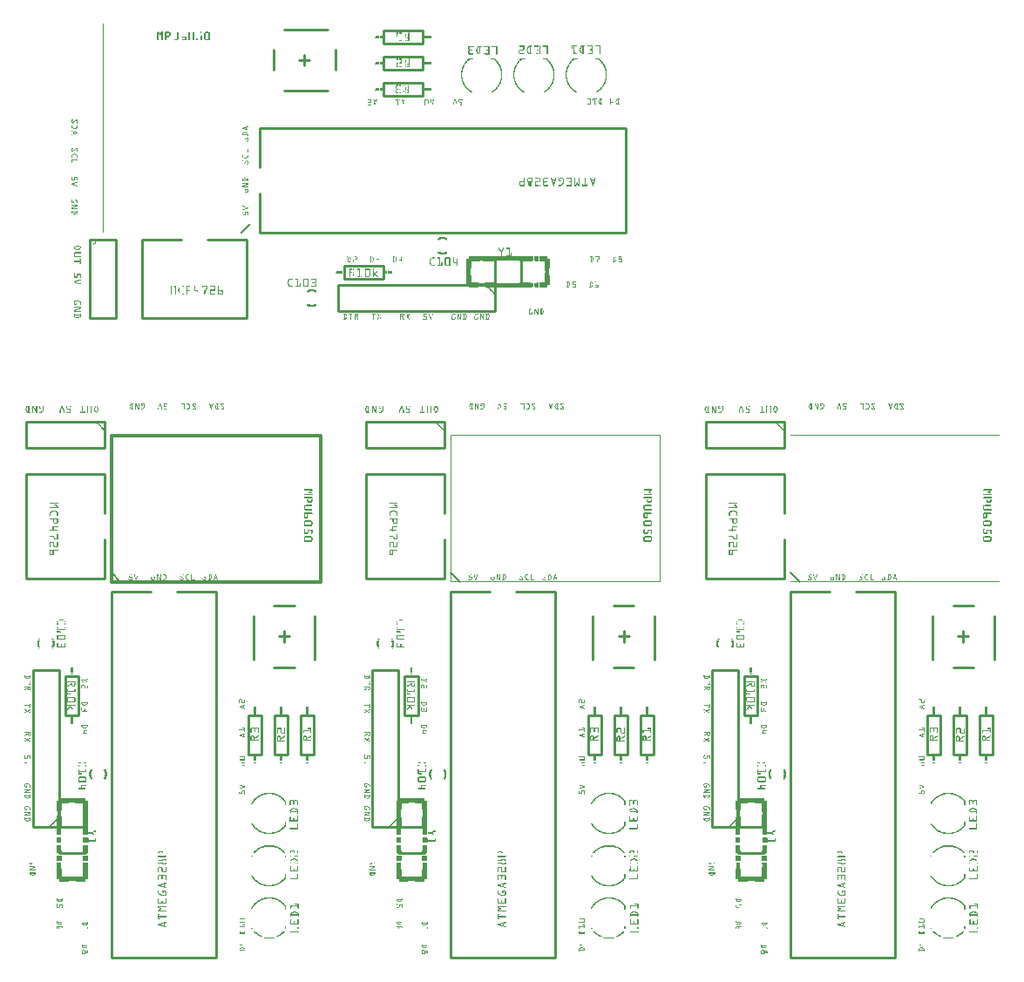
<source format=gto>
From e75f60093b1709f0fa4dd69b582c63269448657a Mon Sep 17 00:00:00 2001
From: jaseg <git@jaseg.de>
Date: Sat, 15 Jan 2022 21:36:59 +0100
Subject: Add a whole zoo of gerber files from different EDA packages

---
 .../gerber/tests/resources/fritzing/combined.gto   | 46082 +++++++++++++++++++
 1 file changed, 46082 insertions(+)
 create mode 100644 gerbonara/gerber/tests/resources/fritzing/combined.gto

(limited to 'gerbonara/gerber/tests/resources/fritzing/combined.gto')

diff --git a/gerbonara/gerber/tests/resources/fritzing/combined.gto b/gerbonara/gerber/tests/resources/fritzing/combined.gto
new file mode 100644
index 0000000..65d56e2
--- /dev/null
+++ b/gerbonara/gerber/tests/resources/fritzing/combined.gto
@@ -0,0 +1,46082 @@
+%MOIN*%
+%OFA0B0*%
+%FSLAX23Y23*%
+%IPPOS*%
+%LPD*%
+%ADD10R,0.81188X0.57188*%
+%ADD11C,0.011881*%
+%ADD12C,0.005768*%
+%ADD13C,0.01*%
+%ADD14R,0.001X0.001*%
+%ADD25R,0.81188X0.57188*%
+%ADD26C,0.011881*%
+%ADD27C,0.005768*%
+%ADD28C,0.01*%
+%ADD29R,0.001X0.001*%
+%ADD30R,0.81188X0.57188*%
+%ADD31C,0.011881*%
+%ADD32C,0.005768*%
+%ADD33C,0.01*%
+%ADD34R,0.001X0.001*%
+%ADD35R,0.57188X0.81188*%
+%ADD36C,0.011881*%
+%ADD37C,0.005768*%
+%ADD38C,0.01*%
+%ADD39R,0.001X0.001*%
+G90*
+G54D11*
+X00402Y02265D02*
+X01202Y02265D01*
+X01202Y01705D01*
+X00402Y01705D01*
+X00402Y02265D01*
+D02*
+G54D12*
+X00437Y01705D02*
+X00402Y01739D01*
+G54D13*
+D02*
+X00276Y01342D02*
+X00276Y01193D01*
+D02*
+X00276Y01193D02*
+X00226Y01193D01*
+D02*
+X00226Y01193D02*
+X00226Y01342D01*
+D02*
+X00226Y01342D02*
+X00276Y01342D01*
+D02*
+X00402Y01668D02*
+X00402Y00268D01*
+D02*
+X00402Y00268D02*
+X00802Y00268D01*
+D02*
+X00802Y00268D02*
+X00802Y01668D01*
+D02*
+X00402Y01668D02*
+X00552Y01668D01*
+D02*
+X00652Y01668D02*
+X00802Y01668D01*
+D02*
+X00202Y00768D02*
+X00302Y00768D01*
+D02*
+X00202Y00667D02*
+X00302Y00667D01*
+D02*
+X00377Y02318D02*
+X00077Y02318D01*
+D02*
+X00077Y02318D02*
+X00077Y02218D01*
+D02*
+X00077Y02218D02*
+X00377Y02218D01*
+D02*
+X00377Y02218D02*
+X00377Y02318D01*
+D02*
+X01076Y01193D02*
+X01076Y01043D01*
+D02*
+X01076Y01043D02*
+X01026Y01043D01*
+D02*
+X01026Y01043D02*
+X01026Y01193D01*
+D02*
+X01026Y01193D02*
+X01076Y01193D01*
+D02*
+X01176Y01193D02*
+X01176Y01043D01*
+D02*
+X01176Y01043D02*
+X01126Y01043D01*
+D02*
+X01126Y01043D02*
+X01126Y01193D01*
+D02*
+X01126Y01193D02*
+X01176Y01193D01*
+D02*
+X01102Y01378D02*
+X01024Y01378D01*
+D02*
+X01181Y01575D02*
+X01181Y01407D01*
+D02*
+X00945Y01575D02*
+X00945Y01407D01*
+D02*
+X01102Y01614D02*
+X01024Y01614D01*
+D02*
+X01083Y01496D02*
+X01043Y01496D01*
+D02*
+X01063Y01475D02*
+X01063Y01516D01*
+D02*
+X00377Y02118D02*
+X00077Y02118D01*
+D02*
+X00077Y02118D02*
+X00077Y01718D01*
+D02*
+X00077Y01718D02*
+X00377Y01718D01*
+D02*
+X00377Y02118D02*
+X00377Y01968D01*
+D02*
+X00377Y01868D02*
+X00377Y01718D01*
+D02*
+X00976Y01193D02*
+X00976Y01043D01*
+D02*
+X00976Y01043D02*
+X00926Y01043D01*
+D02*
+X00926Y01043D02*
+X00926Y01193D01*
+D02*
+X00926Y01193D02*
+X00976Y01193D01*
+D02*
+X00202Y00768D02*
+X00202Y01368D01*
+D02*
+X00202Y01368D02*
+X00102Y01368D01*
+D02*
+X00102Y01368D02*
+X00102Y00768D01*
+D02*
+X00102Y00768D02*
+X00202Y00768D01*
+G54D14*
+X00479Y02387D02*
+X00485Y02387D01*
+X00494Y02387D02*
+X00497Y02387D01*
+X00507Y02387D02*
+X00507Y02387D01*
+X00520Y02387D02*
+X00526Y02387D01*
+X00588Y02387D02*
+X00588Y02387D01*
+X00605Y02387D02*
+X00613Y02387D01*
+X00670Y02387D02*
+X00682Y02387D01*
+X00691Y02387D02*
+X00697Y02387D01*
+X00715Y02387D02*
+X00722Y02387D01*
+X00790Y02387D02*
+X00790Y02387D01*
+X00806Y02387D02*
+X00812Y02387D01*
+X00824Y02387D02*
+X00831Y02387D01*
+X00477Y02386D02*
+X00486Y02386D01*
+X00494Y02386D02*
+X00497Y02386D01*
+X00506Y02386D02*
+X00508Y02386D01*
+X00517Y02386D02*
+X00528Y02386D01*
+X00587Y02386D02*
+X00589Y02386D01*
+X00604Y02386D02*
+X00615Y02386D01*
+X00667Y02386D02*
+X00682Y02386D01*
+X00689Y02386D02*
+X00698Y02386D01*
+X00713Y02386D02*
+X00725Y02386D01*
+X00777Y02386D02*
+X00779Y02386D01*
+X00789Y02386D02*
+X00791Y02386D01*
+X00804Y02386D02*
+X00813Y02386D01*
+X00822Y02386D02*
+X00834Y02386D01*
+X00476Y02385D02*
+X00486Y02385D01*
+X00494Y02385D02*
+X00498Y02385D01*
+X00506Y02385D02*
+X00508Y02385D01*
+X00517Y02385D02*
+X00529Y02385D01*
+X00587Y02385D02*
+X00590Y02385D01*
+X00603Y02385D02*
+X00617Y02385D01*
+X00669Y02385D02*
+X00682Y02385D01*
+X00689Y02385D02*
+X00700Y02385D01*
+X00712Y02385D02*
+X00725Y02385D01*
+X00777Y02385D02*
+X00780Y02385D01*
+X00789Y02385D02*
+X00791Y02385D01*
+X00803Y02385D02*
+X00813Y02385D01*
+X00821Y02385D02*
+X00834Y02385D01*
+X00476Y02384D02*
+X00479Y02384D01*
+X00481Y02384D02*
+X00484Y02384D01*
+X00494Y02384D02*
+X00498Y02384D01*
+X00506Y02384D02*
+X00508Y02384D01*
+X00516Y02384D02*
+X00519Y02384D01*
+X00526Y02384D02*
+X00529Y02384D01*
+X00586Y02384D02*
+X00590Y02384D01*
+X00603Y02384D02*
+X00605Y02384D01*
+X00613Y02384D02*
+X00617Y02384D01*
+X00680Y02384D02*
+X00682Y02384D01*
+X00697Y02384D02*
+X00701Y02384D01*
+X00712Y02384D02*
+X00713Y02384D01*
+X00722Y02384D02*
+X00725Y02384D01*
+X00778Y02384D02*
+X00780Y02384D01*
+X00789Y02384D02*
+X00791Y02384D01*
+X00803Y02384D02*
+X00806Y02384D01*
+X00808Y02384D02*
+X00811Y02384D01*
+X00821Y02384D02*
+X00822Y02384D01*
+X00832Y02384D02*
+X00835Y02384D01*
+X00475Y02383D02*
+X00478Y02383D01*
+X00481Y02383D02*
+X00483Y02383D01*
+X00494Y02383D02*
+X00499Y02383D01*
+X00506Y02383D02*
+X00508Y02383D01*
+X00516Y02383D02*
+X00518Y02383D01*
+X00527Y02383D02*
+X00530Y02383D01*
+X00586Y02383D02*
+X00590Y02383D01*
+X00603Y02383D02*
+X00605Y02383D01*
+X00616Y02383D02*
+X00616Y02383D01*
+X00680Y02383D02*
+X00682Y02383D01*
+X00698Y02383D02*
+X00701Y02383D01*
+X00712Y02383D02*
+X00713Y02383D01*
+X00724Y02383D02*
+X00725Y02383D01*
+X00778Y02383D02*
+X00780Y02383D01*
+X00788Y02383D02*
+X00791Y02383D01*
+X00802Y02383D02*
+X00805Y02383D01*
+X00808Y02383D02*
+X00810Y02383D01*
+X00821Y02383D02*
+X00822Y02383D01*
+X00833Y02383D02*
+X00835Y02383D01*
+X00475Y02382D02*
+X00477Y02382D01*
+X00481Y02382D02*
+X00483Y02382D01*
+X00494Y02382D02*
+X00499Y02382D01*
+X00506Y02382D02*
+X00508Y02382D01*
+X00516Y02382D02*
+X00518Y02382D01*
+X00528Y02382D02*
+X00530Y02382D01*
+X00586Y02382D02*
+X00591Y02382D01*
+X00603Y02382D02*
+X00605Y02382D01*
+X00680Y02382D02*
+X00682Y02382D01*
+X00698Y02382D02*
+X00701Y02382D01*
+X00712Y02382D02*
+X00715Y02382D01*
+X00724Y02382D02*
+X00725Y02382D01*
+X00778Y02382D02*
+X00781Y02382D01*
+X00788Y02382D02*
+X00790Y02382D01*
+X00802Y02382D02*
+X00804Y02382D01*
+X00808Y02382D02*
+X00810Y02382D01*
+X00821Y02382D02*
+X00824Y02382D01*
+X00833Y02382D02*
+X00834Y02382D01*
+X00474Y02381D02*
+X00477Y02381D01*
+X00481Y02381D02*
+X00483Y02381D01*
+X00494Y02381D02*
+X00500Y02381D01*
+X00506Y02381D02*
+X00508Y02381D01*
+X00516Y02381D02*
+X00518Y02381D01*
+X00528Y02381D02*
+X00530Y02381D01*
+X00585Y02381D02*
+X00591Y02381D01*
+X00603Y02381D02*
+X00605Y02381D01*
+X00680Y02381D02*
+X00682Y02381D01*
+X00700Y02381D02*
+X00701Y02381D01*
+X00713Y02381D02*
+X00716Y02381D01*
+X00779Y02381D02*
+X00790Y02381D01*
+X00801Y02381D02*
+X00804Y02381D01*
+X00808Y02381D02*
+X00810Y02381D01*
+X00822Y02381D02*
+X00825Y02381D01*
+X00474Y02380D02*
+X00476Y02380D01*
+X00481Y02380D02*
+X00483Y02380D01*
+X00494Y02380D02*
+X00496Y02380D01*
+X00498Y02380D02*
+X00500Y02380D01*
+X00506Y02380D02*
+X00508Y02380D01*
+X00516Y02380D02*
+X00518Y02380D01*
+X00528Y02380D02*
+X00530Y02380D01*
+X00585Y02380D02*
+X00587Y02380D01*
+X00589Y02380D02*
+X00591Y02380D01*
+X00603Y02380D02*
+X00605Y02380D01*
+X00680Y02380D02*
+X00682Y02380D01*
+X00700Y02380D02*
+X00703Y02380D01*
+X00713Y02380D02*
+X00716Y02380D01*
+X00779Y02380D02*
+X00790Y02380D01*
+X00801Y02380D02*
+X00803Y02380D01*
+X00808Y02380D02*
+X00810Y02380D01*
+X00822Y02380D02*
+X00826Y02380D01*
+X00473Y02379D02*
+X00476Y02379D01*
+X00481Y02379D02*
+X00483Y02379D01*
+X00494Y02379D02*
+X00496Y02379D01*
+X00498Y02379D02*
+X00501Y02379D01*
+X00506Y02379D02*
+X00508Y02379D01*
+X00516Y02379D02*
+X00522Y02379D01*
+X00528Y02379D02*
+X00530Y02379D01*
+X00584Y02379D02*
+X00587Y02379D01*
+X00590Y02379D02*
+X00592Y02379D01*
+X00603Y02379D02*
+X00605Y02379D01*
+X00680Y02379D02*
+X00682Y02379D01*
+X00701Y02379D02*
+X00703Y02379D01*
+X00715Y02379D02*
+X00718Y02379D01*
+X00779Y02379D02*
+X00789Y02379D01*
+X00800Y02379D02*
+X00803Y02379D01*
+X00808Y02379D02*
+X00810Y02379D01*
+X00824Y02379D02*
+X00827Y02379D01*
+X00081Y02378D02*
+X00091Y02378D01*
+X00101Y02378D02*
+X00105Y02378D01*
+X00115Y02378D02*
+X00117Y02378D01*
+X00129Y02378D02*
+X00141Y02378D01*
+X00213Y02378D02*
+X00215Y02378D01*
+X00233Y02378D02*
+X00246Y02378D01*
+X00291Y02378D02*
+X00293Y02378D01*
+X00312Y02378D02*
+X00324Y02378D01*
+X00342Y02378D02*
+X00347Y02378D01*
+X00473Y02378D02*
+X00475Y02378D01*
+X00481Y02378D02*
+X00483Y02378D01*
+X00494Y02378D02*
+X00496Y02378D01*
+X00499Y02378D02*
+X00501Y02378D01*
+X00506Y02378D02*
+X00508Y02378D01*
+X00516Y02378D02*
+X00522Y02378D01*
+X00528Y02378D02*
+X00530Y02378D01*
+X00584Y02378D02*
+X00586Y02378D01*
+X00590Y02378D02*
+X00592Y02378D01*
+X00603Y02378D02*
+X00605Y02378D01*
+X00680Y02378D02*
+X00682Y02378D01*
+X00701Y02378D02*
+X00704Y02378D01*
+X00715Y02378D02*
+X00718Y02378D01*
+X00779Y02378D02*
+X00782Y02378D01*
+X00787Y02378D02*
+X00789Y02378D01*
+X00800Y02378D02*
+X00802Y02378D01*
+X00808Y02378D02*
+X00810Y02378D01*
+X00824Y02378D02*
+X00827Y02378D01*
+X00080Y02377D02*
+X00091Y02377D01*
+X00101Y02377D02*
+X00105Y02377D01*
+X00115Y02377D02*
+X00118Y02377D01*
+X00128Y02377D02*
+X00142Y02377D01*
+X00212Y02377D02*
+X00215Y02377D01*
+X00232Y02377D02*
+X00248Y02377D01*
+X00291Y02377D02*
+X00294Y02377D01*
+X00311Y02377D02*
+X00326Y02377D01*
+X00341Y02377D02*
+X00347Y02377D01*
+X00472Y02377D02*
+X00475Y02377D01*
+X00481Y02377D02*
+X00483Y02377D01*
+X00494Y02377D02*
+X00496Y02377D01*
+X00499Y02377D02*
+X00501Y02377D01*
+X00506Y02377D02*
+X00508Y02377D01*
+X00516Y02377D02*
+X00522Y02377D01*
+X00528Y02377D02*
+X00530Y02377D01*
+X00584Y02377D02*
+X00586Y02377D01*
+X00590Y02377D02*
+X00593Y02377D01*
+X00603Y02377D02*
+X00605Y02377D01*
+X00680Y02377D02*
+X00682Y02377D01*
+X00701Y02377D02*
+X00704Y02377D01*
+X00716Y02377D02*
+X00719Y02377D01*
+X00780Y02377D02*
+X00782Y02377D01*
+X00787Y02377D02*
+X00789Y02377D01*
+X00799Y02377D02*
+X00802Y02377D01*
+X00808Y02377D02*
+X00810Y02377D01*
+X00825Y02377D02*
+X00828Y02377D01*
+X00078Y02376D02*
+X00091Y02376D01*
+X00101Y02376D02*
+X00106Y02376D01*
+X00115Y02376D02*
+X00118Y02376D01*
+X00127Y02376D02*
+X00143Y02376D01*
+X00212Y02376D02*
+X00216Y02376D01*
+X00231Y02376D02*
+X00248Y02376D01*
+X00291Y02376D02*
+X00294Y02376D01*
+X00310Y02376D02*
+X00326Y02376D01*
+X00341Y02376D02*
+X00347Y02376D01*
+X00472Y02376D02*
+X00474Y02376D01*
+X00481Y02376D02*
+X00483Y02376D01*
+X00494Y02376D02*
+X00496Y02376D01*
+X00499Y02376D02*
+X00502Y02376D01*
+X00506Y02376D02*
+X00508Y02376D01*
+X00528Y02376D02*
+X00530Y02376D01*
+X00583Y02376D02*
+X00586Y02376D01*
+X00591Y02376D02*
+X00593Y02376D01*
+X00603Y02376D02*
+X00614Y02376D01*
+X00680Y02376D02*
+X00682Y02376D01*
+X00701Y02376D02*
+X00704Y02376D01*
+X00716Y02376D02*
+X00719Y02376D01*
+X00780Y02376D02*
+X00782Y02376D01*
+X00786Y02376D02*
+X00789Y02376D01*
+X00799Y02376D02*
+X00801Y02376D01*
+X00808Y02376D02*
+X00810Y02376D01*
+X00826Y02376D02*
+X00829Y02376D01*
+X00078Y02375D02*
+X00081Y02375D01*
+X00085Y02375D02*
+X00088Y02375D01*
+X00101Y02375D02*
+X00106Y02375D01*
+X00115Y02375D02*
+X00118Y02375D01*
+X00127Y02375D02*
+X00130Y02375D01*
+X00140Y02375D02*
+X00143Y02375D01*
+X00211Y02375D02*
+X00216Y02375D01*
+X00231Y02375D02*
+X00234Y02375D01*
+X00244Y02375D02*
+X00248Y02375D01*
+X00291Y02375D02*
+X00294Y02375D01*
+X00310Y02375D02*
+X00313Y02375D01*
+X00323Y02375D02*
+X00327Y02375D01*
+X00340Y02375D02*
+X00343Y02375D01*
+X00346Y02375D02*
+X00349Y02375D01*
+X00472Y02375D02*
+X00474Y02375D01*
+X00481Y02375D02*
+X00483Y02375D01*
+X00494Y02375D02*
+X00496Y02375D01*
+X00500Y02375D02*
+X00502Y02375D01*
+X00506Y02375D02*
+X00508Y02375D01*
+X00528Y02375D02*
+X00530Y02375D01*
+X00583Y02375D02*
+X00585Y02375D01*
+X00591Y02375D02*
+X00593Y02375D01*
+X00604Y02375D02*
+X00614Y02375D01*
+X00680Y02375D02*
+X00682Y02375D01*
+X00701Y02375D02*
+X00704Y02375D01*
+X00718Y02375D02*
+X00721Y02375D01*
+X00780Y02375D02*
+X00782Y02375D01*
+X00786Y02375D02*
+X00788Y02375D01*
+X00799Y02375D02*
+X00801Y02375D01*
+X00808Y02375D02*
+X00810Y02375D01*
+X00827Y02375D02*
+X00830Y02375D01*
+X00078Y02374D02*
+X00081Y02374D01*
+X00085Y02374D02*
+X00088Y02374D01*
+X00101Y02374D02*
+X00107Y02374D01*
+X00115Y02374D02*
+X00118Y02374D01*
+X00127Y02374D02*
+X00129Y02374D01*
+X00141Y02374D02*
+X00144Y02374D01*
+X00211Y02374D02*
+X00216Y02374D01*
+X00231Y02374D02*
+X00234Y02374D01*
+X00247Y02374D02*
+X00247Y02374D01*
+X00291Y02374D02*
+X00294Y02374D01*
+X00310Y02374D02*
+X00313Y02374D01*
+X00324Y02374D02*
+X00327Y02374D01*
+X00340Y02374D02*
+X00343Y02374D01*
+X00346Y02374D02*
+X00349Y02374D01*
+X00472Y02374D02*
+X00474Y02374D01*
+X00481Y02374D02*
+X00483Y02374D01*
+X00494Y02374D02*
+X00496Y02374D01*
+X00500Y02374D02*
+X00503Y02374D01*
+X00506Y02374D02*
+X00508Y02374D01*
+X00528Y02374D02*
+X00530Y02374D01*
+X00582Y02374D02*
+X00585Y02374D01*
+X00591Y02374D02*
+X00594Y02374D01*
+X00605Y02374D02*
+X00614Y02374D01*
+X00680Y02374D02*
+X00682Y02374D01*
+X00701Y02374D02*
+X00704Y02374D01*
+X00718Y02374D02*
+X00721Y02374D01*
+X00781Y02374D02*
+X00783Y02374D01*
+X00786Y02374D02*
+X00788Y02374D01*
+X00799Y02374D02*
+X00801Y02374D01*
+X00808Y02374D02*
+X00810Y02374D01*
+X00827Y02374D02*
+X00830Y02374D01*
+X00077Y02373D02*
+X00081Y02373D01*
+X00085Y02373D02*
+X00088Y02373D01*
+X00101Y02373D02*
+X00107Y02373D01*
+X00115Y02373D02*
+X00118Y02373D01*
+X00127Y02373D02*
+X00129Y02373D01*
+X00141Y02373D02*
+X00144Y02373D01*
+X00211Y02373D02*
+X00217Y02373D01*
+X00231Y02373D02*
+X00234Y02373D01*
+X00291Y02373D02*
+X00294Y02373D01*
+X00310Y02373D02*
+X00312Y02373D01*
+X00324Y02373D02*
+X00327Y02373D01*
+X00339Y02373D02*
+X00342Y02373D01*
+X00347Y02373D02*
+X00350Y02373D01*
+X00473Y02373D02*
+X00475Y02373D01*
+X00481Y02373D02*
+X00483Y02373D01*
+X00494Y02373D02*
+X00496Y02373D01*
+X00501Y02373D02*
+X00503Y02373D01*
+X00506Y02373D02*
+X00508Y02373D01*
+X00527Y02373D02*
+X00530Y02373D01*
+X00582Y02373D02*
+X00584Y02373D01*
+X00592Y02373D02*
+X00594Y02373D01*
+X00612Y02373D02*
+X00614Y02373D01*
+X00680Y02373D02*
+X00682Y02373D01*
+X00701Y02373D02*
+X00704Y02373D01*
+X00719Y02373D02*
+X00722Y02373D01*
+X00781Y02373D02*
+X00783Y02373D01*
+X00786Y02373D02*
+X00788Y02373D01*
+X00800Y02373D02*
+X00802Y02373D01*
+X00808Y02373D02*
+X00810Y02373D01*
+X00828Y02373D02*
+X00831Y02373D01*
+X00077Y02372D02*
+X00080Y02372D01*
+X00085Y02372D02*
+X00088Y02372D01*
+X00101Y02372D02*
+X00107Y02372D01*
+X00115Y02372D02*
+X00118Y02372D01*
+X00127Y02372D02*
+X00129Y02372D01*
+X00141Y02372D02*
+X00144Y02372D01*
+X00210Y02372D02*
+X00217Y02372D01*
+X00231Y02372D02*
+X00234Y02372D01*
+X00291Y02372D02*
+X00294Y02372D01*
+X00310Y02372D02*
+X00312Y02372D01*
+X00324Y02372D02*
+X00327Y02372D01*
+X00339Y02372D02*
+X00342Y02372D01*
+X00347Y02372D02*
+X00350Y02372D01*
+X00473Y02372D02*
+X00475Y02372D01*
+X00481Y02372D02*
+X00483Y02372D01*
+X00494Y02372D02*
+X00496Y02372D01*
+X00501Y02372D02*
+X00504Y02372D01*
+X00506Y02372D02*
+X00508Y02372D01*
+X00527Y02372D02*
+X00529Y02372D01*
+X00582Y02372D02*
+X00584Y02372D01*
+X00592Y02372D02*
+X00595Y02372D01*
+X00612Y02372D02*
+X00614Y02372D01*
+X00680Y02372D02*
+X00682Y02372D01*
+X00701Y02372D02*
+X00703Y02372D01*
+X00719Y02372D02*
+X00722Y02372D01*
+X00781Y02372D02*
+X00783Y02372D01*
+X00785Y02372D02*
+X00787Y02372D01*
+X00800Y02372D02*
+X00802Y02372D01*
+X00808Y02372D02*
+X00810Y02372D01*
+X00829Y02372D02*
+X00832Y02372D01*
+X00077Y02371D02*
+X00080Y02371D01*
+X00085Y02371D02*
+X00088Y02371D01*
+X00101Y02371D02*
+X00103Y02371D01*
+X00105Y02371D02*
+X00108Y02371D01*
+X00115Y02371D02*
+X00118Y02371D01*
+X00127Y02371D02*
+X00129Y02371D01*
+X00141Y02371D02*
+X00144Y02371D01*
+X00210Y02371D02*
+X00213Y02371D01*
+X00215Y02371D02*
+X00218Y02371D01*
+X00231Y02371D02*
+X00234Y02371D01*
+X00291Y02371D02*
+X00294Y02371D01*
+X00310Y02371D02*
+X00312Y02371D01*
+X00324Y02371D02*
+X00327Y02371D01*
+X00338Y02371D02*
+X00341Y02371D01*
+X00347Y02371D02*
+X00350Y02371D01*
+X00473Y02371D02*
+X00476Y02371D01*
+X00481Y02371D02*
+X00483Y02371D01*
+X00494Y02371D02*
+X00496Y02371D01*
+X00502Y02371D02*
+X00504Y02371D01*
+X00506Y02371D02*
+X00508Y02371D01*
+X00526Y02371D02*
+X00529Y02371D01*
+X00581Y02371D02*
+X00584Y02371D01*
+X00593Y02371D02*
+X00595Y02371D01*
+X00612Y02371D02*
+X00614Y02371D01*
+X00680Y02371D02*
+X00682Y02371D01*
+X00700Y02371D02*
+X00703Y02371D01*
+X00721Y02371D02*
+X00724Y02371D01*
+X00781Y02371D02*
+X00787Y02371D01*
+X00800Y02371D02*
+X00803Y02371D01*
+X00808Y02371D02*
+X00810Y02371D01*
+X00830Y02371D02*
+X00833Y02371D01*
+X00076Y02370D02*
+X00078Y02370D01*
+X00085Y02370D02*
+X00088Y02370D01*
+X00101Y02370D02*
+X00103Y02370D01*
+X00105Y02370D02*
+X00108Y02370D01*
+X00115Y02370D02*
+X00118Y02370D01*
+X00127Y02370D02*
+X00130Y02370D01*
+X00141Y02370D02*
+X00144Y02370D01*
+X00209Y02370D02*
+X00212Y02370D01*
+X00215Y02370D02*
+X00218Y02370D01*
+X00231Y02370D02*
+X00234Y02370D01*
+X00291Y02370D02*
+X00294Y02370D01*
+X00310Y02370D02*
+X00312Y02370D01*
+X00324Y02370D02*
+X00327Y02370D01*
+X00338Y02370D02*
+X00341Y02370D01*
+X00347Y02370D02*
+X00350Y02370D01*
+X00474Y02370D02*
+X00476Y02370D01*
+X00481Y02370D02*
+X00483Y02370D01*
+X00494Y02370D02*
+X00496Y02370D01*
+X00502Y02370D02*
+X00508Y02370D01*
+X00525Y02370D02*
+X00528Y02370D01*
+X00581Y02370D02*
+X00583Y02370D01*
+X00593Y02370D02*
+X00595Y02370D01*
+X00612Y02370D02*
+X00614Y02370D01*
+X00680Y02370D02*
+X00682Y02370D01*
+X00700Y02370D02*
+X00701Y02370D01*
+X00722Y02370D02*
+X00725Y02370D01*
+X00782Y02370D02*
+X00787Y02370D01*
+X00801Y02370D02*
+X00803Y02370D01*
+X00808Y02370D02*
+X00810Y02370D01*
+X00831Y02370D02*
+X00833Y02370D01*
+X00076Y02369D02*
+X00078Y02369D01*
+X00085Y02369D02*
+X00088Y02369D01*
+X00101Y02369D02*
+X00103Y02369D01*
+X00106Y02369D02*
+X00109Y02369D01*
+X00115Y02369D02*
+X00118Y02369D01*
+X00127Y02369D02*
+X00134Y02369D01*
+X00141Y02369D02*
+X00144Y02369D01*
+X00209Y02369D02*
+X00212Y02369D01*
+X00215Y02369D02*
+X00218Y02369D01*
+X00231Y02369D02*
+X00234Y02369D01*
+X00291Y02369D02*
+X00294Y02369D01*
+X00310Y02369D02*
+X00312Y02369D01*
+X00324Y02369D02*
+X00327Y02369D01*
+X00336Y02369D02*
+X00340Y02369D01*
+X00349Y02369D02*
+X00352Y02369D01*
+X00474Y02369D02*
+X00477Y02369D01*
+X00481Y02369D02*
+X00483Y02369D01*
+X00494Y02369D02*
+X00496Y02369D01*
+X00503Y02369D02*
+X00508Y02369D01*
+X00524Y02369D02*
+X00527Y02369D01*
+X00581Y02369D02*
+X00583Y02369D01*
+X00593Y02369D02*
+X00595Y02369D01*
+X00612Y02369D02*
+X00614Y02369D01*
+X00680Y02369D02*
+X00682Y02369D01*
+X00698Y02369D02*
+X00701Y02369D01*
+X00713Y02369D02*
+X00713Y02369D01*
+X00722Y02369D02*
+X00725Y02369D01*
+X00782Y02369D02*
+X00787Y02369D01*
+X00801Y02369D02*
+X00804Y02369D01*
+X00808Y02369D02*
+X00810Y02369D01*
+X00822Y02369D02*
+X00822Y02369D01*
+X00831Y02369D02*
+X00834Y02369D01*
+X00075Y02368D02*
+X00078Y02368D01*
+X00085Y02368D02*
+X00088Y02368D01*
+X00101Y02368D02*
+X00103Y02368D01*
+X00106Y02368D02*
+X00109Y02368D01*
+X00115Y02368D02*
+X00118Y02368D01*
+X00127Y02368D02*
+X00135Y02368D01*
+X00141Y02368D02*
+X00144Y02368D01*
+X00209Y02368D02*
+X00212Y02368D01*
+X00216Y02368D02*
+X00219Y02368D01*
+X00231Y02368D02*
+X00234Y02368D01*
+X00291Y02368D02*
+X00294Y02368D01*
+X00310Y02368D02*
+X00312Y02368D01*
+X00324Y02368D02*
+X00327Y02368D01*
+X00336Y02368D02*
+X00340Y02368D01*
+X00349Y02368D02*
+X00352Y02368D01*
+X00475Y02368D02*
+X00477Y02368D01*
+X00481Y02368D02*
+X00483Y02368D01*
+X00494Y02368D02*
+X00496Y02368D01*
+X00503Y02368D02*
+X00508Y02368D01*
+X00524Y02368D02*
+X00526Y02368D01*
+X00581Y02368D02*
+X00583Y02368D01*
+X00593Y02368D02*
+X00595Y02368D01*
+X00612Y02368D02*
+X00614Y02368D01*
+X00680Y02368D02*
+X00682Y02368D01*
+X00698Y02368D02*
+X00701Y02368D01*
+X00712Y02368D02*
+X00713Y02368D01*
+X00722Y02368D02*
+X00725Y02368D01*
+X00782Y02368D02*
+X00786Y02368D01*
+X00802Y02368D02*
+X00804Y02368D01*
+X00808Y02368D02*
+X00810Y02368D01*
+X00821Y02368D02*
+X00822Y02368D01*
+X00832Y02368D02*
+X00835Y02368D01*
+X00075Y02367D02*
+X00078Y02367D01*
+X00085Y02367D02*
+X00088Y02367D01*
+X00101Y02367D02*
+X00103Y02367D01*
+X00107Y02367D02*
+X00110Y02367D01*
+X00115Y02367D02*
+X00118Y02367D01*
+X00127Y02367D02*
+X00134Y02367D01*
+X00141Y02367D02*
+X00144Y02367D01*
+X00208Y02367D02*
+X00211Y02367D01*
+X00216Y02367D02*
+X00219Y02367D01*
+X00231Y02367D02*
+X00234Y02367D01*
+X00291Y02367D02*
+X00294Y02367D01*
+X00310Y02367D02*
+X00312Y02367D01*
+X00324Y02367D02*
+X00327Y02367D01*
+X00336Y02367D02*
+X00339Y02367D01*
+X00350Y02367D02*
+X00353Y02367D01*
+X00475Y02367D02*
+X00478Y02367D01*
+X00481Y02367D02*
+X00483Y02367D01*
+X00494Y02367D02*
+X00496Y02367D01*
+X00503Y02367D02*
+X00508Y02367D01*
+X00523Y02367D02*
+X00526Y02367D01*
+X00581Y02367D02*
+X00583Y02367D01*
+X00593Y02367D02*
+X00595Y02367D01*
+X00612Y02367D02*
+X00614Y02367D01*
+X00680Y02367D02*
+X00682Y02367D01*
+X00698Y02367D02*
+X00701Y02367D01*
+X00712Y02367D02*
+X00713Y02367D01*
+X00724Y02367D02*
+X00725Y02367D01*
+X00783Y02367D02*
+X00786Y02367D01*
+X00802Y02367D02*
+X00805Y02367D01*
+X00808Y02367D02*
+X00810Y02367D01*
+X00821Y02367D02*
+X00822Y02367D01*
+X00833Y02367D02*
+X00835Y02367D01*
+X00075Y02366D02*
+X00077Y02366D01*
+X00085Y02366D02*
+X00088Y02366D01*
+X00101Y02366D02*
+X00103Y02366D01*
+X00107Y02366D02*
+X00110Y02366D01*
+X00115Y02366D02*
+X00118Y02366D01*
+X00141Y02366D02*
+X00144Y02366D01*
+X00208Y02366D02*
+X00211Y02366D01*
+X00217Y02366D02*
+X00220Y02366D01*
+X00231Y02366D02*
+X00245Y02366D01*
+X00291Y02366D02*
+X00294Y02366D01*
+X00310Y02366D02*
+X00312Y02366D01*
+X00324Y02366D02*
+X00327Y02366D01*
+X00336Y02366D02*
+X00339Y02366D01*
+X00350Y02366D02*
+X00353Y02366D01*
+X00476Y02366D02*
+X00486Y02366D01*
+X00494Y02366D02*
+X00496Y02366D01*
+X00504Y02366D02*
+X00508Y02366D01*
+X00516Y02366D02*
+X00525Y02366D01*
+X00581Y02366D02*
+X00583Y02366D01*
+X00593Y02366D02*
+X00595Y02366D01*
+X00603Y02366D02*
+X00614Y02366D01*
+X00680Y02366D02*
+X00682Y02366D01*
+X00691Y02366D02*
+X00700Y02366D01*
+X00712Y02366D02*
+X00725Y02366D01*
+X00783Y02366D02*
+X00786Y02366D01*
+X00803Y02366D02*
+X00813Y02366D01*
+X00821Y02366D02*
+X00835Y02366D01*
+X00074Y02365D02*
+X00077Y02365D01*
+X00085Y02365D02*
+X00088Y02365D01*
+X00101Y02365D02*
+X00103Y02365D01*
+X00107Y02365D02*
+X00111Y02365D01*
+X00115Y02365D02*
+X00118Y02365D01*
+X00141Y02365D02*
+X00144Y02365D01*
+X00207Y02365D02*
+X00210Y02365D01*
+X00217Y02365D02*
+X00220Y02365D01*
+X00232Y02365D02*
+X00245Y02365D01*
+X00291Y02365D02*
+X00294Y02365D01*
+X00310Y02365D02*
+X00312Y02365D01*
+X00324Y02365D02*
+X00327Y02365D01*
+X00336Y02365D02*
+X00339Y02365D01*
+X00350Y02365D02*
+X00353Y02365D01*
+X00477Y02365D02*
+X00486Y02365D01*
+X00494Y02365D02*
+X00496Y02365D01*
+X00504Y02365D02*
+X00508Y02365D01*
+X00516Y02365D02*
+X00524Y02365D01*
+X00581Y02365D02*
+X00583Y02365D01*
+X00593Y02365D02*
+X00595Y02365D01*
+X00603Y02365D02*
+X00614Y02365D01*
+X00680Y02365D02*
+X00682Y02365D01*
+X00689Y02365D02*
+X00700Y02365D01*
+X00713Y02365D02*
+X00725Y02365D01*
+X00783Y02365D02*
+X00785Y02365D01*
+X00804Y02365D02*
+X00813Y02365D01*
+X00822Y02365D02*
+X00834Y02365D01*
+X00074Y02364D02*
+X00077Y02364D01*
+X00085Y02364D02*
+X00088Y02364D01*
+X00101Y02364D02*
+X00103Y02364D01*
+X00108Y02364D02*
+X00111Y02364D01*
+X00115Y02364D02*
+X00118Y02364D01*
+X00141Y02364D02*
+X00144Y02364D01*
+X00207Y02364D02*
+X00210Y02364D01*
+X00217Y02364D02*
+X00220Y02364D01*
+X00233Y02364D02*
+X00245Y02364D01*
+X00291Y02364D02*
+X00294Y02364D01*
+X00310Y02364D02*
+X00312Y02364D01*
+X00324Y02364D02*
+X00327Y02364D01*
+X00336Y02364D02*
+X00339Y02364D01*
+X00350Y02364D02*
+X00353Y02364D01*
+X00478Y02364D02*
+X00486Y02364D01*
+X00494Y02364D02*
+X00495Y02364D01*
+X00505Y02364D02*
+X00508Y02364D01*
+X00516Y02364D02*
+X00523Y02364D01*
+X00582Y02364D02*
+X00583Y02364D01*
+X00594Y02364D02*
+X00595Y02364D01*
+X00603Y02364D02*
+X00614Y02364D01*
+X00681Y02364D02*
+X00682Y02364D01*
+X00691Y02364D02*
+X00698Y02364D01*
+X00713Y02364D02*
+X00724Y02364D01*
+X00784Y02364D02*
+X00785Y02364D01*
+X00805Y02364D02*
+X00813Y02364D01*
+X00822Y02364D02*
+X00833Y02364D01*
+X00075Y02363D02*
+X00077Y02363D01*
+X00085Y02363D02*
+X00088Y02363D01*
+X00101Y02363D02*
+X00103Y02363D01*
+X00108Y02363D02*
+X00111Y02363D01*
+X00115Y02363D02*
+X00118Y02363D01*
+X00141Y02363D02*
+X00144Y02363D01*
+X00207Y02363D02*
+X00210Y02363D01*
+X00218Y02363D02*
+X00221Y02363D01*
+X00235Y02363D02*
+X00245Y02363D01*
+X00291Y02363D02*
+X00294Y02363D01*
+X00310Y02363D02*
+X00312Y02363D01*
+X00324Y02363D02*
+X00327Y02363D01*
+X00336Y02363D02*
+X00339Y02363D01*
+X00350Y02363D02*
+X00353Y02363D01*
+X00075Y02362D02*
+X00078Y02362D01*
+X00085Y02362D02*
+X00088Y02362D01*
+X00101Y02362D02*
+X00103Y02362D01*
+X00109Y02362D02*
+X00112Y02362D01*
+X00115Y02362D02*
+X00118Y02362D01*
+X00141Y02362D02*
+X00144Y02362D01*
+X00206Y02362D02*
+X00209Y02362D01*
+X00218Y02362D02*
+X00221Y02362D01*
+X00242Y02362D02*
+X00245Y02362D01*
+X00291Y02362D02*
+X00294Y02362D01*
+X00310Y02362D02*
+X00312Y02362D01*
+X00324Y02362D02*
+X00327Y02362D01*
+X00336Y02362D02*
+X00339Y02362D01*
+X00350Y02362D02*
+X00352Y02362D01*
+X00075Y02361D02*
+X00078Y02361D01*
+X00085Y02361D02*
+X00088Y02361D01*
+X00101Y02361D02*
+X00103Y02361D01*
+X00109Y02361D02*
+X00112Y02361D01*
+X00115Y02361D02*
+X00118Y02361D01*
+X00140Y02361D02*
+X00143Y02361D01*
+X00206Y02361D02*
+X00209Y02361D01*
+X00219Y02361D02*
+X00221Y02361D01*
+X00242Y02361D02*
+X00245Y02361D01*
+X00291Y02361D02*
+X00294Y02361D01*
+X00310Y02361D02*
+X00312Y02361D01*
+X00324Y02361D02*
+X00327Y02361D01*
+X00336Y02361D02*
+X00340Y02361D01*
+X00349Y02361D02*
+X00352Y02361D01*
+X00076Y02360D02*
+X00078Y02360D01*
+X00085Y02360D02*
+X00088Y02360D01*
+X00101Y02360D02*
+X00103Y02360D01*
+X00110Y02360D02*
+X00113Y02360D01*
+X00115Y02360D02*
+X00118Y02360D01*
+X00139Y02360D02*
+X00143Y02360D01*
+X00206Y02360D02*
+X00208Y02360D01*
+X00219Y02360D02*
+X00222Y02360D01*
+X00242Y02360D02*
+X00245Y02360D01*
+X00291Y02360D02*
+X00294Y02360D01*
+X00310Y02360D02*
+X00312Y02360D01*
+X00324Y02360D02*
+X00327Y02360D01*
+X00336Y02360D02*
+X00340Y02360D01*
+X00349Y02360D02*
+X00352Y02360D01*
+X00076Y02359D02*
+X00078Y02359D01*
+X00085Y02359D02*
+X00088Y02359D01*
+X00101Y02359D02*
+X00103Y02359D01*
+X00110Y02359D02*
+X00113Y02359D01*
+X00115Y02359D02*
+X00118Y02359D01*
+X00139Y02359D02*
+X00142Y02359D01*
+X00204Y02359D02*
+X00208Y02359D01*
+X00219Y02359D02*
+X00222Y02359D01*
+X00242Y02359D02*
+X00245Y02359D01*
+X00291Y02359D02*
+X00294Y02359D01*
+X00310Y02359D02*
+X00312Y02359D01*
+X00324Y02359D02*
+X00327Y02359D01*
+X00338Y02359D02*
+X00341Y02359D01*
+X00347Y02359D02*
+X00350Y02359D01*
+X00077Y02358D02*
+X00080Y02358D01*
+X00085Y02358D02*
+X00088Y02358D01*
+X00101Y02358D02*
+X00103Y02358D01*
+X00111Y02358D02*
+X00118Y02358D01*
+X00138Y02358D02*
+X00141Y02358D01*
+X00204Y02358D02*
+X00208Y02358D01*
+X00220Y02358D02*
+X00222Y02358D01*
+X00242Y02358D02*
+X00245Y02358D01*
+X00291Y02358D02*
+X00294Y02358D01*
+X00310Y02358D02*
+X00312Y02358D01*
+X00324Y02358D02*
+X00327Y02358D01*
+X00338Y02358D02*
+X00342Y02358D01*
+X00347Y02358D02*
+X00350Y02358D01*
+X00077Y02357D02*
+X00080Y02357D01*
+X00085Y02357D02*
+X00088Y02357D01*
+X00101Y02357D02*
+X00103Y02357D01*
+X00111Y02357D02*
+X00118Y02357D01*
+X00137Y02357D02*
+X00141Y02357D01*
+X00204Y02357D02*
+X00208Y02357D01*
+X00220Y02357D02*
+X00222Y02357D01*
+X00242Y02357D02*
+X00245Y02357D01*
+X00284Y02357D02*
+X00286Y02357D01*
+X00291Y02357D02*
+X00294Y02357D01*
+X00299Y02357D02*
+X00300Y02357D01*
+X00310Y02357D02*
+X00312Y02357D01*
+X00324Y02357D02*
+X00327Y02357D01*
+X00339Y02357D02*
+X00342Y02357D01*
+X00347Y02357D02*
+X00350Y02357D01*
+X00078Y02356D02*
+X00081Y02356D01*
+X00085Y02356D02*
+X00088Y02356D01*
+X00101Y02356D02*
+X00103Y02356D01*
+X00111Y02356D02*
+X00118Y02356D01*
+X00136Y02356D02*
+X00140Y02356D01*
+X00204Y02356D02*
+X00208Y02356D01*
+X00220Y02356D02*
+X00222Y02356D01*
+X00242Y02356D02*
+X00245Y02356D01*
+X00284Y02356D02*
+X00286Y02356D01*
+X00291Y02356D02*
+X00294Y02356D01*
+X00298Y02356D02*
+X00301Y02356D01*
+X00310Y02356D02*
+X00312Y02356D01*
+X00324Y02356D02*
+X00327Y02356D01*
+X00339Y02356D02*
+X00343Y02356D01*
+X00346Y02356D02*
+X00350Y02356D01*
+X00078Y02355D02*
+X00081Y02355D01*
+X00085Y02355D02*
+X00088Y02355D01*
+X00101Y02355D02*
+X00103Y02355D01*
+X00112Y02355D02*
+X00118Y02355D01*
+X00135Y02355D02*
+X00139Y02355D01*
+X00204Y02355D02*
+X00208Y02355D01*
+X00220Y02355D02*
+X00222Y02355D01*
+X00242Y02355D02*
+X00245Y02355D01*
+X00284Y02355D02*
+X00286Y02355D01*
+X00291Y02355D02*
+X00294Y02355D01*
+X00298Y02355D02*
+X00301Y02355D01*
+X00310Y02355D02*
+X00312Y02355D01*
+X00324Y02355D02*
+X00327Y02355D01*
+X00340Y02355D02*
+X00343Y02355D01*
+X00346Y02355D02*
+X00349Y02355D01*
+X00078Y02354D02*
+X00091Y02354D01*
+X00101Y02354D02*
+X00103Y02354D01*
+X00112Y02354D02*
+X00118Y02354D01*
+X00128Y02354D02*
+X00138Y02354D01*
+X00204Y02354D02*
+X00208Y02354D01*
+X00220Y02354D02*
+X00222Y02354D01*
+X00232Y02354D02*
+X00245Y02354D01*
+X00284Y02354D02*
+X00301Y02354D01*
+X00310Y02354D02*
+X00312Y02354D01*
+X00324Y02354D02*
+X00327Y02354D01*
+X00340Y02354D02*
+X00349Y02354D01*
+X00078Y02353D02*
+X00091Y02353D01*
+X00101Y02353D02*
+X00103Y02353D01*
+X00113Y02353D02*
+X00118Y02353D01*
+X00127Y02353D02*
+X00138Y02353D01*
+X00204Y02353D02*
+X00208Y02353D01*
+X00220Y02353D02*
+X00222Y02353D01*
+X00231Y02353D02*
+X00245Y02353D01*
+X00284Y02353D02*
+X00301Y02353D01*
+X00310Y02353D02*
+X00312Y02353D01*
+X00324Y02353D02*
+X00327Y02353D01*
+X00341Y02353D02*
+X00347Y02353D01*
+X00080Y02352D02*
+X00091Y02352D01*
+X00101Y02352D02*
+X00103Y02352D01*
+X00113Y02352D02*
+X00118Y02352D01*
+X00127Y02352D02*
+X00137Y02352D01*
+X00204Y02352D02*
+X00208Y02352D01*
+X00220Y02352D02*
+X00222Y02352D01*
+X00231Y02352D02*
+X00245Y02352D01*
+X00284Y02352D02*
+X00301Y02352D01*
+X00310Y02352D02*
+X00312Y02352D01*
+X00324Y02352D02*
+X00327Y02352D01*
+X00342Y02352D02*
+X00347Y02352D01*
+X00081Y02351D02*
+X00091Y02351D01*
+X00101Y02351D02*
+X00102Y02351D01*
+X00114Y02351D02*
+X00118Y02351D01*
+X00128Y02351D02*
+X00135Y02351D01*
+X00206Y02351D02*
+X00207Y02351D01*
+X00220Y02351D02*
+X00221Y02351D01*
+X00232Y02351D02*
+X00245Y02351D01*
+X00284Y02351D02*
+X00301Y02351D01*
+X00311Y02351D02*
+X00312Y02351D01*
+X00324Y02351D02*
+X00326Y02351D01*
+X00343Y02351D02*
+X00346Y02351D01*
+X00343Y02319D02*
+X00344Y02319D01*
+X00342Y02318D02*
+X00344Y02318D01*
+X00341Y02317D02*
+X00346Y02317D01*
+X00341Y02316D02*
+X00347Y02316D01*
+X00342Y02315D02*
+X00347Y02315D01*
+X00343Y02314D02*
+X00349Y02314D01*
+X00344Y02313D02*
+X00350Y02313D01*
+X00344Y02312D02*
+X00350Y02312D01*
+X00346Y02311D02*
+X00352Y02311D01*
+X00347Y02310D02*
+X00353Y02310D01*
+X00347Y02309D02*
+X00353Y02309D01*
+X00349Y02308D02*
+X00355Y02308D01*
+X00350Y02307D02*
+X00356Y02307D01*
+X00350Y02306D02*
+X00356Y02306D01*
+X00352Y02305D02*
+X00358Y02305D01*
+X00353Y02304D02*
+X00359Y02304D01*
+X00353Y02303D02*
+X00359Y02303D01*
+X00356Y02302D02*
+X00361Y02302D01*
+X00356Y02301D02*
+X00362Y02301D01*
+X00358Y02300D02*
+X00362Y02300D01*
+X00359Y02299D02*
+X00364Y02299D01*
+X00359Y02298D02*
+X00365Y02298D01*
+X00361Y02297D02*
+X00365Y02297D01*
+X00362Y02296D02*
+X00367Y02296D01*
+X00362Y02295D02*
+X00368Y02295D01*
+X00362Y02294D02*
+X00368Y02294D01*
+X00364Y02293D02*
+X00370Y02293D01*
+X00365Y02292D02*
+X00371Y02292D01*
+X00365Y02291D02*
+X00371Y02291D01*
+X00367Y02290D02*
+X00373Y02290D01*
+X00368Y02289D02*
+X00374Y02289D01*
+X00368Y02288D02*
+X00374Y02288D01*
+X00370Y02287D02*
+X00376Y02287D01*
+X00371Y02286D02*
+X00377Y02286D01*
+X00371Y02285D02*
+X00378Y02285D01*
+X00373Y02284D02*
+X00377Y02284D01*
+X00374Y02283D02*
+X00376Y02283D01*
+X00374Y02282D02*
+X00374Y02282D01*
+X01141Y02059D02*
+X01170Y02059D01*
+X01139Y02058D02*
+X01171Y02058D01*
+X01139Y02057D02*
+X01171Y02057D01*
+X01139Y02056D02*
+X01171Y02056D01*
+X01140Y02055D02*
+X01171Y02055D01*
+X01165Y02054D02*
+X01170Y02054D01*
+X01163Y02053D02*
+X01169Y02053D01*
+X01162Y02052D02*
+X01168Y02052D01*
+X01160Y02051D02*
+X01167Y02051D01*
+X01157Y02050D02*
+X01165Y02050D01*
+X01157Y02049D02*
+X01164Y02049D01*
+X01157Y02048D02*
+X01164Y02048D01*
+X01158Y02047D02*
+X01166Y02047D01*
+X01161Y02045D02*
+X01167Y02045D01*
+X01162Y02045D02*
+X01168Y02045D01*
+X01164Y02044D02*
+X01170Y02044D01*
+X01165Y02043D02*
+X01171Y02043D01*
+X01140Y02041D02*
+X01171Y02041D01*
+X01139Y02041D02*
+X01171Y02041D01*
+X01139Y02040D02*
+X01171Y02040D01*
+X01140Y02039D02*
+X01171Y02039D01*
+X01141Y02029D02*
+X01170Y02029D01*
+X01139Y02028D02*
+X01171Y02028D01*
+X01139Y02027D02*
+X01171Y02027D01*
+X01139Y02025D02*
+X01171Y02025D01*
+X01140Y02025D02*
+X01171Y02025D01*
+X01151Y02024D02*
+X01155Y02024D01*
+X01167Y02024D02*
+X01171Y02024D01*
+X01151Y02023D02*
+X01155Y02023D01*
+X01167Y02023D02*
+X01171Y02023D01*
+X01151Y02021D02*
+X01155Y02021D01*
+X01167Y02021D02*
+X01171Y02021D01*
+X01151Y02021D02*
+X01155Y02021D01*
+X01167Y02021D02*
+X01171Y02021D01*
+X01151Y02020D02*
+X01155Y02020D01*
+X01167Y02020D02*
+X01171Y02020D01*
+X01151Y02019D02*
+X01155Y02019D01*
+X01167Y02019D02*
+X01171Y02019D01*
+X01151Y02017D02*
+X01155Y02017D01*
+X01167Y02017D02*
+X01171Y02017D01*
+X01151Y02017D02*
+X01155Y02017D01*
+X01167Y02017D02*
+X01171Y02017D01*
+X01151Y02016D02*
+X01155Y02016D01*
+X01167Y02016D02*
+X01171Y02016D01*
+X01151Y02015D02*
+X01155Y02015D01*
+X01167Y02015D02*
+X01171Y02015D01*
+X01151Y02013D02*
+X01155Y02013D01*
+X01167Y02013D02*
+X01170Y02013D01*
+X01152Y02013D02*
+X01155Y02013D01*
+X01166Y02013D02*
+X01170Y02013D01*
+X01152Y02012D02*
+X01170Y02012D01*
+X01153Y02011D02*
+X01169Y02011D01*
+X01153Y02009D02*
+X01168Y02009D01*
+X01155Y02009D02*
+X01167Y02009D01*
+X00168Y02008D02*
+X00198Y02008D01*
+X00166Y02007D02*
+X00198Y02007D01*
+X00166Y02005D02*
+X00198Y02005D01*
+X00168Y02005D02*
+X00198Y02005D01*
+X00193Y02004D02*
+X00198Y02004D01*
+X00192Y02003D02*
+X00198Y02003D01*
+X00190Y02001D02*
+X00197Y02001D01*
+X00189Y02001D02*
+X00195Y02001D01*
+X00185Y02000D02*
+X00194Y02000D01*
+X00185Y01999D02*
+X00193Y01999D01*
+X01146Y01999D02*
+X01168Y01999D01*
+X00185Y01998D02*
+X00192Y01998D01*
+X01142Y01998D02*
+X01170Y01998D01*
+X00185Y01997D02*
+X00193Y01997D01*
+X01141Y01997D02*
+X01170Y01997D01*
+X00185Y01996D02*
+X00194Y01996D01*
+X01140Y01996D02*
+X01170Y01996D01*
+X00189Y01995D02*
+X00196Y01995D01*
+X01139Y01995D02*
+X01169Y01995D01*
+X00191Y01994D02*
+X00197Y01994D01*
+X01139Y01994D02*
+X01143Y01994D01*
+X00192Y01993D02*
+X00198Y01993D01*
+X01139Y01993D02*
+X01142Y01993D01*
+X00193Y01992D02*
+X00198Y01992D01*
+X01139Y01992D02*
+X01142Y01992D01*
+X00166Y01991D02*
+X00198Y01991D01*
+X01139Y01991D02*
+X01142Y01991D01*
+X00166Y01990D02*
+X00198Y01990D01*
+X01139Y01990D02*
+X01142Y01990D01*
+X00166Y01989D02*
+X00198Y01989D01*
+X01139Y01989D02*
+X01142Y01989D01*
+X00168Y01988D02*
+X00198Y01988D01*
+X01139Y01988D02*
+X01142Y01988D01*
+X01139Y01987D02*
+X01142Y01987D01*
+X01139Y01986D02*
+X01142Y01986D01*
+X01139Y01985D02*
+X01142Y01985D01*
+X01139Y01984D02*
+X01142Y01984D01*
+X01139Y01983D02*
+X01143Y01983D01*
+X01140Y01982D02*
+X01170Y01982D01*
+X01140Y01981D02*
+X01170Y01981D01*
+X01141Y01980D02*
+X01170Y01980D01*
+X01142Y01979D02*
+X01170Y01979D01*
+X00181Y01978D02*
+X00185Y01978D01*
+X00178Y01977D02*
+X00187Y01977D01*
+X00176Y01976D02*
+X00189Y01976D01*
+X00173Y01975D02*
+X00191Y01975D01*
+X00172Y01974D02*
+X00181Y01974D01*
+X00185Y01974D02*
+X00193Y01974D01*
+X00170Y01973D02*
+X00179Y01973D01*
+X00187Y01973D02*
+X00195Y01973D01*
+X00169Y01972D02*
+X00176Y01972D01*
+X00189Y01972D02*
+X00197Y01972D01*
+X00168Y01971D02*
+X00175Y01971D01*
+X00191Y01971D02*
+X00197Y01971D01*
+X00168Y01970D02*
+X00173Y01970D01*
+X00193Y01970D02*
+X00198Y01970D01*
+X00166Y01969D02*
+X00171Y01969D01*
+X00195Y01969D02*
+X00198Y01969D01*
+X01141Y01969D02*
+X01168Y01969D01*
+X00166Y01968D02*
+X00170Y01968D01*
+X00195Y01968D02*
+X00198Y01968D01*
+X01139Y01968D02*
+X01170Y01968D01*
+X00166Y01967D02*
+X00170Y01967D01*
+X00195Y01967D02*
+X00198Y01967D01*
+X01139Y01967D02*
+X01170Y01967D01*
+X00166Y01966D02*
+X00170Y01966D01*
+X00195Y01966D02*
+X00198Y01966D01*
+X01139Y01966D02*
+X01171Y01966D01*
+X00166Y01965D02*
+X00170Y01965D01*
+X00195Y01965D02*
+X00198Y01965D01*
+X01139Y01965D02*
+X01171Y01965D01*
+X00166Y01964D02*
+X00170Y01964D01*
+X00195Y01964D02*
+X00198Y01964D01*
+X01139Y01964D02*
+X01142Y01964D01*
+X01150Y01964D02*
+X01153Y01964D01*
+X01168Y01964D02*
+X01170Y01964D01*
+X00166Y01963D02*
+X00170Y01963D01*
+X00195Y01963D02*
+X00198Y01963D01*
+X01139Y01963D02*
+X01142Y01963D01*
+X01150Y01963D02*
+X01153Y01963D01*
+X01169Y01963D02*
+X01169Y01963D01*
+X00166Y01962D02*
+X00170Y01962D01*
+X00195Y01962D02*
+X00198Y01962D01*
+X01139Y01962D02*
+X01142Y01962D01*
+X01150Y01962D02*
+X01153Y01962D01*
+X00166Y01961D02*
+X00170Y01961D01*
+X00195Y01961D02*
+X00198Y01961D01*
+X01139Y01961D02*
+X01142Y01961D01*
+X01150Y01961D02*
+X01153Y01961D01*
+X00166Y01960D02*
+X00170Y01960D01*
+X00195Y01960D02*
+X00198Y01960D01*
+X01139Y01960D02*
+X01142Y01960D01*
+X01150Y01960D02*
+X01153Y01960D01*
+X00166Y01959D02*
+X00170Y01959D01*
+X00195Y01959D02*
+X00198Y01959D01*
+X01139Y01959D02*
+X01142Y01959D01*
+X01150Y01959D02*
+X01153Y01959D01*
+X00168Y01958D02*
+X00169Y01958D01*
+X00196Y01958D02*
+X00197Y01958D01*
+X01139Y01958D02*
+X01142Y01958D01*
+X01150Y01958D02*
+X01153Y01958D01*
+X01139Y01957D02*
+X01142Y01957D01*
+X01150Y01957D02*
+X01153Y01957D01*
+X01139Y01956D02*
+X01142Y01956D01*
+X01150Y01956D02*
+X01153Y01956D01*
+X01139Y01955D02*
+X01142Y01955D01*
+X01150Y01955D02*
+X01153Y01955D01*
+X01139Y01954D02*
+X01142Y01954D01*
+X01150Y01954D02*
+X01153Y01954D01*
+X01139Y01953D02*
+X01142Y01953D01*
+X01150Y01953D02*
+X01153Y01953D01*
+X01139Y01952D02*
+X01153Y01952D01*
+X01139Y01951D02*
+X01153Y01951D01*
+X01139Y01950D02*
+X01153Y01950D01*
+X01140Y01949D02*
+X01152Y01949D01*
+X00168Y01948D02*
+X00198Y01948D01*
+X00166Y01947D02*
+X00198Y01947D01*
+X00166Y01946D02*
+X00198Y01946D01*
+X00168Y01945D02*
+X00198Y01945D01*
+X00179Y01944D02*
+X00182Y01944D01*
+X00195Y01944D02*
+X00198Y01944D01*
+X00179Y01943D02*
+X00182Y01943D01*
+X00195Y01943D02*
+X00198Y01943D01*
+X00179Y01942D02*
+X00182Y01942D01*
+X00195Y01942D02*
+X00198Y01942D01*
+X00179Y01941D02*
+X00182Y01941D01*
+X00195Y01941D02*
+X00198Y01941D01*
+X00179Y01940D02*
+X00182Y01940D01*
+X00195Y01940D02*
+X00198Y01940D01*
+X00179Y01939D02*
+X00182Y01939D01*
+X00195Y01939D02*
+X00198Y01939D01*
+X01144Y01939D02*
+X01166Y01939D01*
+X00179Y01938D02*
+X00182Y01938D01*
+X00195Y01938D02*
+X00198Y01938D01*
+X01141Y01938D02*
+X01169Y01938D01*
+X00179Y01937D02*
+X00182Y01937D01*
+X00195Y01937D02*
+X00198Y01937D01*
+X01140Y01937D02*
+X01170Y01937D01*
+X00179Y01936D02*
+X00182Y01936D01*
+X00195Y01936D02*
+X00198Y01936D01*
+X01139Y01936D02*
+X01170Y01936D01*
+X00179Y01935D02*
+X00182Y01935D01*
+X00195Y01935D02*
+X00198Y01935D01*
+X01139Y01935D02*
+X01170Y01935D01*
+X00179Y01934D02*
+X00182Y01934D01*
+X00195Y01934D02*
+X00198Y01934D01*
+X01139Y01934D02*
+X01142Y01934D01*
+X01167Y01934D02*
+X01171Y01934D01*
+X00179Y01933D02*
+X00182Y01933D01*
+X00195Y01933D02*
+X00198Y01933D01*
+X01139Y01933D02*
+X01142Y01933D01*
+X01167Y01933D02*
+X01171Y01933D01*
+X00179Y01932D02*
+X00184Y01932D01*
+X00194Y01932D02*
+X00198Y01932D01*
+X01139Y01932D02*
+X01142Y01932D01*
+X01167Y01932D02*
+X01171Y01932D01*
+X00179Y01931D02*
+X00198Y01931D01*
+X01139Y01931D02*
+X01142Y01931D01*
+X01167Y01931D02*
+X01171Y01931D01*
+X00181Y01930D02*
+X00197Y01930D01*
+X01139Y01930D02*
+X01142Y01930D01*
+X01167Y01930D02*
+X01171Y01930D01*
+X00182Y01929D02*
+X00196Y01929D01*
+X01139Y01929D02*
+X01142Y01929D01*
+X01167Y01929D02*
+X01171Y01929D01*
+X00184Y01928D02*
+X00194Y01928D01*
+X01139Y01928D02*
+X01142Y01928D01*
+X01167Y01928D02*
+X01171Y01928D01*
+X01139Y01927D02*
+X01142Y01927D01*
+X01167Y01927D02*
+X01171Y01927D01*
+X01139Y01926D02*
+X01142Y01926D01*
+X01167Y01926D02*
+X01171Y01926D01*
+X01139Y01925D02*
+X01142Y01925D01*
+X01167Y01925D02*
+X01171Y01925D01*
+X01139Y01924D02*
+X01142Y01924D01*
+X01167Y01924D02*
+X01171Y01924D01*
+X01139Y01923D02*
+X01142Y01923D01*
+X01167Y01923D02*
+X01171Y01923D01*
+X01139Y01922D02*
+X01170Y01922D01*
+X01139Y01921D02*
+X01170Y01921D01*
+X01140Y01920D02*
+X01170Y01920D01*
+X01141Y01919D02*
+X01168Y01919D01*
+X00178Y01917D02*
+X00197Y01917D01*
+X00178Y01916D02*
+X00198Y01916D01*
+X00178Y01915D02*
+X00198Y01915D01*
+X00178Y01914D02*
+X00198Y01914D01*
+X00178Y01913D02*
+X00181Y01913D01*
+X00178Y01912D02*
+X00181Y01912D01*
+X00178Y01911D02*
+X00181Y01911D01*
+X00178Y01910D02*
+X00181Y01910D01*
+X00178Y01909D02*
+X00181Y01909D01*
+X00178Y01908D02*
+X00181Y01908D01*
+X01141Y01908D02*
+X01144Y01908D01*
+X00178Y01907D02*
+X00181Y01907D01*
+X01141Y01907D02*
+X01144Y01907D01*
+X00178Y01906D02*
+X00181Y01906D01*
+X01140Y01906D02*
+X01144Y01906D01*
+X00176Y01905D02*
+X00181Y01905D01*
+X01140Y01905D02*
+X01143Y01905D01*
+X00166Y01904D02*
+X00195Y01904D01*
+X01139Y01904D02*
+X01143Y01904D01*
+X01153Y01904D02*
+X01171Y01904D01*
+X00166Y01903D02*
+X00195Y01903D01*
+X01139Y01903D02*
+X01143Y01903D01*
+X01153Y01903D02*
+X01171Y01903D01*
+X00166Y01902D02*
+X00195Y01902D01*
+X01139Y01902D02*
+X01142Y01902D01*
+X01153Y01902D02*
+X01171Y01902D01*
+X00168Y01901D02*
+X00194Y01901D01*
+X01139Y01901D02*
+X01142Y01901D01*
+X01153Y01901D02*
+X01171Y01901D01*
+X00178Y01900D02*
+X00181Y01900D01*
+X01139Y01900D02*
+X01142Y01900D01*
+X01153Y01900D02*
+X01156Y01900D01*
+X01167Y01900D02*
+X01171Y01900D01*
+X00179Y01899D02*
+X00179Y01899D01*
+X01139Y01899D02*
+X01142Y01899D01*
+X01153Y01899D02*
+X01156Y01899D01*
+X01167Y01899D02*
+X01171Y01899D01*
+X01139Y01898D02*
+X01142Y01898D01*
+X01153Y01898D02*
+X01156Y01898D01*
+X01167Y01898D02*
+X01171Y01898D01*
+X01139Y01897D02*
+X01142Y01897D01*
+X01153Y01897D02*
+X01156Y01897D01*
+X01167Y01897D02*
+X01171Y01897D01*
+X01139Y01896D02*
+X01142Y01896D01*
+X01153Y01896D02*
+X01156Y01896D01*
+X01167Y01896D02*
+X01171Y01896D01*
+X01139Y01895D02*
+X01142Y01895D01*
+X01153Y01895D02*
+X01156Y01895D01*
+X01167Y01895D02*
+X01171Y01895D01*
+X01139Y01894D02*
+X01142Y01894D01*
+X01153Y01894D02*
+X01156Y01894D01*
+X01167Y01894D02*
+X01171Y01894D01*
+X01139Y01893D02*
+X01142Y01893D01*
+X01153Y01893D02*
+X01156Y01893D01*
+X01167Y01893D02*
+X01171Y01893D01*
+X01139Y01892D02*
+X01156Y01892D01*
+X01167Y01892D02*
+X01171Y01892D01*
+X01139Y01891D02*
+X01156Y01891D01*
+X01167Y01891D02*
+X01171Y01891D01*
+X01140Y01890D02*
+X01155Y01890D01*
+X01167Y01890D02*
+X01170Y01890D01*
+X01141Y01889D02*
+X01154Y01889D01*
+X01168Y01889D02*
+X01170Y01889D01*
+X00194Y01888D02*
+X00198Y01888D01*
+X00194Y01887D02*
+X00198Y01887D01*
+X00194Y01886D02*
+X00198Y01886D01*
+X00194Y01885D02*
+X00198Y01885D01*
+X00195Y01884D02*
+X00198Y01884D01*
+X00195Y01883D02*
+X00198Y01883D01*
+X00195Y01882D02*
+X00198Y01882D01*
+X00195Y01881D02*
+X00198Y01881D01*
+X00168Y01880D02*
+X00179Y01880D01*
+X00195Y01880D02*
+X00198Y01880D01*
+X00166Y01879D02*
+X00181Y01879D01*
+X00195Y01879D02*
+X00198Y01879D01*
+X01144Y01879D02*
+X01166Y01879D01*
+X00166Y01878D02*
+X00181Y01878D01*
+X00195Y01878D02*
+X00198Y01878D01*
+X01141Y01878D02*
+X01169Y01878D01*
+X00166Y01877D02*
+X00182Y01877D01*
+X00195Y01877D02*
+X00198Y01877D01*
+X01140Y01877D02*
+X01170Y01877D01*
+X00169Y01876D02*
+X00182Y01876D01*
+X00195Y01876D02*
+X00198Y01876D01*
+X01139Y01876D02*
+X01170Y01876D01*
+X00179Y01875D02*
+X00184Y01875D01*
+X00195Y01875D02*
+X00198Y01875D01*
+X01139Y01875D02*
+X01170Y01875D01*
+X00179Y01874D02*
+X00185Y01874D01*
+X00195Y01874D02*
+X00198Y01874D01*
+X01139Y01874D02*
+X01142Y01874D01*
+X01167Y01874D02*
+X01171Y01874D01*
+X00181Y01873D02*
+X00185Y01873D01*
+X00195Y01873D02*
+X00198Y01873D01*
+X01139Y01873D02*
+X01142Y01873D01*
+X01167Y01873D02*
+X01171Y01873D01*
+X00182Y01872D02*
+X00187Y01872D01*
+X00195Y01872D02*
+X00198Y01872D01*
+X01139Y01872D02*
+X01142Y01872D01*
+X01167Y01872D02*
+X01171Y01872D01*
+X00182Y01871D02*
+X00198Y01871D01*
+X01139Y01871D02*
+X01142Y01871D01*
+X01167Y01871D02*
+X01171Y01871D01*
+X00184Y01870D02*
+X00198Y01870D01*
+X01139Y01870D02*
+X01142Y01870D01*
+X01167Y01870D02*
+X01171Y01870D01*
+X00185Y01869D02*
+X00198Y01869D01*
+X01139Y01869D02*
+X01142Y01869D01*
+X01167Y01869D02*
+X01171Y01869D01*
+X00185Y01868D02*
+X00198Y01868D01*
+X01139Y01868D02*
+X01142Y01868D01*
+X01167Y01868D02*
+X01171Y01868D01*
+X01139Y01867D02*
+X01142Y01867D01*
+X01167Y01867D02*
+X01171Y01867D01*
+X01139Y01866D02*
+X01142Y01866D01*
+X01167Y01866D02*
+X01171Y01866D01*
+X01139Y01865D02*
+X01142Y01865D01*
+X01167Y01865D02*
+X01171Y01865D01*
+X01139Y01864D02*
+X01142Y01864D01*
+X01167Y01864D02*
+X01171Y01864D01*
+X01139Y01863D02*
+X01142Y01863D01*
+X01167Y01863D02*
+X01171Y01863D01*
+X01139Y01862D02*
+X01170Y01862D01*
+X01139Y01861D02*
+X01170Y01861D01*
+X01140Y01860D02*
+X01170Y01860D01*
+X01141Y01859D02*
+X01168Y01859D01*
+X00166Y01858D02*
+X00182Y01858D01*
+X00196Y01858D02*
+X00198Y01858D01*
+X00166Y01857D02*
+X00182Y01857D01*
+X00195Y01857D02*
+X00198Y01857D01*
+X00166Y01856D02*
+X00184Y01856D01*
+X00195Y01856D02*
+X00198Y01856D01*
+X00166Y01855D02*
+X00184Y01855D01*
+X00195Y01855D02*
+X00198Y01855D01*
+X00166Y01854D02*
+X00170Y01854D01*
+X00181Y01854D02*
+X00184Y01854D01*
+X00195Y01854D02*
+X00198Y01854D01*
+X00166Y01853D02*
+X00170Y01853D01*
+X00181Y01853D02*
+X00184Y01853D01*
+X00195Y01853D02*
+X00198Y01853D01*
+X00166Y01852D02*
+X00170Y01852D01*
+X00181Y01852D02*
+X00184Y01852D01*
+X00195Y01852D02*
+X00198Y01852D01*
+X00166Y01851D02*
+X00170Y01851D01*
+X00181Y01851D02*
+X00184Y01851D01*
+X00195Y01851D02*
+X00198Y01851D01*
+X00166Y01850D02*
+X00170Y01850D01*
+X00181Y01850D02*
+X00184Y01850D01*
+X00195Y01850D02*
+X00198Y01850D01*
+X00166Y01849D02*
+X00170Y01849D01*
+X00181Y01849D02*
+X00184Y01849D01*
+X00195Y01849D02*
+X00198Y01849D01*
+X00166Y01848D02*
+X00170Y01848D01*
+X00181Y01848D02*
+X00184Y01848D01*
+X00195Y01848D02*
+X00198Y01848D01*
+X00166Y01847D02*
+X00170Y01847D01*
+X00181Y01847D02*
+X00184Y01847D01*
+X00195Y01847D02*
+X00198Y01847D01*
+X00166Y01846D02*
+X00170Y01846D01*
+X00181Y01846D02*
+X00184Y01846D01*
+X00195Y01846D02*
+X00198Y01846D01*
+X00166Y01845D02*
+X00170Y01845D01*
+X00181Y01845D02*
+X00184Y01845D01*
+X00195Y01845D02*
+X00198Y01845D01*
+X00166Y01844D02*
+X00170Y01844D01*
+X00181Y01844D02*
+X00184Y01844D01*
+X00195Y01844D02*
+X00198Y01844D01*
+X00166Y01843D02*
+X00170Y01843D01*
+X00181Y01843D02*
+X00184Y01843D01*
+X00195Y01843D02*
+X00198Y01843D01*
+X00166Y01842D02*
+X00170Y01842D01*
+X00181Y01842D02*
+X00185Y01842D01*
+X00195Y01842D02*
+X00198Y01842D01*
+X00166Y01841D02*
+X00170Y01841D01*
+X00181Y01841D02*
+X00198Y01841D01*
+X00166Y01840D02*
+X00170Y01840D01*
+X00182Y01840D02*
+X00198Y01840D01*
+X00166Y01839D02*
+X00170Y01839D01*
+X00182Y01839D02*
+X00197Y01839D01*
+X00168Y01838D02*
+X00169Y01838D01*
+X00184Y01838D02*
+X00196Y01838D01*
+X00168Y01828D02*
+X00198Y01828D01*
+X00166Y01827D02*
+X00198Y01827D01*
+X00166Y01826D02*
+X00198Y01826D01*
+X00166Y01825D02*
+X00198Y01825D01*
+X00166Y01824D02*
+X00170Y01824D01*
+X00176Y01824D02*
+X00181Y01824D01*
+X00195Y01824D02*
+X00198Y01824D01*
+X00166Y01823D02*
+X00170Y01823D01*
+X00178Y01823D02*
+X00181Y01823D01*
+X00196Y01823D02*
+X00198Y01823D01*
+X00166Y01822D02*
+X00170Y01822D01*
+X00178Y01822D02*
+X00181Y01822D01*
+X00166Y01821D02*
+X00170Y01821D01*
+X00178Y01821D02*
+X00181Y01821D01*
+X00166Y01820D02*
+X00170Y01820D01*
+X00178Y01820D02*
+X00181Y01820D01*
+X00166Y01819D02*
+X00170Y01819D01*
+X00178Y01819D02*
+X00181Y01819D01*
+X00166Y01818D02*
+X00170Y01818D01*
+X00178Y01818D02*
+X00181Y01818D01*
+X00166Y01817D02*
+X00170Y01817D01*
+X00178Y01817D02*
+X00181Y01817D01*
+X00166Y01816D02*
+X00170Y01816D01*
+X00178Y01816D02*
+X00181Y01816D01*
+X00166Y01815D02*
+X00170Y01815D01*
+X00178Y01815D02*
+X00181Y01815D01*
+X00166Y01814D02*
+X00170Y01814D01*
+X00178Y01814D02*
+X00181Y01814D01*
+X00166Y01813D02*
+X00170Y01813D01*
+X00178Y01813D02*
+X00181Y01813D01*
+X00166Y01812D02*
+X00170Y01812D01*
+X00176Y01812D02*
+X00181Y01812D01*
+X00166Y01811D02*
+X00181Y01811D01*
+X00166Y01810D02*
+X00181Y01810D01*
+X00166Y01809D02*
+X00181Y01809D01*
+X00168Y01808D02*
+X00179Y01808D01*
+X00480Y01734D02*
+X00482Y01734D01*
+X00490Y01734D02*
+X00491Y01734D01*
+X00502Y01734D02*
+X00503Y01734D01*
+X00580Y01734D02*
+X00580Y01734D01*
+X00589Y01734D02*
+X00591Y01734D01*
+X00599Y01734D02*
+X00607Y01734D01*
+X00691Y01734D02*
+X00700Y01734D01*
+X00707Y01734D02*
+X00709Y01734D01*
+X00780Y01734D02*
+X00782Y01734D01*
+X00801Y01734D02*
+X00803Y01734D01*
+X00478Y01733D02*
+X00482Y01733D01*
+X00490Y01733D02*
+X00492Y01733D01*
+X00502Y01733D02*
+X00504Y01733D01*
+X00578Y01733D02*
+X00581Y01733D01*
+X00589Y01733D02*
+X00591Y01733D01*
+X00599Y01733D02*
+X00608Y01733D01*
+X00689Y01733D02*
+X00700Y01733D01*
+X00707Y01733D02*
+X00710Y01733D01*
+X00778Y01733D02*
+X00783Y01733D01*
+X00801Y01733D02*
+X00803Y01733D01*
+X00477Y01732D02*
+X00480Y01732D01*
+X00490Y01732D02*
+X00492Y01732D01*
+X00502Y01732D02*
+X00504Y01732D01*
+X00577Y01732D02*
+X00581Y01732D01*
+X00589Y01732D02*
+X00591Y01732D01*
+X00600Y01732D02*
+X00609Y01732D01*
+X00677Y01732D02*
+X00678Y01732D01*
+X00689Y01732D02*
+X00698Y01732D01*
+X00707Y01732D02*
+X00710Y01732D01*
+X00777Y01732D02*
+X00783Y01732D01*
+X00800Y01732D02*
+X00803Y01732D01*
+X00490Y01731D02*
+X00492Y01731D01*
+X00502Y01731D02*
+X00504Y01731D01*
+X00577Y01731D02*
+X00582Y01731D01*
+X00589Y01731D02*
+X00591Y01731D01*
+X00602Y01731D02*
+X00604Y01731D01*
+X00607Y01731D02*
+X00610Y01731D01*
+X00676Y01731D02*
+X00678Y01731D01*
+X00689Y01731D02*
+X00691Y01731D01*
+X00707Y01731D02*
+X00710Y01731D01*
+X00776Y01731D02*
+X00778Y01731D01*
+X00781Y01731D02*
+X00784Y01731D01*
+X00800Y01731D02*
+X00804Y01731D01*
+X00490Y01730D02*
+X00492Y01730D01*
+X00502Y01730D02*
+X00504Y01730D01*
+X00577Y01730D02*
+X00582Y01730D01*
+X00589Y01730D02*
+X00591Y01730D01*
+X00602Y01730D02*
+X00604Y01730D01*
+X00608Y01730D02*
+X00610Y01730D01*
+X00676Y01730D02*
+X00678Y01730D01*
+X00688Y01730D02*
+X00691Y01730D01*
+X00707Y01730D02*
+X00710Y01730D01*
+X00776Y01730D02*
+X00778Y01730D01*
+X00782Y01730D02*
+X00784Y01730D01*
+X00800Y01730D02*
+X00804Y01730D01*
+X00472Y01729D02*
+X00473Y01729D01*
+X00490Y01729D02*
+X00492Y01729D01*
+X00502Y01729D02*
+X00504Y01729D01*
+X00577Y01729D02*
+X00582Y01729D01*
+X00589Y01729D02*
+X00591Y01729D01*
+X00602Y01729D02*
+X00604Y01729D01*
+X00608Y01729D02*
+X00611Y01729D01*
+X00688Y01729D02*
+X00689Y01729D01*
+X00707Y01729D02*
+X00710Y01729D01*
+X00776Y01729D02*
+X00778Y01729D01*
+X00782Y01729D02*
+X00785Y01729D01*
+X00799Y01729D02*
+X00804Y01729D01*
+X00471Y01728D02*
+X00473Y01728D01*
+X00490Y01728D02*
+X00492Y01728D01*
+X00501Y01728D02*
+X00504Y01728D01*
+X00577Y01728D02*
+X00583Y01728D01*
+X00589Y01728D02*
+X00591Y01728D01*
+X00602Y01728D02*
+X00604Y01728D01*
+X00609Y01728D02*
+X00611Y01728D01*
+X00687Y01728D02*
+X00689Y01728D01*
+X00707Y01728D02*
+X00710Y01728D01*
+X00776Y01728D02*
+X00778Y01728D01*
+X00783Y01728D02*
+X00785Y01728D01*
+X00799Y01728D02*
+X00804Y01728D01*
+X00471Y01727D02*
+X00473Y01727D01*
+X00490Y01727D02*
+X00492Y01727D01*
+X00501Y01727D02*
+X00503Y01727D01*
+X00577Y01727D02*
+X00579Y01727D01*
+X00581Y01727D02*
+X00583Y01727D01*
+X00589Y01727D02*
+X00591Y01727D01*
+X00602Y01727D02*
+X00604Y01727D01*
+X00609Y01727D02*
+X00612Y01727D01*
+X00667Y01727D02*
+X00669Y01727D01*
+X00687Y01727D02*
+X00689Y01727D01*
+X00707Y01727D02*
+X00710Y01727D01*
+X00776Y01727D02*
+X00778Y01727D01*
+X00783Y01727D02*
+X00786Y01727D01*
+X00799Y01727D02*
+X00801Y01727D01*
+X00803Y01727D02*
+X00805Y01727D01*
+X00471Y01726D02*
+X00473Y01726D01*
+X00490Y01726D02*
+X00493Y01726D01*
+X00501Y01726D02*
+X00503Y01726D01*
+X00577Y01726D02*
+X00579Y01726D01*
+X00581Y01726D02*
+X00584Y01726D01*
+X00589Y01726D02*
+X00591Y01726D01*
+X00602Y01726D02*
+X00604Y01726D01*
+X00610Y01726D02*
+X00612Y01726D01*
+X00667Y01726D02*
+X00670Y01726D01*
+X00686Y01726D02*
+X00689Y01726D01*
+X00707Y01726D02*
+X00710Y01726D01*
+X00776Y01726D02*
+X00778Y01726D01*
+X00784Y01726D02*
+X00786Y01726D01*
+X00798Y01726D02*
+X00801Y01726D01*
+X00803Y01726D02*
+X00805Y01726D01*
+X00471Y01725D02*
+X00473Y01725D01*
+X00491Y01725D02*
+X00493Y01725D01*
+X00500Y01725D02*
+X00502Y01725D01*
+X00577Y01725D02*
+X00579Y01725D01*
+X00582Y01725D02*
+X00584Y01725D01*
+X00589Y01725D02*
+X00591Y01725D01*
+X00602Y01725D02*
+X00604Y01725D01*
+X00610Y01725D02*
+X00612Y01725D01*
+X00667Y01725D02*
+X00670Y01725D01*
+X00686Y01725D02*
+X00688Y01725D01*
+X00707Y01725D02*
+X00710Y01725D01*
+X00776Y01725D02*
+X00778Y01725D01*
+X00784Y01725D02*
+X00787Y01725D01*
+X00798Y01725D02*
+X00800Y01725D01*
+X00803Y01725D02*
+X00805Y01725D01*
+X00471Y01724D02*
+X00481Y01724D01*
+X00491Y01724D02*
+X00493Y01724D01*
+X00500Y01724D02*
+X00502Y01724D01*
+X00555Y01724D02*
+X00557Y01724D01*
+X00577Y01724D02*
+X00579Y01724D01*
+X00582Y01724D02*
+X00585Y01724D01*
+X00589Y01724D02*
+X00591Y01724D01*
+X00602Y01724D02*
+X00604Y01724D01*
+X00610Y01724D02*
+X00613Y01724D01*
+X00669Y01724D02*
+X00672Y01724D01*
+X00686Y01724D02*
+X00688Y01724D01*
+X00707Y01724D02*
+X00710Y01724D01*
+X00756Y01724D02*
+X00759Y01724D01*
+X00776Y01724D02*
+X00778Y01724D01*
+X00785Y01724D02*
+X00787Y01724D01*
+X00798Y01724D02*
+X00800Y01724D01*
+X00803Y01724D02*
+X00806Y01724D01*
+X00471Y01723D02*
+X00481Y01723D01*
+X00492Y01723D02*
+X00494Y01723D01*
+X00499Y01723D02*
+X00502Y01723D01*
+X00555Y01723D02*
+X00557Y01723D01*
+X00577Y01723D02*
+X00579Y01723D01*
+X00583Y01723D02*
+X00585Y01723D01*
+X00589Y01723D02*
+X00591Y01723D01*
+X00602Y01723D02*
+X00604Y01723D01*
+X00611Y01723D02*
+X00613Y01723D01*
+X00670Y01723D02*
+X00673Y01723D01*
+X00686Y01723D02*
+X00688Y01723D01*
+X00707Y01723D02*
+X00710Y01723D01*
+X00757Y01723D02*
+X00760Y01723D01*
+X00776Y01723D02*
+X00778Y01723D01*
+X00785Y01723D02*
+X00787Y01723D01*
+X00798Y01723D02*
+X00800Y01723D01*
+X00804Y01723D02*
+X00806Y01723D01*
+X00471Y01722D02*
+X00482Y01722D01*
+X00492Y01722D02*
+X00494Y01722D01*
+X00499Y01722D02*
+X00501Y01722D01*
+X00555Y01722D02*
+X00557Y01722D01*
+X00563Y01722D02*
+X00569Y01722D01*
+X00577Y01722D02*
+X00579Y01722D01*
+X00583Y01722D02*
+X00585Y01722D01*
+X00589Y01722D02*
+X00591Y01722D01*
+X00602Y01722D02*
+X00604Y01722D01*
+X00610Y01722D02*
+X00612Y01722D01*
+X00670Y01722D02*
+X00673Y01722D01*
+X00686Y01722D02*
+X00688Y01722D01*
+X00707Y01722D02*
+X00710Y01722D01*
+X00758Y01722D02*
+X00761Y01722D01*
+X00776Y01722D02*
+X00778Y01722D01*
+X00785Y01722D02*
+X00787Y01722D01*
+X00797Y01722D02*
+X00799Y01722D01*
+X00804Y01722D02*
+X00806Y01722D01*
+X00480Y01721D02*
+X00482Y01721D01*
+X00492Y01721D02*
+X00495Y01721D01*
+X00499Y01721D02*
+X00501Y01721D01*
+X00555Y01721D02*
+X00557Y01721D01*
+X00563Y01721D02*
+X00569Y01721D01*
+X00577Y01721D02*
+X00579Y01721D01*
+X00584Y01721D02*
+X00586Y01721D01*
+X00589Y01721D02*
+X00591Y01721D01*
+X00602Y01721D02*
+X00604Y01721D01*
+X00610Y01721D02*
+X00612Y01721D01*
+X00670Y01721D02*
+X00673Y01721D01*
+X00686Y01721D02*
+X00688Y01721D01*
+X00707Y01721D02*
+X00710Y01721D01*
+X00758Y01721D02*
+X00761Y01721D01*
+X00776Y01721D02*
+X00778Y01721D01*
+X00784Y01721D02*
+X00787Y01721D01*
+X00797Y01721D02*
+X00799Y01721D01*
+X00804Y01721D02*
+X00806Y01721D01*
+X00480Y01720D02*
+X00482Y01720D01*
+X00493Y01720D02*
+X00495Y01720D01*
+X00498Y01720D02*
+X00501Y01720D01*
+X00555Y01720D02*
+X00557Y01720D01*
+X00563Y01720D02*
+X00569Y01720D01*
+X00577Y01720D02*
+X00579Y01720D01*
+X00584Y01720D02*
+X00586Y01720D01*
+X00589Y01720D02*
+X00591Y01720D01*
+X00602Y01720D02*
+X00604Y01720D01*
+X00609Y01720D02*
+X00612Y01720D01*
+X00672Y01720D02*
+X00675Y01720D01*
+X00687Y01720D02*
+X00689Y01720D01*
+X00707Y01720D02*
+X00710Y01720D01*
+X00759Y01720D02*
+X00762Y01720D01*
+X00776Y01720D02*
+X00778Y01720D01*
+X00784Y01720D02*
+X00786Y01720D01*
+X00797Y01720D02*
+X00799Y01720D01*
+X00805Y01720D02*
+X00807Y01720D01*
+X00480Y01719D02*
+X00482Y01719D01*
+X00493Y01719D02*
+X00495Y01719D01*
+X00498Y01719D02*
+X00500Y01719D01*
+X00555Y01719D02*
+X00557Y01719D01*
+X00567Y01719D02*
+X00569Y01719D01*
+X00577Y01719D02*
+X00579Y01719D01*
+X00584Y01719D02*
+X00587Y01719D01*
+X00589Y01719D02*
+X00591Y01719D01*
+X00602Y01719D02*
+X00604Y01719D01*
+X00609Y01719D02*
+X00611Y01719D01*
+X00673Y01719D02*
+X00676Y01719D01*
+X00687Y01719D02*
+X00689Y01719D01*
+X00707Y01719D02*
+X00710Y01719D01*
+X00760Y01719D02*
+X00763Y01719D01*
+X00776Y01719D02*
+X00778Y01719D01*
+X00783Y01719D02*
+X00786Y01719D01*
+X00796Y01719D02*
+X00807Y01719D01*
+X00480Y01718D02*
+X00482Y01718D01*
+X00493Y01718D02*
+X00500Y01718D01*
+X00555Y01718D02*
+X00557Y01718D01*
+X00567Y01718D02*
+X00569Y01718D01*
+X00577Y01718D02*
+X00579Y01718D01*
+X00585Y01718D02*
+X00587Y01718D01*
+X00589Y01718D02*
+X00591Y01718D01*
+X00602Y01718D02*
+X00604Y01718D01*
+X00608Y01718D02*
+X00611Y01718D01*
+X00673Y01718D02*
+X00676Y01718D01*
+X00687Y01718D02*
+X00689Y01718D01*
+X00707Y01718D02*
+X00710Y01718D01*
+X00761Y01718D02*
+X00764Y01718D01*
+X00776Y01718D02*
+X00778Y01718D01*
+X00783Y01718D02*
+X00785Y01718D01*
+X00796Y01718D02*
+X00807Y01718D01*
+X00480Y01717D02*
+X00482Y01717D01*
+X00494Y01717D02*
+X00499Y01717D01*
+X00555Y01717D02*
+X00557Y01717D01*
+X00567Y01717D02*
+X00569Y01717D01*
+X00577Y01717D02*
+X00579Y01717D01*
+X00585Y01717D02*
+X00591Y01717D01*
+X00602Y01717D02*
+X00604Y01717D01*
+X00608Y01717D02*
+X00610Y01717D01*
+X00673Y01717D02*
+X00677Y01717D01*
+X00688Y01717D02*
+X00689Y01717D01*
+X00707Y01717D02*
+X00710Y01717D01*
+X00761Y01717D02*
+X00764Y01717D01*
+X00776Y01717D02*
+X00778Y01717D01*
+X00782Y01717D02*
+X00785Y01717D01*
+X00796Y01717D02*
+X00808Y01717D01*
+X00480Y01716D02*
+X00482Y01716D01*
+X00494Y01716D02*
+X00499Y01716D01*
+X00555Y01716D02*
+X00557Y01716D01*
+X00567Y01716D02*
+X00569Y01716D01*
+X00577Y01716D02*
+X00579Y01716D01*
+X00586Y01716D02*
+X00591Y01716D01*
+X00602Y01716D02*
+X00604Y01716D01*
+X00607Y01716D02*
+X00610Y01716D01*
+X00664Y01716D02*
+X00666Y01716D01*
+X00675Y01716D02*
+X00678Y01716D01*
+X00689Y01716D02*
+X00691Y01716D01*
+X00707Y01716D02*
+X00710Y01716D01*
+X00751Y01716D02*
+X00753Y01716D01*
+X00762Y01716D02*
+X00765Y01716D01*
+X00776Y01716D02*
+X00778Y01716D01*
+X00782Y01716D02*
+X00784Y01716D01*
+X00796Y01716D02*
+X00798Y01716D01*
+X00806Y01716D02*
+X00808Y01716D01*
+X00468Y01715D02*
+X00470Y01715D01*
+X00480Y01715D02*
+X00482Y01715D01*
+X00495Y01715D02*
+X00499Y01715D01*
+X00555Y01715D02*
+X00558Y01715D01*
+X00567Y01715D02*
+X00569Y01715D01*
+X00577Y01715D02*
+X00579Y01715D01*
+X00586Y01715D02*
+X00591Y01715D01*
+X00602Y01715D02*
+X00604Y01715D01*
+X00607Y01715D02*
+X00609Y01715D01*
+X00664Y01715D02*
+X00666Y01715D01*
+X00676Y01715D02*
+X00678Y01715D01*
+X00689Y01715D02*
+X00692Y01715D01*
+X00707Y01715D02*
+X00710Y01715D01*
+X00751Y01715D02*
+X00753Y01715D01*
+X00763Y01715D02*
+X00765Y01715D01*
+X00776Y01715D02*
+X00778Y01715D01*
+X00781Y01715D02*
+X00784Y01715D01*
+X00795Y01715D02*
+X00797Y01715D01*
+X00806Y01715D02*
+X00808Y01715D01*
+X00468Y01714D02*
+X00482Y01714D01*
+X00495Y01714D02*
+X00498Y01714D01*
+X00555Y01714D02*
+X00569Y01714D01*
+X00577Y01714D02*
+X00579Y01714D01*
+X00587Y01714D02*
+X00591Y01714D01*
+X00599Y01714D02*
+X00609Y01714D01*
+X00664Y01714D02*
+X00678Y01714D01*
+X00689Y01714D02*
+X00698Y01714D01*
+X00707Y01714D02*
+X00721Y01714D01*
+X00751Y01714D02*
+X00765Y01714D01*
+X00774Y01714D02*
+X00783Y01714D01*
+X00795Y01714D02*
+X00797Y01714D01*
+X00806Y01714D02*
+X00809Y01714D01*
+X00468Y01713D02*
+X00481Y01713D01*
+X00495Y01713D02*
+X00498Y01713D01*
+X00556Y01713D02*
+X00568Y01713D01*
+X00577Y01713D02*
+X00579Y01713D01*
+X00587Y01713D02*
+X00591Y01713D01*
+X00599Y01713D02*
+X00608Y01713D01*
+X00664Y01713D02*
+X00677Y01713D01*
+X00689Y01713D02*
+X00700Y01713D01*
+X00707Y01713D02*
+X00722Y01713D01*
+X00752Y01713D02*
+X00765Y01713D01*
+X00773Y01713D02*
+X00783Y01713D01*
+X00795Y01713D02*
+X00797Y01713D01*
+X00807Y01713D02*
+X00809Y01713D01*
+X00470Y01712D02*
+X00481Y01712D01*
+X00496Y01712D02*
+X00497Y01712D01*
+X00557Y01712D02*
+X00567Y01712D01*
+X00577Y01712D02*
+X00578Y01712D01*
+X00587Y01712D02*
+X00591Y01712D01*
+X00599Y01712D02*
+X00607Y01712D01*
+X00666Y01712D02*
+X00676Y01712D01*
+X00691Y01712D02*
+X00698Y01712D01*
+X00707Y01712D02*
+X00721Y01712D01*
+X00753Y01712D02*
+X00764Y01712D01*
+X00773Y01712D02*
+X00781Y01712D01*
+X00795Y01712D02*
+X00796Y01712D01*
+X00807Y01712D02*
+X00808Y01712D01*
+X00207Y01560D02*
+X00214Y01560D01*
+X00204Y01560D02*
+X00216Y01560D01*
+X00203Y01559D02*
+X00218Y01559D01*
+X00201Y01558D02*
+X00220Y01558D01*
+X00199Y01557D02*
+X00208Y01557D01*
+X00214Y01557D02*
+X00222Y01557D01*
+X00197Y01556D02*
+X00206Y01556D01*
+X00216Y01556D02*
+X00224Y01556D01*
+X00196Y01554D02*
+X00204Y01554D01*
+X00218Y01554D02*
+X00225Y01554D01*
+X00196Y01554D02*
+X00202Y01554D01*
+X00220Y01554D02*
+X00225Y01554D01*
+X00195Y01553D02*
+X00200Y01553D01*
+X00221Y01553D02*
+X00226Y01553D01*
+X00195Y01552D02*
+X00198Y01552D01*
+X00223Y01552D02*
+X00226Y01552D01*
+X00195Y01551D02*
+X00198Y01551D01*
+X00223Y01551D02*
+X00226Y01551D01*
+X00195Y01550D02*
+X00198Y01550D01*
+X00223Y01550D02*
+X00226Y01550D01*
+X00195Y01548D02*
+X00198Y01548D01*
+X00223Y01548D02*
+X00226Y01548D01*
+X00195Y01548D02*
+X00198Y01548D01*
+X00223Y01548D02*
+X00226Y01548D01*
+X00195Y01547D02*
+X00198Y01547D01*
+X00223Y01547D02*
+X00226Y01547D01*
+X00195Y01546D02*
+X00198Y01546D01*
+X00223Y01546D02*
+X00226Y01546D01*
+X00195Y01545D02*
+X00198Y01545D01*
+X00223Y01545D02*
+X00226Y01545D01*
+X00195Y01544D02*
+X00198Y01544D01*
+X00223Y01544D02*
+X00226Y01544D01*
+X00195Y01542D02*
+X00198Y01542D01*
+X00223Y01542D02*
+X00226Y01542D01*
+X00195Y01542D02*
+X00198Y01542D01*
+X00224Y01542D02*
+X00226Y01542D01*
+X00195Y01530D02*
+X00198Y01530D01*
+X00224Y01530D02*
+X00226Y01530D01*
+X00195Y01530D02*
+X00198Y01530D01*
+X00223Y01530D02*
+X00226Y01530D01*
+X00195Y01529D02*
+X00198Y01529D01*
+X00223Y01529D02*
+X00226Y01529D01*
+X00195Y01528D02*
+X00198Y01528D01*
+X00223Y01528D02*
+X00226Y01528D01*
+X00195Y01527D02*
+X00198Y01527D01*
+X00223Y01527D02*
+X00226Y01527D01*
+X00195Y01526D02*
+X00198Y01526D01*
+X00223Y01526D02*
+X00226Y01526D01*
+X00195Y01524D02*
+X00198Y01524D01*
+X00223Y01524D02*
+X00226Y01524D01*
+X00195Y01524D02*
+X00198Y01524D01*
+X00223Y01524D02*
+X00226Y01524D01*
+X00195Y01523D02*
+X00226Y01523D01*
+X00195Y01522D02*
+X00226Y01522D01*
+X00195Y01521D02*
+X00226Y01521D01*
+X00195Y01520D02*
+X00226Y01520D01*
+X00195Y01518D02*
+X00198Y01518D01*
+X00195Y01518D02*
+X00198Y01518D01*
+X00195Y01517D02*
+X00198Y01517D01*
+X00195Y01516D02*
+X00198Y01516D01*
+X00195Y01515D02*
+X00207Y01515D01*
+X00195Y01514D02*
+X00208Y01514D01*
+X00195Y01512D02*
+X00209Y01512D01*
+X00195Y01512D02*
+X00208Y01512D01*
+X00197Y01500D02*
+X00224Y01500D01*
+X00196Y01499D02*
+X00225Y01499D01*
+X00195Y01499D02*
+X00226Y01499D01*
+X00195Y01498D02*
+X00226Y01498D01*
+X00195Y01497D02*
+X00198Y01497D01*
+X00223Y01497D02*
+X00226Y01497D01*
+X00195Y01496D02*
+X00198Y01496D01*
+X00223Y01496D02*
+X00226Y01496D01*
+X00195Y01495D02*
+X00198Y01495D01*
+X00223Y01495D02*
+X00226Y01495D01*
+X00195Y01493D02*
+X00198Y01493D01*
+X00223Y01493D02*
+X00226Y01493D01*
+X00195Y01493D02*
+X00198Y01493D01*
+X00223Y01493D02*
+X00226Y01493D01*
+X00195Y01492D02*
+X00198Y01492D01*
+X00223Y01492D02*
+X00226Y01492D01*
+X00195Y01491D02*
+X00198Y01491D01*
+X00223Y01491D02*
+X00226Y01491D01*
+X00195Y01490D02*
+X00198Y01490D01*
+X00223Y01490D02*
+X00226Y01490D01*
+X00195Y01489D02*
+X00198Y01489D01*
+X00223Y01489D02*
+X00226Y01489D01*
+X00125Y01487D02*
+X00126Y01487D01*
+X00179Y01487D02*
+X00179Y01487D01*
+X00195Y01487D02*
+X00198Y01487D01*
+X00223Y01487D02*
+X00226Y01487D01*
+X00124Y01487D02*
+X00127Y01487D01*
+X00176Y01487D02*
+X00179Y01487D01*
+X00195Y01487D02*
+X00198Y01487D01*
+X00223Y01487D02*
+X00226Y01487D01*
+X00124Y01486D02*
+X00128Y01486D01*
+X00176Y01486D02*
+X00179Y01486D01*
+X00195Y01486D02*
+X00198Y01486D01*
+X00223Y01486D02*
+X00226Y01486D01*
+X00123Y01485D02*
+X00130Y01485D01*
+X00175Y01485D02*
+X00181Y01485D01*
+X00195Y01485D02*
+X00226Y01485D01*
+X00123Y01484D02*
+X00131Y01484D01*
+X00173Y01484D02*
+X00182Y01484D01*
+X00195Y01484D02*
+X00226Y01484D01*
+X00122Y01483D02*
+X00130Y01483D01*
+X00173Y01483D02*
+X00182Y01483D01*
+X00196Y01483D02*
+X00225Y01483D01*
+X00122Y01481D02*
+X00130Y01481D01*
+X00173Y01481D02*
+X00182Y01481D01*
+X00197Y01481D02*
+X00225Y01481D01*
+X00121Y01481D02*
+X00129Y01481D01*
+X00175Y01481D02*
+X00182Y01481D01*
+X00121Y01480D02*
+X00128Y01480D01*
+X00176Y01480D02*
+X00182Y01480D01*
+X00120Y01479D02*
+X00128Y01479D01*
+X00176Y01479D02*
+X00184Y01479D01*
+X00120Y01478D02*
+X00127Y01478D01*
+X00176Y01478D02*
+X00184Y01478D01*
+X00120Y01477D02*
+X00127Y01477D01*
+X00176Y01477D02*
+X00184Y01477D01*
+X00120Y01475D02*
+X00127Y01475D01*
+X00176Y01475D02*
+X00184Y01475D01*
+X00119Y01475D02*
+X00126Y01475D01*
+X00178Y01475D02*
+X00185Y01475D01*
+X00119Y01474D02*
+X00126Y01474D01*
+X00178Y01474D02*
+X00185Y01474D01*
+X00119Y01473D02*
+X00126Y01473D01*
+X00178Y01473D02*
+X00185Y01473D01*
+X00119Y01472D02*
+X00126Y01472D01*
+X00178Y01472D02*
+X00185Y01472D01*
+X00119Y01471D02*
+X00126Y01471D01*
+X00179Y01471D02*
+X00185Y01471D01*
+X00195Y01471D02*
+X00198Y01471D01*
+X00224Y01471D02*
+X00226Y01471D01*
+X00119Y01469D02*
+X00125Y01469D01*
+X00179Y01469D02*
+X00185Y01469D01*
+X00195Y01469D02*
+X00198Y01469D01*
+X00223Y01469D02*
+X00226Y01469D01*
+X00119Y01469D02*
+X00125Y01469D01*
+X00179Y01469D02*
+X00185Y01469D01*
+X00195Y01469D02*
+X00198Y01469D01*
+X00223Y01469D02*
+X00226Y01469D01*
+X00119Y01468D02*
+X00125Y01468D01*
+X00179Y01468D02*
+X00185Y01468D01*
+X00195Y01468D02*
+X00198Y01468D01*
+X00223Y01468D02*
+X00226Y01468D01*
+X00119Y01467D02*
+X00125Y01467D01*
+X00179Y01467D02*
+X00185Y01467D01*
+X00195Y01467D02*
+X00198Y01467D01*
+X00210Y01467D02*
+X00212Y01467D01*
+X00223Y01467D02*
+X00226Y01467D01*
+X00119Y01466D02*
+X00126Y01466D01*
+X00179Y01466D02*
+X00185Y01466D01*
+X00195Y01466D02*
+X00198Y01466D01*
+X00209Y01466D02*
+X00212Y01466D01*
+X00223Y01466D02*
+X00226Y01466D01*
+X00119Y01465D02*
+X00126Y01465D01*
+X00178Y01465D02*
+X00185Y01465D01*
+X00195Y01465D02*
+X00198Y01465D01*
+X00209Y01465D02*
+X00212Y01465D01*
+X00223Y01465D02*
+X00226Y01465D01*
+X00119Y01463D02*
+X00126Y01463D01*
+X00178Y01463D02*
+X00185Y01463D01*
+X00195Y01463D02*
+X00198Y01463D01*
+X00209Y01463D02*
+X00212Y01463D01*
+X00223Y01463D02*
+X00226Y01463D01*
+X00119Y01463D02*
+X00126Y01463D01*
+X00178Y01463D02*
+X00185Y01463D01*
+X00195Y01463D02*
+X00198Y01463D01*
+X00209Y01463D02*
+X00212Y01463D01*
+X00223Y01463D02*
+X00226Y01463D01*
+X00119Y01462D02*
+X00126Y01462D01*
+X00178Y01462D02*
+X00185Y01462D01*
+X00195Y01462D02*
+X00198Y01462D01*
+X00209Y01462D02*
+X00212Y01462D01*
+X00223Y01462D02*
+X00226Y01462D01*
+X00120Y01461D02*
+X00127Y01461D01*
+X00178Y01461D02*
+X00184Y01461D01*
+X00195Y01461D02*
+X00198Y01461D01*
+X00209Y01461D02*
+X00212Y01461D01*
+X00223Y01461D02*
+X00226Y01461D01*
+X00120Y01460D02*
+X00127Y01460D01*
+X00176Y01460D02*
+X00184Y01460D01*
+X00195Y01460D02*
+X00198Y01460D01*
+X00209Y01460D02*
+X00212Y01460D01*
+X00223Y01460D02*
+X00226Y01460D01*
+X00120Y01459D02*
+X00127Y01459D01*
+X00176Y01459D02*
+X00184Y01459D01*
+X00195Y01459D02*
+X00198Y01459D01*
+X00209Y01459D02*
+X00212Y01459D01*
+X00223Y01459D02*
+X00226Y01459D01*
+X00120Y01457D02*
+X00128Y01457D01*
+X00176Y01457D02*
+X00184Y01457D01*
+X00195Y01457D02*
+X00198Y01457D01*
+X00209Y01457D02*
+X00212Y01457D01*
+X00223Y01457D02*
+X00226Y01457D01*
+X00121Y01457D02*
+X00128Y01457D01*
+X00176Y01457D02*
+X00182Y01457D01*
+X00195Y01457D02*
+X00198Y01457D01*
+X00209Y01457D02*
+X00212Y01457D01*
+X00223Y01457D02*
+X00226Y01457D01*
+X00121Y01456D02*
+X00129Y01456D01*
+X00175Y01456D02*
+X00182Y01456D01*
+X00195Y01456D02*
+X00198Y01456D01*
+X00208Y01456D02*
+X00213Y01456D01*
+X00223Y01456D02*
+X00226Y01456D01*
+X00122Y01455D02*
+X00129Y01455D01*
+X00175Y01455D02*
+X00182Y01455D01*
+X00195Y01455D02*
+X00226Y01455D01*
+X00122Y01454D02*
+X00130Y01454D01*
+X00173Y01454D02*
+X00182Y01454D01*
+X00195Y01454D02*
+X00226Y01454D01*
+X00122Y01453D02*
+X00131Y01453D01*
+X00173Y01453D02*
+X00182Y01453D01*
+X00196Y01453D02*
+X00225Y01453D01*
+X00123Y01451D02*
+X00130Y01451D01*
+X00173Y01451D02*
+X00181Y01451D01*
+X00197Y01451D02*
+X00209Y01451D01*
+X00212Y01451D02*
+X00225Y01451D01*
+X00124Y01451D02*
+X00129Y01451D01*
+X00175Y01451D02*
+X00179Y01451D01*
+X00124Y01450D02*
+X00128Y01450D01*
+X00176Y01450D02*
+X00179Y01450D01*
+X00125Y01449D02*
+X00126Y01449D01*
+X00178Y01449D02*
+X00179Y01449D01*
+X00247Y01376D02*
+X00249Y01376D01*
+X00255Y01376D02*
+X00256Y01376D01*
+X00247Y01375D02*
+X00256Y01375D01*
+X00247Y01374D02*
+X00256Y01374D01*
+X00247Y01372D02*
+X00256Y01372D01*
+X00247Y01372D02*
+X00256Y01372D01*
+X00247Y01371D02*
+X00256Y01371D01*
+X00247Y01370D02*
+X00256Y01370D01*
+X00247Y01369D02*
+X00256Y01369D01*
+X00247Y01368D02*
+X00256Y01368D01*
+X00247Y01366D02*
+X00256Y01366D01*
+X00247Y01366D02*
+X00256Y01366D01*
+X00247Y01365D02*
+X00256Y01365D01*
+X00247Y01364D02*
+X00256Y01364D01*
+X00247Y01363D02*
+X00256Y01363D01*
+X00247Y01362D02*
+X00256Y01362D01*
+X00247Y01360D02*
+X00256Y01360D01*
+X00247Y01360D02*
+X00256Y01360D01*
+X00247Y01359D02*
+X00256Y01359D01*
+X00247Y01358D02*
+X00256Y01358D01*
+X00247Y01357D02*
+X00256Y01357D01*
+X00247Y01356D02*
+X00256Y01356D01*
+X00247Y01354D02*
+X00256Y01354D01*
+X00247Y01354D02*
+X00256Y01354D01*
+X00247Y01353D02*
+X00256Y01353D01*
+X00247Y01352D02*
+X00256Y01352D01*
+X00247Y01351D02*
+X00256Y01351D01*
+X00247Y01350D02*
+X00256Y01350D01*
+X00247Y01348D02*
+X00256Y01348D01*
+X00247Y01347D02*
+X00256Y01347D01*
+X00071Y01347D02*
+X00072Y01347D01*
+X00091Y01347D02*
+X00092Y01347D01*
+X00247Y01347D02*
+X00256Y01347D01*
+X00070Y01346D02*
+X00072Y01346D01*
+X00091Y01346D02*
+X00092Y01346D01*
+X00247Y01346D02*
+X00256Y01346D01*
+X00070Y01345D02*
+X00073Y01345D01*
+X00091Y01345D02*
+X00092Y01345D01*
+X00247Y01345D02*
+X00256Y01345D01*
+X00070Y01344D02*
+X00092Y01344D01*
+X00247Y01344D02*
+X00256Y01344D01*
+X00070Y01342D02*
+X00092Y01342D01*
+X00070Y01341D02*
+X00092Y01341D01*
+X00070Y01341D02*
+X00072Y01341D01*
+X00091Y01341D02*
+X00092Y01341D01*
+X00070Y01340D02*
+X00073Y01340D01*
+X00091Y01340D02*
+X00092Y01340D01*
+X00071Y01339D02*
+X00074Y01339D01*
+X00089Y01339D02*
+X00092Y01339D01*
+X00071Y01338D02*
+X00076Y01338D01*
+X00086Y01338D02*
+X00092Y01338D01*
+X00072Y01336D02*
+X00078Y01336D01*
+X00085Y01336D02*
+X00091Y01336D01*
+X00074Y01335D02*
+X00080Y01335D01*
+X00083Y01335D02*
+X00089Y01335D01*
+X00076Y01335D02*
+X00086Y01335D01*
+X00078Y01334D02*
+X00085Y01334D01*
+X00081Y01333D02*
+X00083Y01333D01*
+X00289Y01332D02*
+X00290Y01332D01*
+X00309Y01332D02*
+X00311Y01332D01*
+X00288Y01330D02*
+X00290Y01330D01*
+X00309Y01330D02*
+X00311Y01330D01*
+X00288Y01329D02*
+X00290Y01329D01*
+X00309Y01329D02*
+X00310Y01329D01*
+X00288Y01329D02*
+X00310Y01329D01*
+X00288Y01328D02*
+X00310Y01328D01*
+X00288Y01327D02*
+X00310Y01327D01*
+X00089Y01326D02*
+X00092Y01326D01*
+X00288Y01326D02*
+X00290Y01326D01*
+X00309Y01326D02*
+X00310Y01326D01*
+X00088Y01324D02*
+X00092Y01324D01*
+X00288Y01324D02*
+X00291Y01324D01*
+X00309Y01324D02*
+X00309Y01324D01*
+X00088Y01323D02*
+X00092Y01323D01*
+X00234Y01323D02*
+X00265Y01323D01*
+X00289Y01323D02*
+X00291Y01323D01*
+X00308Y01323D02*
+X00309Y01323D01*
+X00089Y01323D02*
+X00092Y01323D01*
+X00233Y01323D02*
+X00265Y01323D01*
+X00289Y01323D02*
+X00293Y01323D01*
+X00306Y01323D02*
+X00309Y01323D01*
+X00091Y01322D02*
+X00092Y01322D01*
+X00233Y01322D02*
+X00265Y01322D01*
+X00290Y01322D02*
+X00295Y01322D01*
+X00304Y01322D02*
+X00309Y01322D01*
+X00091Y01321D02*
+X00092Y01321D01*
+X00234Y01321D02*
+X00265Y01321D01*
+X00291Y01321D02*
+X00297Y01321D01*
+X00302Y01321D02*
+X00308Y01321D01*
+X00072Y01320D02*
+X00092Y01320D01*
+X00251Y01320D02*
+X00254Y01320D01*
+X00261Y01320D02*
+X00265Y01320D01*
+X00293Y01320D02*
+X00306Y01320D01*
+X00070Y01318D02*
+X00092Y01318D01*
+X00251Y01318D02*
+X00254Y01318D01*
+X00261Y01318D02*
+X00265Y01318D01*
+X00296Y01318D02*
+X00304Y01318D01*
+X00071Y01317D02*
+X00092Y01317D01*
+X00251Y01317D02*
+X00254Y01317D01*
+X00261Y01317D02*
+X00265Y01317D01*
+X00298Y01317D02*
+X00301Y01317D01*
+X00072Y01317D02*
+X00092Y01317D01*
+X00250Y01317D02*
+X00254Y01317D01*
+X00261Y01317D02*
+X00265Y01317D01*
+X00091Y01316D02*
+X00092Y01316D01*
+X00248Y01316D02*
+X00254Y01316D01*
+X00261Y01316D02*
+X00265Y01316D01*
+X00091Y01315D02*
+X00092Y01315D01*
+X00247Y01315D02*
+X00254Y01315D01*
+X00261Y01315D02*
+X00265Y01315D01*
+X00089Y01314D02*
+X00092Y01314D01*
+X00245Y01314D02*
+X00254Y01314D01*
+X00261Y01314D02*
+X00265Y01314D01*
+X00088Y01312D02*
+X00092Y01312D01*
+X00243Y01312D02*
+X00254Y01312D01*
+X00261Y01312D02*
+X00265Y01312D01*
+X00088Y01311D02*
+X00092Y01311D01*
+X00241Y01311D02*
+X00249Y01311D01*
+X00251Y01311D02*
+X00254Y01311D01*
+X00261Y01311D02*
+X00265Y01311D01*
+X00089Y01311D02*
+X00092Y01311D01*
+X00240Y01311D02*
+X00247Y01311D01*
+X00251Y01311D02*
+X00254Y01311D01*
+X00261Y01311D02*
+X00265Y01311D01*
+X00238Y01310D02*
+X00245Y01310D01*
+X00251Y01310D02*
+X00254Y01310D01*
+X00261Y01310D02*
+X00265Y01310D01*
+X00288Y01310D02*
+X00300Y01310D01*
+X00309Y01310D02*
+X00310Y01310D01*
+X00236Y01309D02*
+X00244Y01309D01*
+X00251Y01309D02*
+X00254Y01309D01*
+X00261Y01309D02*
+X00264Y01309D01*
+X00288Y01309D02*
+X00300Y01309D01*
+X00309Y01309D02*
+X00310Y01309D01*
+X00235Y01308D02*
+X00242Y01308D01*
+X00251Y01308D02*
+X00264Y01308D01*
+X00288Y01308D02*
+X00301Y01308D01*
+X00309Y01308D02*
+X00310Y01308D01*
+X00233Y01306D02*
+X00240Y01306D01*
+X00252Y01306D02*
+X00264Y01306D01*
+X00288Y01306D02*
+X00290Y01306D01*
+X00299Y01306D02*
+X00301Y01306D01*
+X00309Y01306D02*
+X00310Y01306D01*
+X00233Y01305D02*
+X00239Y01305D01*
+X00252Y01305D02*
+X00263Y01305D01*
+X00288Y01305D02*
+X00290Y01305D01*
+X00299Y01305D02*
+X00301Y01305D01*
+X00309Y01305D02*
+X00311Y01305D01*
+X00233Y01305D02*
+X00237Y01305D01*
+X00254Y01305D02*
+X00262Y01305D01*
+X00288Y01305D02*
+X00290Y01305D01*
+X00299Y01305D02*
+X00301Y01305D01*
+X00309Y01305D02*
+X00311Y01305D01*
+X00071Y01304D02*
+X00092Y01304D01*
+X00234Y01304D02*
+X00235Y01304D01*
+X00256Y01304D02*
+X00260Y01304D01*
+X00288Y01304D02*
+X00290Y01304D01*
+X00299Y01304D02*
+X00301Y01304D01*
+X00309Y01304D02*
+X00311Y01304D01*
+X00070Y01303D02*
+X00092Y01303D01*
+X00288Y01303D02*
+X00290Y01303D01*
+X00299Y01303D02*
+X00301Y01303D01*
+X00309Y01303D02*
+X00311Y01303D01*
+X00071Y01302D02*
+X00092Y01302D01*
+X00288Y01302D02*
+X00290Y01302D01*
+X00299Y01302D02*
+X00301Y01302D01*
+X00309Y01302D02*
+X00311Y01302D01*
+X00083Y01301D02*
+X00085Y01301D01*
+X00091Y01301D02*
+X00092Y01301D01*
+X00288Y01301D02*
+X00290Y01301D01*
+X00299Y01301D02*
+X00301Y01301D01*
+X00309Y01301D02*
+X00311Y01301D01*
+X00083Y01299D02*
+X00085Y01299D01*
+X00091Y01299D02*
+X00092Y01299D01*
+X00288Y01299D02*
+X00290Y01299D01*
+X00299Y01299D02*
+X00301Y01299D01*
+X00309Y01299D02*
+X00311Y01299D01*
+X00083Y01299D02*
+X00085Y01299D01*
+X00091Y01299D02*
+X00092Y01299D01*
+X00288Y01299D02*
+X00290Y01299D01*
+X00299Y01299D02*
+X00301Y01299D01*
+X00309Y01299D02*
+X00311Y01299D01*
+X00081Y01298D02*
+X00085Y01298D01*
+X00091Y01298D02*
+X00092Y01298D01*
+X00288Y01298D02*
+X00290Y01298D01*
+X00299Y01298D02*
+X00311Y01298D01*
+X00080Y01297D02*
+X00085Y01297D01*
+X00091Y01297D02*
+X00092Y01297D01*
+X00288Y01297D02*
+X00290Y01297D01*
+X00299Y01297D02*
+X00310Y01297D01*
+X00078Y01296D02*
+X00085Y01296D01*
+X00091Y01296D02*
+X00092Y01296D01*
+X00289Y01296D02*
+X00290Y01296D01*
+X00300Y01296D02*
+X00309Y01296D01*
+X00076Y01295D02*
+X00081Y01295D01*
+X00083Y01295D02*
+X00085Y01295D01*
+X00091Y01295D02*
+X00092Y01295D01*
+X00074Y01293D02*
+X00080Y01293D01*
+X00083Y01293D02*
+X00085Y01293D01*
+X00091Y01293D02*
+X00092Y01293D01*
+X00234Y01293D02*
+X00236Y01293D01*
+X00262Y01293D02*
+X00264Y01293D01*
+X00073Y01293D02*
+X00078Y01293D01*
+X00083Y01293D02*
+X00086Y01293D01*
+X00089Y01293D02*
+X00092Y01293D01*
+X00233Y01293D02*
+X00236Y01293D01*
+X00262Y01293D02*
+X00264Y01293D01*
+X00071Y01292D02*
+X00076Y01292D01*
+X00084Y01292D02*
+X00092Y01292D01*
+X00233Y01292D02*
+X00236Y01292D01*
+X00261Y01292D02*
+X00265Y01292D01*
+X00070Y01291D02*
+X00074Y01291D01*
+X00084Y01291D02*
+X00092Y01291D01*
+X00233Y01291D02*
+X00236Y01291D01*
+X00261Y01291D02*
+X00265Y01291D01*
+X00071Y01290D02*
+X00073Y01290D01*
+X00085Y01290D02*
+X00091Y01290D01*
+X00233Y01290D02*
+X00236Y01290D01*
+X00261Y01290D02*
+X00265Y01290D01*
+X00233Y01289D02*
+X00236Y01289D01*
+X00261Y01289D02*
+X00265Y01289D01*
+X00233Y01287D02*
+X00236Y01287D01*
+X00261Y01287D02*
+X00265Y01287D01*
+X00233Y01287D02*
+X00236Y01287D01*
+X00261Y01287D02*
+X00265Y01287D01*
+X00233Y01286D02*
+X00265Y01286D01*
+X00233Y01285D02*
+X00265Y01285D01*
+X00233Y01284D02*
+X00265Y01284D01*
+X00233Y01283D02*
+X00265Y01283D01*
+X00233Y01281D02*
+X00237Y01281D01*
+X00233Y01281D02*
+X00236Y01281D01*
+X00233Y01280D02*
+X00236Y01280D01*
+X00233Y01279D02*
+X00236Y01279D01*
+X00233Y01278D02*
+X00245Y01278D01*
+X00233Y01277D02*
+X00247Y01277D01*
+X00233Y01275D02*
+X00247Y01275D01*
+X00233Y01275D02*
+X00247Y01275D01*
+X00234Y01274D02*
+X00246Y01274D01*
+X00235Y01263D02*
+X00262Y01263D01*
+X00234Y01263D02*
+X00264Y01263D01*
+X00234Y01262D02*
+X00264Y01262D01*
+X00233Y01261D02*
+X00264Y01261D01*
+X00233Y01260D02*
+X00236Y01260D01*
+X00261Y01260D02*
+X00265Y01260D01*
+X00233Y01259D02*
+X00236Y01259D01*
+X00261Y01259D02*
+X00265Y01259D01*
+X00233Y01258D02*
+X00236Y01258D01*
+X00261Y01258D02*
+X00265Y01258D01*
+X00233Y01257D02*
+X00236Y01257D01*
+X00261Y01257D02*
+X00265Y01257D01*
+X00233Y01256D02*
+X00236Y01256D01*
+X00261Y01256D02*
+X00265Y01256D01*
+X00233Y01255D02*
+X00236Y01255D01*
+X00261Y01255D02*
+X00265Y01255D01*
+X00893Y01255D02*
+X00900Y01255D01*
+X00233Y01254D02*
+X00236Y01254D01*
+X00261Y01254D02*
+X00265Y01254D01*
+X00891Y01254D02*
+X00902Y01254D01*
+X00911Y01254D02*
+X00911Y01254D01*
+X00233Y01253D02*
+X00236Y01253D01*
+X00261Y01253D02*
+X00265Y01253D01*
+X00891Y01253D02*
+X00903Y01253D01*
+X00911Y01253D02*
+X00912Y01253D01*
+X00233Y01252D02*
+X00236Y01252D01*
+X00261Y01252D02*
+X00265Y01252D01*
+X00891Y01252D02*
+X00893Y01252D01*
+X00900Y01252D02*
+X00903Y01252D01*
+X00911Y01252D02*
+X00912Y01252D01*
+X00233Y01251D02*
+X00236Y01251D01*
+X00261Y01251D02*
+X00265Y01251D01*
+X00891Y01251D02*
+X00893Y01251D01*
+X00901Y01251D02*
+X00903Y01251D01*
+X00911Y01251D02*
+X00912Y01251D01*
+X00233Y01250D02*
+X00236Y01250D01*
+X00261Y01250D02*
+X00265Y01250D01*
+X00891Y01250D02*
+X00893Y01250D01*
+X00901Y01250D02*
+X00903Y01250D01*
+X00911Y01250D02*
+X00913Y01250D01*
+X00233Y01249D02*
+X00236Y01249D01*
+X00261Y01249D02*
+X00265Y01249D01*
+X00891Y01249D02*
+X00893Y01249D01*
+X00901Y01249D02*
+X00903Y01249D01*
+X00911Y01249D02*
+X00913Y01249D01*
+X00233Y01248D02*
+X00265Y01248D01*
+X00891Y01248D02*
+X00893Y01248D01*
+X00901Y01248D02*
+X00903Y01248D01*
+X00911Y01248D02*
+X00913Y01248D01*
+X00233Y01247D02*
+X00264Y01247D01*
+X00891Y01247D02*
+X00893Y01247D01*
+X00901Y01247D02*
+X00903Y01247D01*
+X00911Y01247D02*
+X00913Y01247D01*
+X00234Y01246D02*
+X00264Y01246D01*
+X00891Y01246D02*
+X00893Y01246D01*
+X00901Y01246D02*
+X00903Y01246D01*
+X00911Y01246D02*
+X00913Y01246D01*
+X00235Y01245D02*
+X00263Y01245D01*
+X00289Y01245D02*
+X00290Y01245D01*
+X00310Y01245D02*
+X00310Y01245D01*
+X00891Y01245D02*
+X00893Y01245D01*
+X00901Y01245D02*
+X00903Y01245D01*
+X00911Y01245D02*
+X00913Y01245D01*
+X00236Y01244D02*
+X00261Y01244D01*
+X00288Y01244D02*
+X00290Y01244D01*
+X00309Y01244D02*
+X00311Y01244D01*
+X00891Y01244D02*
+X00893Y01244D01*
+X00901Y01244D02*
+X00903Y01244D01*
+X00911Y01244D02*
+X00913Y01244D01*
+X00288Y01243D02*
+X00290Y01243D01*
+X00309Y01243D02*
+X00311Y01243D01*
+X00891Y01243D02*
+X00893Y01243D01*
+X00901Y01243D02*
+X00913Y01243D01*
+X00288Y01242D02*
+X00311Y01242D01*
+X00891Y01242D02*
+X00893Y01242D01*
+X00901Y01242D02*
+X00913Y01242D01*
+X00288Y01241D02*
+X00311Y01241D01*
+X00891Y01241D02*
+X00893Y01241D01*
+X00902Y01241D02*
+X00913Y01241D01*
+X00288Y01240D02*
+X00311Y01240D01*
+X00904Y01240D02*
+X00913Y01240D01*
+X00288Y01239D02*
+X00290Y01239D01*
+X00309Y01239D02*
+X00311Y01239D01*
+X00089Y01238D02*
+X00092Y01238D01*
+X00288Y01238D02*
+X00290Y01238D01*
+X00309Y01238D02*
+X00311Y01238D01*
+X00088Y01237D02*
+X00092Y01237D01*
+X00289Y01237D02*
+X00291Y01237D01*
+X00308Y01237D02*
+X00311Y01237D01*
+X00089Y01236D02*
+X00092Y01236D01*
+X00289Y01236D02*
+X00293Y01236D01*
+X00306Y01236D02*
+X00310Y01236D01*
+X00091Y01235D02*
+X00092Y01235D01*
+X00290Y01235D02*
+X00295Y01235D01*
+X00304Y01235D02*
+X00310Y01235D01*
+X00091Y01234D02*
+X00092Y01234D01*
+X00234Y01234D02*
+X00264Y01234D01*
+X00291Y01234D02*
+X00297Y01234D01*
+X00302Y01234D02*
+X00308Y01234D01*
+X00091Y01233D02*
+X00092Y01233D01*
+X00233Y01233D02*
+X00264Y01233D01*
+X00293Y01233D02*
+X00306Y01233D01*
+X00912Y01233D02*
+X00912Y01233D01*
+X00071Y01232D02*
+X00092Y01232D01*
+X00233Y01232D02*
+X00265Y01232D01*
+X00295Y01232D02*
+X00304Y01232D01*
+X00908Y01232D02*
+X00913Y01232D01*
+X00070Y01231D02*
+X00092Y01231D01*
+X00234Y01231D02*
+X00264Y01231D01*
+X00297Y01231D02*
+X00302Y01231D01*
+X00905Y01231D02*
+X00913Y01231D01*
+X00071Y01230D02*
+X00092Y01230D01*
+X00242Y01230D02*
+X00246Y01230D01*
+X00901Y01230D02*
+X00911Y01230D01*
+X00091Y01229D02*
+X00092Y01229D01*
+X00242Y01229D02*
+X00247Y01229D01*
+X00898Y01229D02*
+X00908Y01229D01*
+X00091Y01228D02*
+X00092Y01228D01*
+X00243Y01228D02*
+X00248Y01228D01*
+X00894Y01228D02*
+X00904Y01228D01*
+X00906Y01228D02*
+X00908Y01228D01*
+X00091Y01227D02*
+X00092Y01227D01*
+X00242Y01227D02*
+X00249Y01227D01*
+X00894Y01227D02*
+X00901Y01227D01*
+X00906Y01227D02*
+X00908Y01227D01*
+X00089Y01226D02*
+X00092Y01226D01*
+X00241Y01226D02*
+X00250Y01226D01*
+X00894Y01226D02*
+X00898Y01226D01*
+X00906Y01226D02*
+X00908Y01226D01*
+X00947Y01226D02*
+X00948Y01226D01*
+X00955Y01226D02*
+X00956Y01226D01*
+X01047Y01226D02*
+X01048Y01226D01*
+X01055Y01226D02*
+X01056Y01226D01*
+X01147Y01226D02*
+X01148Y01226D01*
+X01155Y01226D02*
+X01156Y01226D01*
+X00088Y01225D02*
+X00092Y01225D01*
+X00240Y01225D02*
+X00250Y01225D01*
+X00894Y01225D02*
+X00899Y01225D01*
+X00906Y01225D02*
+X00908Y01225D01*
+X00947Y01225D02*
+X00956Y01225D01*
+X01047Y01225D02*
+X01056Y01225D01*
+X01147Y01225D02*
+X01156Y01225D01*
+X00089Y01224D02*
+X00092Y01224D01*
+X00239Y01224D02*
+X00244Y01224D01*
+X00247Y01224D02*
+X00251Y01224D01*
+X00895Y01224D02*
+X00902Y01224D01*
+X00906Y01224D02*
+X00908Y01224D01*
+X00947Y01224D02*
+X00956Y01224D01*
+X01047Y01224D02*
+X01056Y01224D01*
+X01147Y01224D02*
+X01156Y01224D01*
+X00238Y01223D02*
+X00243Y01223D01*
+X00248Y01223D02*
+X00252Y01223D01*
+X00289Y01223D02*
+X00290Y01223D01*
+X00309Y01223D02*
+X00309Y01223D01*
+X00896Y01223D02*
+X00908Y01223D01*
+X00947Y01223D02*
+X00956Y01223D01*
+X01047Y01223D02*
+X01056Y01223D01*
+X01147Y01223D02*
+X01156Y01223D01*
+X00238Y01222D02*
+X00242Y01222D01*
+X00248Y01222D02*
+X00253Y01222D01*
+X00288Y01222D02*
+X00290Y01222D01*
+X00309Y01222D02*
+X00309Y01222D01*
+X00899Y01222D02*
+X00909Y01222D01*
+X00947Y01222D02*
+X00956Y01222D01*
+X01047Y01222D02*
+X01056Y01222D01*
+X01147Y01222D02*
+X01156Y01222D01*
+X00237Y01221D02*
+X00241Y01221D01*
+X00249Y01221D02*
+X00254Y01221D01*
+X00288Y01221D02*
+X00290Y01221D01*
+X00309Y01221D02*
+X00309Y01221D01*
+X00903Y01221D02*
+X00912Y01221D01*
+X00947Y01221D02*
+X00956Y01221D01*
+X01047Y01221D02*
+X01056Y01221D01*
+X01147Y01221D02*
+X01156Y01221D01*
+X00236Y01220D02*
+X00240Y01220D01*
+X00250Y01220D02*
+X00255Y01220D01*
+X00288Y01220D02*
+X00290Y01220D01*
+X00299Y01220D02*
+X00300Y01220D01*
+X00309Y01220D02*
+X00309Y01220D01*
+X00906Y01220D02*
+X00913Y01220D01*
+X00947Y01220D02*
+X00956Y01220D01*
+X01047Y01220D02*
+X01056Y01220D01*
+X01147Y01220D02*
+X01156Y01220D01*
+X00235Y01219D02*
+X00240Y01219D01*
+X00251Y01219D02*
+X00255Y01219D01*
+X00288Y01219D02*
+X00290Y01219D01*
+X00299Y01219D02*
+X00301Y01219D01*
+X00309Y01219D02*
+X00309Y01219D01*
+X00910Y01219D02*
+X00913Y01219D01*
+X00947Y01219D02*
+X00956Y01219D01*
+X01047Y01219D02*
+X01056Y01219D01*
+X01147Y01219D02*
+X01156Y01219D01*
+X00234Y01218D02*
+X00239Y01218D01*
+X00252Y01218D02*
+X00256Y01218D01*
+X00288Y01218D02*
+X00290Y01218D01*
+X00299Y01218D02*
+X00301Y01218D01*
+X00309Y01218D02*
+X00309Y01218D01*
+X00947Y01218D02*
+X00956Y01218D01*
+X01047Y01218D02*
+X01056Y01218D01*
+X01147Y01218D02*
+X01156Y01218D01*
+X00233Y01217D02*
+X00238Y01217D01*
+X00253Y01217D02*
+X00255Y01217D01*
+X00288Y01217D02*
+X00290Y01217D01*
+X00299Y01217D02*
+X00301Y01217D01*
+X00309Y01217D02*
+X00309Y01217D01*
+X00947Y01217D02*
+X00956Y01217D01*
+X01047Y01217D02*
+X01056Y01217D01*
+X01147Y01217D02*
+X01156Y01217D01*
+X00070Y01216D02*
+X00073Y01216D01*
+X00089Y01216D02*
+X00092Y01216D01*
+X00233Y01216D02*
+X00237Y01216D01*
+X00254Y01216D02*
+X00254Y01216D01*
+X00288Y01216D02*
+X00290Y01216D01*
+X00299Y01216D02*
+X00301Y01216D01*
+X00309Y01216D02*
+X00309Y01216D01*
+X00947Y01216D02*
+X00956Y01216D01*
+X01047Y01216D02*
+X01056Y01216D01*
+X01147Y01216D02*
+X01156Y01216D01*
+X00070Y01215D02*
+X00075Y01215D01*
+X00088Y01215D02*
+X00092Y01215D01*
+X00233Y01215D02*
+X00236Y01215D01*
+X00288Y01215D02*
+X00290Y01215D01*
+X00299Y01215D02*
+X00301Y01215D01*
+X00309Y01215D02*
+X00309Y01215D01*
+X00947Y01215D02*
+X00956Y01215D01*
+X01047Y01215D02*
+X01056Y01215D01*
+X01147Y01215D02*
+X01156Y01215D01*
+X00071Y01214D02*
+X00076Y01214D01*
+X00086Y01214D02*
+X00092Y01214D01*
+X00234Y01214D02*
+X00235Y01214D01*
+X00288Y01214D02*
+X00290Y01214D01*
+X00299Y01214D02*
+X00301Y01214D01*
+X00309Y01214D02*
+X00309Y01214D01*
+X00947Y01214D02*
+X00956Y01214D01*
+X01047Y01214D02*
+X01056Y01214D01*
+X01147Y01214D02*
+X01156Y01214D01*
+X00073Y01213D02*
+X00078Y01213D01*
+X00085Y01213D02*
+X00089Y01213D01*
+X00288Y01213D02*
+X00290Y01213D01*
+X00299Y01213D02*
+X00301Y01213D01*
+X00309Y01213D02*
+X00309Y01213D01*
+X00947Y01213D02*
+X00956Y01213D01*
+X01047Y01213D02*
+X01056Y01213D01*
+X01147Y01213D02*
+X01156Y01213D01*
+X00075Y01212D02*
+X00080Y01212D01*
+X00083Y01212D02*
+X00088Y01212D01*
+X00288Y01212D02*
+X00290Y01212D01*
+X00298Y01212D02*
+X00301Y01212D01*
+X00309Y01212D02*
+X00309Y01212D01*
+X00947Y01212D02*
+X00956Y01212D01*
+X01047Y01212D02*
+X01056Y01212D01*
+X01147Y01212D02*
+X01156Y01212D01*
+X00076Y01211D02*
+X00086Y01211D01*
+X00288Y01211D02*
+X00310Y01211D01*
+X00947Y01211D02*
+X00956Y01211D01*
+X01047Y01211D02*
+X01056Y01211D01*
+X01147Y01211D02*
+X01156Y01211D01*
+X00078Y01210D02*
+X00085Y01210D01*
+X00289Y01210D02*
+X00310Y01210D01*
+X00947Y01210D02*
+X00956Y01210D01*
+X01047Y01210D02*
+X01056Y01210D01*
+X01147Y01210D02*
+X01156Y01210D01*
+X00078Y01209D02*
+X00085Y01209D01*
+X00290Y01209D02*
+X00298Y01209D01*
+X00301Y01209D02*
+X00309Y01209D01*
+X00947Y01209D02*
+X00956Y01209D01*
+X01047Y01209D02*
+X01056Y01209D01*
+X01147Y01209D02*
+X01156Y01209D01*
+X00076Y01208D02*
+X00086Y01208D01*
+X00947Y01208D02*
+X00956Y01208D01*
+X01047Y01208D02*
+X01056Y01208D01*
+X01147Y01208D02*
+X01156Y01208D01*
+X00075Y01207D02*
+X00080Y01207D01*
+X00083Y01207D02*
+X00088Y01207D01*
+X00947Y01207D02*
+X00956Y01207D01*
+X01047Y01207D02*
+X01056Y01207D01*
+X01147Y01207D02*
+X01156Y01207D01*
+X00073Y01206D02*
+X00078Y01206D01*
+X00085Y01206D02*
+X00089Y01206D01*
+X00947Y01206D02*
+X00956Y01206D01*
+X01047Y01206D02*
+X01056Y01206D01*
+X01147Y01206D02*
+X01156Y01206D01*
+X00071Y01205D02*
+X00076Y01205D01*
+X00086Y01205D02*
+X00092Y01205D01*
+X00947Y01205D02*
+X00956Y01205D01*
+X01047Y01205D02*
+X01056Y01205D01*
+X01147Y01205D02*
+X01156Y01205D01*
+X00070Y01204D02*
+X00075Y01204D01*
+X00088Y01204D02*
+X00092Y01204D01*
+X00947Y01204D02*
+X00956Y01204D01*
+X01047Y01204D02*
+X01056Y01204D01*
+X01147Y01204D02*
+X01156Y01204D01*
+X00070Y01203D02*
+X00073Y01203D01*
+X00089Y01203D02*
+X00092Y01203D01*
+X00947Y01203D02*
+X00956Y01203D01*
+X01047Y01203D02*
+X01056Y01203D01*
+X01147Y01203D02*
+X01156Y01203D01*
+X00947Y01202D02*
+X00956Y01202D01*
+X01047Y01202D02*
+X01056Y01202D01*
+X01147Y01202D02*
+X01156Y01202D01*
+X00947Y01201D02*
+X00956Y01201D01*
+X01047Y01201D02*
+X01056Y01201D01*
+X01147Y01201D02*
+X01156Y01201D01*
+X00947Y01200D02*
+X00956Y01200D01*
+X01047Y01200D02*
+X01056Y01200D01*
+X01147Y01200D02*
+X01156Y01200D01*
+X00947Y01199D02*
+X00956Y01199D01*
+X01047Y01199D02*
+X01056Y01199D01*
+X01147Y01199D02*
+X01156Y01199D01*
+X00947Y01198D02*
+X00956Y01198D01*
+X01047Y01198D02*
+X01056Y01198D01*
+X01147Y01198D02*
+X01156Y01198D01*
+X00947Y01197D02*
+X00956Y01197D01*
+X01047Y01197D02*
+X01056Y01197D01*
+X01147Y01197D02*
+X01156Y01197D01*
+X00947Y01196D02*
+X00956Y01196D01*
+X01047Y01196D02*
+X01056Y01196D01*
+X01147Y01196D02*
+X01156Y01196D01*
+X00947Y01195D02*
+X00956Y01195D01*
+X01047Y01195D02*
+X01056Y01195D01*
+X01147Y01195D02*
+X01156Y01195D01*
+X00947Y01194D02*
+X00955Y01194D01*
+X01047Y01194D02*
+X01055Y01194D01*
+X01147Y01194D02*
+X01155Y01194D01*
+X00247Y01193D02*
+X00256Y01193D01*
+X00247Y01192D02*
+X00256Y01192D01*
+X00247Y01191D02*
+X00256Y01191D01*
+X00247Y01190D02*
+X00256Y01190D01*
+X00247Y01189D02*
+X00256Y01189D01*
+X00247Y01188D02*
+X00256Y01188D01*
+X00247Y01187D02*
+X00256Y01187D01*
+X00247Y01186D02*
+X00256Y01186D01*
+X00247Y01185D02*
+X00256Y01185D01*
+X00247Y01184D02*
+X00256Y01184D01*
+X00247Y01183D02*
+X00256Y01183D01*
+X00247Y01182D02*
+X00256Y01182D01*
+X00247Y01181D02*
+X00256Y01181D01*
+X00247Y01180D02*
+X00256Y01180D01*
+X00247Y01179D02*
+X00256Y01179D01*
+X00247Y01178D02*
+X00256Y01178D01*
+X00247Y01177D02*
+X00256Y01177D01*
+X00247Y01176D02*
+X00256Y01176D01*
+X00247Y01175D02*
+X00256Y01175D01*
+X00247Y01174D02*
+X00256Y01174D01*
+X00247Y01173D02*
+X00256Y01173D01*
+X00247Y01172D02*
+X00256Y01172D01*
+X00247Y01171D02*
+X00256Y01171D01*
+X00247Y01170D02*
+X00256Y01170D01*
+X00247Y01169D02*
+X00256Y01169D01*
+X00247Y01168D02*
+X00256Y01168D01*
+X00247Y01167D02*
+X00256Y01167D01*
+X00247Y01166D02*
+X00256Y01166D01*
+X00247Y01165D02*
+X00256Y01165D01*
+X00247Y01164D02*
+X00256Y01164D01*
+X00247Y01163D02*
+X00256Y01163D01*
+X00247Y01162D02*
+X00256Y01162D01*
+X00247Y01161D02*
+X00256Y01161D01*
+X00289Y01158D02*
+X00289Y01158D01*
+X00310Y01158D02*
+X00310Y01158D01*
+X00288Y01157D02*
+X00290Y01157D01*
+X00309Y01157D02*
+X00311Y01157D01*
+X00288Y01156D02*
+X00290Y01156D01*
+X00309Y01156D02*
+X00311Y01156D01*
+X00288Y01155D02*
+X00311Y01155D01*
+X00288Y01154D02*
+X00311Y01154D01*
+X00288Y01153D02*
+X00311Y01153D01*
+X00288Y01152D02*
+X00291Y01152D01*
+X00309Y01152D02*
+X00311Y01152D01*
+X00288Y01151D02*
+X00290Y01151D01*
+X00309Y01151D02*
+X00311Y01151D01*
+X00288Y01150D02*
+X00291Y01150D01*
+X00308Y01150D02*
+X00311Y01150D01*
+X00289Y01149D02*
+X00293Y01149D01*
+X00307Y01149D02*
+X00310Y01149D01*
+X00289Y01148D02*
+X00295Y01148D01*
+X00305Y01148D02*
+X00310Y01148D01*
+X00291Y01147D02*
+X00297Y01147D01*
+X00303Y01147D02*
+X00308Y01147D01*
+X00940Y01147D02*
+X00946Y01147D01*
+X00956Y01147D02*
+X00962Y01147D01*
+X00293Y01146D02*
+X00307Y01146D01*
+X00905Y01146D02*
+X00912Y01146D01*
+X00937Y01146D02*
+X00949Y01146D01*
+X00952Y01146D02*
+X00965Y01146D01*
+X00295Y01145D02*
+X00305Y01145D01*
+X00904Y01145D02*
+X00913Y01145D01*
+X00936Y01145D02*
+X00966Y01145D01*
+X01038Y01145D02*
+X01051Y01145D01*
+X01065Y01145D02*
+X01066Y01145D01*
+X01154Y01145D02*
+X01167Y01145D01*
+X00297Y01144D02*
+X00303Y01144D01*
+X00904Y01144D02*
+X00913Y01144D01*
+X00935Y01144D02*
+X00966Y01144D01*
+X01037Y01144D02*
+X01052Y01144D01*
+X01064Y01144D02*
+X01067Y01144D01*
+X01153Y01144D02*
+X01167Y01144D01*
+X00905Y01143D02*
+X00913Y01143D01*
+X00935Y01143D02*
+X00966Y01143D01*
+X01036Y01143D02*
+X01053Y01143D01*
+X01064Y01143D02*
+X01067Y01143D01*
+X01153Y01143D02*
+X01167Y01143D01*
+X00911Y01142D02*
+X00913Y01142D01*
+X00935Y01142D02*
+X00938Y01142D01*
+X00949Y01142D02*
+X00953Y01142D01*
+X00963Y01142D02*
+X00967Y01142D01*
+X01036Y01142D02*
+X01053Y01142D01*
+X01064Y01142D02*
+X01067Y01142D01*
+X01154Y01142D02*
+X01167Y01142D01*
+X00911Y01141D02*
+X00913Y01141D01*
+X00935Y01141D02*
+X00938Y01141D01*
+X00949Y01141D02*
+X00952Y01141D01*
+X00963Y01141D02*
+X00967Y01141D01*
+X01036Y01141D02*
+X01039Y01141D01*
+X01050Y01141D02*
+X01053Y01141D01*
+X01064Y01141D02*
+X01067Y01141D01*
+X01164Y01141D02*
+X01167Y01141D01*
+X00891Y01140D02*
+X00913Y01140D01*
+X00935Y01140D02*
+X00938Y01140D01*
+X00949Y01140D02*
+X00952Y01140D01*
+X00963Y01140D02*
+X00967Y01140D01*
+X01036Y01140D02*
+X01039Y01140D01*
+X01050Y01140D02*
+X01053Y01140D01*
+X01064Y01140D02*
+X01067Y01140D01*
+X01164Y01140D02*
+X01167Y01140D01*
+X00891Y01139D02*
+X00913Y01139D01*
+X00935Y01139D02*
+X00938Y01139D01*
+X00949Y01139D02*
+X00952Y01139D01*
+X00963Y01139D02*
+X00967Y01139D01*
+X01036Y01139D02*
+X01039Y01139D01*
+X01050Y01139D02*
+X01053Y01139D01*
+X01064Y01139D02*
+X01067Y01139D01*
+X01164Y01139D02*
+X01167Y01139D01*
+X00891Y01138D02*
+X00913Y01138D01*
+X00935Y01138D02*
+X00938Y01138D01*
+X00949Y01138D02*
+X00952Y01138D01*
+X00963Y01138D02*
+X00967Y01138D01*
+X01036Y01138D02*
+X01039Y01138D01*
+X01050Y01138D02*
+X01053Y01138D01*
+X01064Y01138D02*
+X01067Y01138D01*
+X01164Y01138D02*
+X01167Y01138D01*
+X00891Y01137D02*
+X00913Y01137D01*
+X00935Y01137D02*
+X00938Y01137D01*
+X00949Y01137D02*
+X00952Y01137D01*
+X00963Y01137D02*
+X00967Y01137D01*
+X01036Y01137D02*
+X01039Y01137D01*
+X01050Y01137D02*
+X01053Y01137D01*
+X01064Y01137D02*
+X01067Y01137D01*
+X01136Y01137D02*
+X01167Y01137D01*
+X00891Y01136D02*
+X00893Y01136D01*
+X00911Y01136D02*
+X00913Y01136D01*
+X00935Y01136D02*
+X00938Y01136D01*
+X00949Y01136D02*
+X00952Y01136D01*
+X00963Y01136D02*
+X00967Y01136D01*
+X01036Y01136D02*
+X01039Y01136D01*
+X01050Y01136D02*
+X01053Y01136D01*
+X01064Y01136D02*
+X01067Y01136D01*
+X01136Y01136D02*
+X01167Y01136D01*
+X00296Y01135D02*
+X00310Y01135D01*
+X00892Y01135D02*
+X00893Y01135D01*
+X00911Y01135D02*
+X00913Y01135D01*
+X00935Y01135D02*
+X00938Y01135D01*
+X00949Y01135D02*
+X00952Y01135D01*
+X00963Y01135D02*
+X00967Y01135D01*
+X01036Y01135D02*
+X01039Y01135D01*
+X01050Y01135D02*
+X01053Y01135D01*
+X01064Y01135D02*
+X01067Y01135D01*
+X01136Y01135D02*
+X01167Y01135D01*
+X00296Y01134D02*
+X00311Y01134D01*
+X00892Y01134D02*
+X00893Y01134D01*
+X00911Y01134D02*
+X00913Y01134D01*
+X00935Y01134D02*
+X00938Y01134D01*
+X00949Y01134D02*
+X00952Y01134D01*
+X00963Y01134D02*
+X00967Y01134D01*
+X01036Y01134D02*
+X01039Y01134D01*
+X01050Y01134D02*
+X01053Y01134D01*
+X01064Y01134D02*
+X01067Y01134D01*
+X01136Y01134D02*
+X01167Y01134D01*
+X00296Y01133D02*
+X00310Y01133D01*
+X00892Y01133D02*
+X00893Y01133D01*
+X00911Y01133D02*
+X00913Y01133D01*
+X00935Y01133D02*
+X00938Y01133D01*
+X00949Y01133D02*
+X00952Y01133D01*
+X00963Y01133D02*
+X00967Y01133D01*
+X01036Y01133D02*
+X01039Y01133D01*
+X01050Y01133D02*
+X01053Y01133D01*
+X01064Y01133D02*
+X01067Y01133D01*
+X01136Y01133D02*
+X01139Y01133D01*
+X01164Y01133D02*
+X01167Y01133D01*
+X00296Y01132D02*
+X00298Y01132D01*
+X00893Y01132D02*
+X00893Y01132D01*
+X00911Y01132D02*
+X00913Y01132D01*
+X00935Y01132D02*
+X00938Y01132D01*
+X00949Y01132D02*
+X00952Y01132D01*
+X00963Y01132D02*
+X00967Y01132D01*
+X01036Y01132D02*
+X01039Y01132D01*
+X01050Y01132D02*
+X01053Y01132D01*
+X01064Y01132D02*
+X01067Y01132D01*
+X01136Y01132D02*
+X01139Y01132D01*
+X01164Y01132D02*
+X01167Y01132D01*
+X00296Y01131D02*
+X00298Y01131D01*
+X00935Y01131D02*
+X00938Y01131D01*
+X00950Y01131D02*
+X00952Y01131D01*
+X00963Y01131D02*
+X00967Y01131D01*
+X01036Y01131D02*
+X01039Y01131D01*
+X01050Y01131D02*
+X01053Y01131D01*
+X01064Y01131D02*
+X01067Y01131D01*
+X01136Y01131D02*
+X01139Y01131D01*
+X01164Y01131D02*
+X01167Y01131D01*
+X00296Y01130D02*
+X00298Y01130D01*
+X00935Y01130D02*
+X00938Y01130D01*
+X00963Y01130D02*
+X00967Y01130D01*
+X01036Y01130D02*
+X01039Y01130D01*
+X01050Y01130D02*
+X01053Y01130D01*
+X01064Y01130D02*
+X01067Y01130D01*
+X01136Y01130D02*
+X01139Y01130D01*
+X01164Y01130D02*
+X01167Y01130D01*
+X00071Y01129D02*
+X00092Y01129D01*
+X00296Y01129D02*
+X00298Y01129D01*
+X00935Y01129D02*
+X00938Y01129D01*
+X00963Y01129D02*
+X00967Y01129D01*
+X01036Y01129D02*
+X01039Y01129D01*
+X01050Y01129D02*
+X01054Y01129D01*
+X01064Y01129D02*
+X01067Y01129D01*
+X01136Y01129D02*
+X01139Y01129D01*
+X01164Y01129D02*
+X01167Y01129D01*
+X00070Y01128D02*
+X00092Y01128D01*
+X00296Y01128D02*
+X00298Y01128D01*
+X00935Y01128D02*
+X00938Y01128D01*
+X00963Y01128D02*
+X00966Y01128D01*
+X01036Y01128D02*
+X01039Y01128D01*
+X01050Y01128D02*
+X01067Y01128D01*
+X01136Y01128D02*
+X01139Y01128D01*
+X01164Y01128D02*
+X01167Y01128D01*
+X00071Y01127D02*
+X00092Y01127D01*
+X00296Y01127D02*
+X00298Y01127D01*
+X00936Y01127D02*
+X00938Y01127D01*
+X00964Y01127D02*
+X00966Y01127D01*
+X01036Y01127D02*
+X01039Y01127D01*
+X01050Y01127D02*
+X01067Y01127D01*
+X01136Y01127D02*
+X01139Y01127D01*
+X01164Y01127D02*
+X01167Y01127D01*
+X00083Y01126D02*
+X00085Y01126D01*
+X00091Y01126D02*
+X00092Y01126D01*
+X00294Y01126D02*
+X00308Y01126D01*
+X01036Y01126D02*
+X01039Y01126D01*
+X01051Y01126D02*
+X01067Y01126D01*
+X01136Y01126D02*
+X01138Y01126D01*
+X01164Y01126D02*
+X01167Y01126D01*
+X00083Y01125D02*
+X00085Y01125D01*
+X00091Y01125D02*
+X00092Y01125D01*
+X00294Y01125D02*
+X00308Y01125D01*
+X01037Y01125D02*
+X01038Y01125D01*
+X01053Y01125D02*
+X01067Y01125D01*
+X00081Y01124D02*
+X00085Y01124D01*
+X00091Y01124D02*
+X00092Y01124D01*
+X00295Y01124D02*
+X00308Y01124D01*
+X00912Y01124D02*
+X00912Y01124D01*
+X00080Y01123D02*
+X00085Y01123D01*
+X00091Y01123D02*
+X00092Y01123D01*
+X00296Y01123D02*
+X00298Y01123D01*
+X00908Y01123D02*
+X00913Y01123D01*
+X00078Y01122D02*
+X00085Y01122D01*
+X00091Y01122D02*
+X00092Y01122D01*
+X00905Y01122D02*
+X00913Y01122D01*
+X00077Y01121D02*
+X00085Y01121D01*
+X00091Y01121D02*
+X00092Y01121D01*
+X00901Y01121D02*
+X00911Y01121D01*
+X00075Y01120D02*
+X00080Y01120D01*
+X00083Y01120D02*
+X00085Y01120D01*
+X00091Y01120D02*
+X00092Y01120D01*
+X00898Y01120D02*
+X00908Y01120D01*
+X00073Y01119D02*
+X00078Y01119D01*
+X00083Y01119D02*
+X00085Y01119D01*
+X00091Y01119D02*
+X00092Y01119D01*
+X00895Y01119D02*
+X00904Y01119D01*
+X00906Y01119D02*
+X00908Y01119D01*
+X00072Y01118D02*
+X00077Y01118D01*
+X00083Y01118D02*
+X00086Y01118D01*
+X00089Y01118D02*
+X00092Y01118D01*
+X00895Y01118D02*
+X00901Y01118D01*
+X00906Y01118D02*
+X00908Y01118D01*
+X00071Y01117D02*
+X00075Y01117D01*
+X00084Y01117D02*
+X00092Y01117D01*
+X00895Y01117D02*
+X00898Y01117D01*
+X00906Y01117D02*
+X00908Y01117D01*
+X00942Y01117D02*
+X00942Y01117D01*
+X00070Y01116D02*
+X00073Y01116D01*
+X00085Y01116D02*
+X00091Y01116D01*
+X00895Y01116D02*
+X00899Y01116D01*
+X00906Y01116D02*
+X00908Y01116D01*
+X00938Y01116D02*
+X00946Y01116D01*
+X00963Y01116D02*
+X00966Y01116D01*
+X00071Y01115D02*
+X00072Y01115D01*
+X00086Y01115D02*
+X00089Y01115D01*
+X00895Y01115D02*
+X00902Y01115D01*
+X00906Y01115D02*
+X00908Y01115D01*
+X00937Y01115D02*
+X00947Y01115D01*
+X00961Y01115D02*
+X00966Y01115D01*
+X01040Y01115D02*
+X01046Y01115D01*
+X01065Y01115D02*
+X01066Y01115D01*
+X01139Y01115D02*
+X01146Y01115D01*
+X01164Y01115D02*
+X01167Y01115D01*
+X00896Y01114D02*
+X00908Y01114D01*
+X00936Y01114D02*
+X00948Y01114D01*
+X00960Y01114D02*
+X00966Y01114D01*
+X01038Y01114D02*
+X01047Y01114D01*
+X01063Y01114D02*
+X01067Y01114D01*
+X01137Y01114D02*
+X01147Y01114D01*
+X01162Y01114D02*
+X01167Y01114D01*
+X00899Y01113D02*
+X00909Y01113D01*
+X00936Y01113D02*
+X00948Y01113D01*
+X00958Y01113D02*
+X00965Y01113D01*
+X01037Y01113D02*
+X01048Y01113D01*
+X01061Y01113D02*
+X01067Y01113D01*
+X01137Y01113D02*
+X01148Y01113D01*
+X01160Y01113D02*
+X01167Y01113D01*
+X00903Y01112D02*
+X00912Y01112D01*
+X00935Y01112D02*
+X00939Y01112D01*
+X00945Y01112D02*
+X00949Y01112D01*
+X00956Y01112D02*
+X00964Y01112D01*
+X01037Y01112D02*
+X01049Y01112D01*
+X01060Y01112D02*
+X01067Y01112D01*
+X01136Y01112D02*
+X01149Y01112D01*
+X01159Y01112D02*
+X01166Y01112D01*
+X00906Y01111D02*
+X00913Y01111D01*
+X00935Y01111D02*
+X00938Y01111D01*
+X00946Y01111D02*
+X00949Y01111D01*
+X00955Y01111D02*
+X00962Y01111D01*
+X01036Y01111D02*
+X01040Y01111D01*
+X01045Y01111D02*
+X01049Y01111D01*
+X01058Y01111D02*
+X01065Y01111D01*
+X01136Y01111D02*
+X01139Y01111D01*
+X01145Y01111D02*
+X01149Y01111D01*
+X01157Y01111D02*
+X01164Y01111D01*
+X00910Y01110D02*
+X00913Y01110D01*
+X00935Y01110D02*
+X00938Y01110D01*
+X00946Y01110D02*
+X00949Y01110D01*
+X00953Y01110D02*
+X00960Y01110D01*
+X01036Y01110D02*
+X01039Y01110D01*
+X01046Y01110D02*
+X01050Y01110D01*
+X01056Y01110D02*
+X01064Y01110D01*
+X01136Y01110D02*
+X01139Y01110D01*
+X01146Y01110D02*
+X01149Y01110D01*
+X01155Y01110D02*
+X01163Y01110D01*
+X00935Y01109D02*
+X00938Y01109D01*
+X00946Y01109D02*
+X00949Y01109D01*
+X00951Y01109D02*
+X00959Y01109D01*
+X01036Y01109D02*
+X01039Y01109D01*
+X01046Y01109D02*
+X01050Y01109D01*
+X01054Y01109D02*
+X01062Y01109D01*
+X01136Y01109D02*
+X01139Y01109D01*
+X01146Y01109D02*
+X01149Y01109D01*
+X01153Y01109D02*
+X01161Y01109D01*
+X00935Y01108D02*
+X00938Y01108D01*
+X00946Y01108D02*
+X00957Y01108D01*
+X01036Y01108D02*
+X01039Y01108D01*
+X01046Y01108D02*
+X01050Y01108D01*
+X01053Y01108D02*
+X01060Y01108D01*
+X01136Y01108D02*
+X01139Y01108D01*
+X01146Y01108D02*
+X01149Y01108D01*
+X01152Y01108D02*
+X01159Y01108D01*
+X00070Y01107D02*
+X00073Y01107D01*
+X00089Y01107D02*
+X00092Y01107D01*
+X00935Y01107D02*
+X00938Y01107D01*
+X00946Y01107D02*
+X00955Y01107D01*
+X01036Y01107D02*
+X01039Y01107D01*
+X01046Y01107D02*
+X01058Y01107D01*
+X01136Y01107D02*
+X01139Y01107D01*
+X01146Y01107D02*
+X01157Y01107D01*
+X00070Y01106D02*
+X00075Y01106D01*
+X00088Y01106D02*
+X00092Y01106D01*
+X00935Y01106D02*
+X00938Y01106D01*
+X00946Y01106D02*
+X00953Y01106D01*
+X01036Y01106D02*
+X01039Y01106D01*
+X01046Y01106D02*
+X01057Y01106D01*
+X01136Y01106D02*
+X01139Y01106D01*
+X01146Y01106D02*
+X01156Y01106D01*
+X00071Y01105D02*
+X00076Y01105D01*
+X00086Y01105D02*
+X00092Y01105D01*
+X00935Y01105D02*
+X00938Y01105D01*
+X00946Y01105D02*
+X00952Y01105D01*
+X01036Y01105D02*
+X01039Y01105D01*
+X01046Y01105D02*
+X01055Y01105D01*
+X01136Y01105D02*
+X01139Y01105D01*
+X01146Y01105D02*
+X01154Y01105D01*
+X00073Y01104D02*
+X00078Y01104D01*
+X00085Y01104D02*
+X00089Y01104D01*
+X00935Y01104D02*
+X00938Y01104D01*
+X00946Y01104D02*
+X00950Y01104D01*
+X01036Y01104D02*
+X01039Y01104D01*
+X01046Y01104D02*
+X01053Y01104D01*
+X01136Y01104D02*
+X01139Y01104D01*
+X01146Y01104D02*
+X01152Y01104D01*
+X00075Y01103D02*
+X00080Y01103D01*
+X00083Y01103D02*
+X00088Y01103D01*
+X00935Y01103D02*
+X00938Y01103D01*
+X00946Y01103D02*
+X00949Y01103D01*
+X01036Y01103D02*
+X01039Y01103D01*
+X01046Y01103D02*
+X01052Y01103D01*
+X01136Y01103D02*
+X01139Y01103D01*
+X01146Y01103D02*
+X01151Y01103D01*
+X00076Y01102D02*
+X00086Y01102D01*
+X00935Y01102D02*
+X00938Y01102D01*
+X00946Y01102D02*
+X00949Y01102D01*
+X01036Y01102D02*
+X01039Y01102D01*
+X01046Y01102D02*
+X01050Y01102D01*
+X01136Y01102D02*
+X01139Y01102D01*
+X01146Y01102D02*
+X01149Y01102D01*
+X00078Y01101D02*
+X00085Y01101D01*
+X00935Y01101D02*
+X00938Y01101D01*
+X00946Y01101D02*
+X00949Y01101D01*
+X01036Y01101D02*
+X01039Y01101D01*
+X01046Y01101D02*
+X01050Y01101D01*
+X01136Y01101D02*
+X01139Y01101D01*
+X01146Y01101D02*
+X01149Y01101D01*
+X00078Y01100D02*
+X00085Y01100D01*
+X00935Y01100D02*
+X00966Y01100D01*
+X01036Y01100D02*
+X01039Y01100D01*
+X01046Y01100D02*
+X01050Y01100D01*
+X01136Y01100D02*
+X01139Y01100D01*
+X01146Y01100D02*
+X01149Y01100D01*
+X00077Y01099D02*
+X00086Y01099D01*
+X00935Y01099D02*
+X00966Y01099D01*
+X01036Y01099D02*
+X01039Y01099D01*
+X01046Y01099D02*
+X01050Y01099D01*
+X01136Y01099D02*
+X01166Y01099D01*
+X00075Y01098D02*
+X00080Y01098D01*
+X00083Y01098D02*
+X00088Y01098D01*
+X00935Y01098D02*
+X00966Y01098D01*
+X01036Y01098D02*
+X01067Y01098D01*
+X01136Y01098D02*
+X01167Y01098D01*
+X00073Y01097D02*
+X00078Y01097D01*
+X00085Y01097D02*
+X00089Y01097D01*
+X00935Y01097D02*
+X00966Y01097D01*
+X01036Y01097D02*
+X01067Y01097D01*
+X01136Y01097D02*
+X01167Y01097D01*
+X00071Y01096D02*
+X00076Y01096D01*
+X00086Y01096D02*
+X00092Y01096D01*
+X01036Y01096D02*
+X01067Y01096D01*
+X01136Y01096D02*
+X01167Y01096D01*
+X00070Y01095D02*
+X00075Y01095D01*
+X00088Y01095D02*
+X00092Y01095D01*
+X01036Y01095D02*
+X01066Y01095D01*
+X00070Y01094D02*
+X00073Y01094D01*
+X00089Y01094D02*
+X00092Y01094D01*
+X00947Y01043D02*
+X00956Y01043D01*
+X01047Y01043D02*
+X01056Y01043D01*
+X01147Y01043D02*
+X01156Y01043D01*
+X00072Y01042D02*
+X00073Y01042D01*
+X00947Y01042D02*
+X00956Y01042D01*
+X01047Y01042D02*
+X01056Y01042D01*
+X01147Y01042D02*
+X01156Y01042D01*
+X00071Y01041D02*
+X00074Y01041D01*
+X00947Y01041D02*
+X00956Y01041D01*
+X01047Y01041D02*
+X01056Y01041D01*
+X01147Y01041D02*
+X01156Y01041D01*
+X00071Y01040D02*
+X00073Y01040D01*
+X00947Y01040D02*
+X00956Y01040D01*
+X01047Y01040D02*
+X01056Y01040D01*
+X01147Y01040D02*
+X01156Y01040D01*
+X00071Y01039D02*
+X00073Y01039D01*
+X00081Y01039D02*
+X00092Y01039D01*
+X00947Y01039D02*
+X00956Y01039D01*
+X01047Y01039D02*
+X01056Y01039D01*
+X01147Y01039D02*
+X01156Y01039D01*
+X00070Y01038D02*
+X00072Y01038D01*
+X00081Y01038D02*
+X00092Y01038D01*
+X00947Y01038D02*
+X00956Y01038D01*
+X01047Y01038D02*
+X01056Y01038D01*
+X01147Y01038D02*
+X01156Y01038D01*
+X00070Y01037D02*
+X00072Y01037D01*
+X00081Y01037D02*
+X00092Y01037D01*
+X00894Y01037D02*
+X00910Y01037D01*
+X00947Y01037D02*
+X00956Y01037D01*
+X01047Y01037D02*
+X01056Y01037D01*
+X01147Y01037D02*
+X01156Y01037D01*
+X00070Y01036D02*
+X00072Y01036D01*
+X00081Y01036D02*
+X00083Y01036D01*
+X00091Y01036D02*
+X00092Y01036D01*
+X00891Y01036D02*
+X00912Y01036D01*
+X00947Y01036D02*
+X00956Y01036D01*
+X01047Y01036D02*
+X01056Y01036D01*
+X01147Y01036D02*
+X01156Y01036D01*
+X00070Y01035D02*
+X00072Y01035D01*
+X00081Y01035D02*
+X00083Y01035D01*
+X00091Y01035D02*
+X00092Y01035D01*
+X00892Y01035D02*
+X00913Y01035D01*
+X00947Y01035D02*
+X00956Y01035D01*
+X01047Y01035D02*
+X01056Y01035D01*
+X01147Y01035D02*
+X01156Y01035D01*
+X00070Y01034D02*
+X00072Y01034D01*
+X00081Y01034D02*
+X00083Y01034D01*
+X00091Y01034D02*
+X00092Y01034D01*
+X00892Y01034D02*
+X00913Y01034D01*
+X00947Y01034D02*
+X00956Y01034D01*
+X01047Y01034D02*
+X01056Y01034D01*
+X01147Y01034D02*
+X01156Y01034D01*
+X00070Y01033D02*
+X00072Y01033D01*
+X00081Y01033D02*
+X00083Y01033D01*
+X00091Y01033D02*
+X00092Y01033D01*
+X00892Y01033D02*
+X00893Y01033D01*
+X00911Y01033D02*
+X00913Y01033D01*
+X00947Y01033D02*
+X00956Y01033D01*
+X01047Y01033D02*
+X01056Y01033D01*
+X01147Y01033D02*
+X01156Y01033D01*
+X00070Y01032D02*
+X00072Y01032D01*
+X00081Y01032D02*
+X00083Y01032D01*
+X00091Y01032D02*
+X00092Y01032D01*
+X00893Y01032D02*
+X00893Y01032D01*
+X00911Y01032D02*
+X00913Y01032D01*
+X00947Y01032D02*
+X00956Y01032D01*
+X01047Y01032D02*
+X01056Y01032D01*
+X01147Y01032D02*
+X01156Y01032D01*
+X00070Y01031D02*
+X00072Y01031D01*
+X00081Y01031D02*
+X00083Y01031D01*
+X00091Y01031D02*
+X00092Y01031D01*
+X00893Y01031D02*
+X00893Y01031D01*
+X00911Y01031D02*
+X00913Y01031D01*
+X00947Y01031D02*
+X00956Y01031D01*
+X01047Y01031D02*
+X01056Y01031D01*
+X01147Y01031D02*
+X01156Y01031D01*
+X00070Y01030D02*
+X00083Y01030D01*
+X00091Y01030D02*
+X00092Y01030D01*
+X00893Y01030D02*
+X00893Y01030D01*
+X00911Y01030D02*
+X00913Y01030D01*
+X00947Y01030D02*
+X00956Y01030D01*
+X01047Y01030D02*
+X01056Y01030D01*
+X01147Y01030D02*
+X01156Y01030D01*
+X00071Y01029D02*
+X00081Y01029D01*
+X00091Y01029D02*
+X00092Y01029D01*
+X00911Y01029D02*
+X00913Y01029D01*
+X00947Y01029D02*
+X00956Y01029D01*
+X01047Y01029D02*
+X01056Y01029D01*
+X01147Y01029D02*
+X01156Y01029D01*
+X00072Y01028D02*
+X00081Y01028D01*
+X00091Y01028D02*
+X00092Y01028D01*
+X00911Y01028D02*
+X00913Y01028D01*
+X00947Y01028D02*
+X00956Y01028D01*
+X01047Y01028D02*
+X01056Y01028D01*
+X01147Y01028D02*
+X01156Y01028D01*
+X00911Y01027D02*
+X00913Y01027D01*
+X00947Y01027D02*
+X00956Y01027D01*
+X01047Y01027D02*
+X01056Y01027D01*
+X01147Y01027D02*
+X01156Y01027D01*
+X00911Y01026D02*
+X00913Y01026D01*
+X00947Y01026D02*
+X00956Y01026D01*
+X01047Y01026D02*
+X01056Y01026D01*
+X01147Y01026D02*
+X01156Y01026D01*
+X00894Y01025D02*
+X00913Y01025D01*
+X00947Y01025D02*
+X00956Y01025D01*
+X01047Y01025D02*
+X01056Y01025D01*
+X01147Y01025D02*
+X01156Y01025D01*
+X00895Y01024D02*
+X00913Y01024D01*
+X00947Y01024D02*
+X00956Y01024D01*
+X01047Y01024D02*
+X01056Y01024D01*
+X01147Y01024D02*
+X01156Y01024D01*
+X00895Y01022D02*
+X00912Y01022D01*
+X00947Y01022D02*
+X00956Y01022D01*
+X01047Y01022D02*
+X01056Y01022D01*
+X01147Y01022D02*
+X01156Y01022D01*
+X00895Y01022D02*
+X00910Y01022D01*
+X00947Y01022D02*
+X00956Y01022D01*
+X01047Y01022D02*
+X01056Y01022D01*
+X01147Y01022D02*
+X01156Y01022D01*
+X00947Y01020D02*
+X00956Y01020D01*
+X01047Y01020D02*
+X01056Y01020D01*
+X01147Y01020D02*
+X01156Y01020D01*
+X00085Y01020D02*
+X00092Y01020D01*
+X00947Y01020D02*
+X00956Y01020D01*
+X01047Y01020D02*
+X01056Y01020D01*
+X01147Y01020D02*
+X01156Y01020D01*
+X00081Y01018D02*
+X00092Y01018D01*
+X00292Y01018D02*
+X00292Y01018D01*
+X00947Y01018D02*
+X00956Y01018D01*
+X01047Y01018D02*
+X01056Y01018D01*
+X01147Y01018D02*
+X01156Y01018D01*
+X00080Y01018D02*
+X00092Y01018D01*
+X00288Y01018D02*
+X00296Y01018D01*
+X00947Y01018D02*
+X00956Y01018D01*
+X01047Y01018D02*
+X01056Y01018D01*
+X01147Y01018D02*
+X01156Y01018D01*
+X00077Y01016D02*
+X00085Y01016D01*
+X00286Y01016D02*
+X00298Y01016D01*
+X00947Y01016D02*
+X00956Y01016D01*
+X01047Y01016D02*
+X01056Y01016D01*
+X01147Y01016D02*
+X01156Y01016D01*
+X00075Y01016D02*
+X00081Y01016D01*
+X00284Y01016D02*
+X00300Y01016D01*
+X00947Y01016D02*
+X00956Y01016D01*
+X01047Y01016D02*
+X01056Y01016D01*
+X01147Y01016D02*
+X01156Y01016D01*
+X00072Y01014D02*
+X00080Y01014D01*
+X00282Y01014D02*
+X00302Y01014D01*
+X00912Y01014D02*
+X00912Y01014D01*
+X00947Y01014D02*
+X00956Y01014D01*
+X01047Y01014D02*
+X01056Y01014D01*
+X01147Y01014D02*
+X01156Y01014D01*
+X00071Y01014D02*
+X00077Y01014D01*
+X00280Y01014D02*
+X00288Y01014D01*
+X00295Y01014D02*
+X00304Y01014D01*
+X00908Y01014D02*
+X00913Y01014D01*
+X00947Y01014D02*
+X00956Y01014D01*
+X01047Y01014D02*
+X01056Y01014D01*
+X01147Y01014D02*
+X01156Y01014D01*
+X00070Y01012D02*
+X00076Y01012D01*
+X00278Y01012D02*
+X00286Y01012D01*
+X00297Y01012D02*
+X00305Y01012D01*
+X00905Y01012D02*
+X00913Y01012D01*
+X00947Y01012D02*
+X00956Y01012D01*
+X01047Y01012D02*
+X01056Y01012D01*
+X01147Y01012D02*
+X01156Y01012D01*
+X00071Y01012D02*
+X00078Y01012D01*
+X00277Y01012D02*
+X00284Y01012D01*
+X00299Y01012D02*
+X00306Y01012D01*
+X00901Y01012D02*
+X00911Y01012D01*
+X00947Y01012D02*
+X00956Y01012D01*
+X01047Y01012D02*
+X01056Y01012D01*
+X01147Y01012D02*
+X01156Y01012D01*
+X00073Y01010D02*
+X00081Y01010D01*
+X00277Y01010D02*
+X00282Y01010D01*
+X00301Y01010D02*
+X00307Y01010D01*
+X00898Y01010D02*
+X00908Y01010D01*
+X00947Y01010D02*
+X00956Y01010D01*
+X01047Y01010D02*
+X01056Y01010D01*
+X01147Y01010D02*
+X01156Y01010D01*
+X00076Y01010D02*
+X00083Y01010D01*
+X00276Y01010D02*
+X00280Y01010D01*
+X00303Y01010D02*
+X00307Y01010D01*
+X00895Y01010D02*
+X00908Y01010D01*
+X00078Y01008D02*
+X00086Y01008D01*
+X00276Y01008D02*
+X00279Y01008D01*
+X00304Y01008D02*
+X00307Y01008D01*
+X00894Y01008D02*
+X00901Y01008D01*
+X00906Y01008D02*
+X00908Y01008D01*
+X00081Y01008D02*
+X00092Y01008D01*
+X00276Y01008D02*
+X00279Y01008D01*
+X00304Y01008D02*
+X00307Y01008D01*
+X00894Y01008D02*
+X00898Y01008D01*
+X00906Y01008D02*
+X00908Y01008D01*
+X00084Y01006D02*
+X00092Y01006D01*
+X00276Y01006D02*
+X00279Y01006D01*
+X00304Y01006D02*
+X00307Y01006D01*
+X00893Y01006D02*
+X00899Y01006D01*
+X00906Y01006D02*
+X00908Y01006D01*
+X00086Y01006D02*
+X00092Y01006D01*
+X00276Y01006D02*
+X00279Y01006D01*
+X00304Y01006D02*
+X00307Y01006D01*
+X00893Y01006D02*
+X00902Y01006D01*
+X00906Y01006D02*
+X00908Y01006D01*
+X00276Y01004D02*
+X00279Y01004D01*
+X00304Y01004D02*
+X00307Y01004D01*
+X00896Y01004D02*
+X00908Y01004D01*
+X00276Y01004D02*
+X00279Y01004D01*
+X00304Y01004D02*
+X00307Y01004D01*
+X00899Y01004D02*
+X00909Y01004D01*
+X00276Y01002D02*
+X00279Y01002D01*
+X00304Y01002D02*
+X00307Y01002D01*
+X00903Y01002D02*
+X00912Y01002D01*
+X00276Y01002D02*
+X00279Y01002D01*
+X00304Y01002D02*
+X00307Y01002D01*
+X00906Y01002D02*
+X00913Y01002D01*
+X00276Y01000D02*
+X00279Y01000D01*
+X00304Y01000D02*
+X00307Y01000D01*
+X00909Y01000D02*
+X00913Y01000D01*
+X00276Y01000D02*
+X00279Y01000D01*
+X00304Y01000D02*
+X00307Y01000D01*
+X00277Y00999D02*
+X00278Y00999D01*
+X00305Y00999D02*
+X00307Y00999D01*
+X00306Y00989D02*
+X00306Y00989D01*
+X00276Y00988D02*
+X00279Y00988D01*
+X00304Y00988D02*
+X00307Y00988D01*
+X00324Y00988D02*
+X00326Y00988D01*
+X00378Y00988D02*
+X00379Y00988D01*
+X00276Y00987D02*
+X00279Y00987D01*
+X00304Y00987D02*
+X00307Y00987D01*
+X00324Y00987D02*
+X00327Y00987D01*
+X00377Y00987D02*
+X00380Y00987D01*
+X00276Y00986D02*
+X00279Y00986D01*
+X00304Y00986D02*
+X00307Y00986D01*
+X00324Y00986D02*
+X00327Y00986D01*
+X00376Y00986D02*
+X00380Y00986D01*
+X00276Y00985D02*
+X00279Y00985D01*
+X00304Y00985D02*
+X00307Y00985D01*
+X00323Y00985D02*
+X00330Y00985D01*
+X00374Y00985D02*
+X00381Y00985D01*
+X00276Y00984D02*
+X00279Y00984D01*
+X00304Y00984D02*
+X00307Y00984D01*
+X00321Y00984D02*
+X00330Y00984D01*
+X00373Y00984D02*
+X00381Y00984D01*
+X00276Y00983D02*
+X00279Y00983D01*
+X00304Y00983D02*
+X00307Y00983D01*
+X00321Y00983D02*
+X00330Y00983D01*
+X00374Y00983D02*
+X00382Y00983D01*
+X00276Y00982D02*
+X00279Y00982D01*
+X00304Y00982D02*
+X00307Y00982D01*
+X00321Y00982D02*
+X00330Y00982D01*
+X00374Y00982D02*
+X00382Y00982D01*
+X00276Y00981D02*
+X00279Y00981D01*
+X00304Y00981D02*
+X00307Y00981D01*
+X00321Y00981D02*
+X00329Y00981D01*
+X00374Y00981D02*
+X00383Y00981D01*
+X00276Y00980D02*
+X00307Y00980D01*
+X00321Y00980D02*
+X00327Y00980D01*
+X00376Y00980D02*
+X00383Y00980D01*
+X00276Y00979D02*
+X00307Y00979D01*
+X00320Y00979D02*
+X00327Y00979D01*
+X00376Y00979D02*
+X00384Y00979D01*
+X00276Y00978D02*
+X00307Y00978D01*
+X00320Y00978D02*
+X00327Y00978D01*
+X00377Y00978D02*
+X00384Y00978D01*
+X00276Y00977D02*
+X00307Y00977D01*
+X00320Y00977D02*
+X00327Y00977D01*
+X00377Y00977D02*
+X00384Y00977D01*
+X00276Y00976D02*
+X00279Y00976D01*
+X00320Y00976D02*
+X00327Y00976D01*
+X00377Y00976D02*
+X00384Y00976D01*
+X00276Y00975D02*
+X00279Y00975D01*
+X00318Y00975D02*
+X00326Y00975D01*
+X00378Y00975D02*
+X00385Y00975D01*
+X00276Y00974D02*
+X00279Y00974D01*
+X00318Y00974D02*
+X00326Y00974D01*
+X00378Y00974D02*
+X00385Y00974D01*
+X00276Y00973D02*
+X00279Y00973D01*
+X00318Y00973D02*
+X00326Y00973D01*
+X00378Y00973D02*
+X00385Y00973D01*
+X00276Y00972D02*
+X00289Y00972D01*
+X00318Y00972D02*
+X00326Y00972D01*
+X00378Y00972D02*
+X00385Y00972D01*
+X00276Y00971D02*
+X00290Y00971D01*
+X00318Y00971D02*
+X00324Y00971D01*
+X00378Y00971D02*
+X00385Y00971D01*
+X00276Y00970D02*
+X00290Y00970D01*
+X00318Y00970D02*
+X00324Y00970D01*
+X00379Y00970D02*
+X00385Y00970D01*
+X00277Y00969D02*
+X00289Y00969D01*
+X00318Y00969D02*
+X00324Y00969D01*
+X00379Y00969D02*
+X00385Y00969D01*
+X00318Y00968D02*
+X00324Y00968D01*
+X00379Y00968D02*
+X00385Y00968D01*
+X00318Y00967D02*
+X00324Y00967D01*
+X00379Y00967D02*
+X00385Y00967D01*
+X00318Y00966D02*
+X00324Y00966D01*
+X00378Y00966D02*
+X00385Y00966D01*
+X00318Y00965D02*
+X00326Y00965D01*
+X00378Y00965D02*
+X00385Y00965D01*
+X00318Y00964D02*
+X00326Y00964D01*
+X00378Y00964D02*
+X00385Y00964D01*
+X00318Y00963D02*
+X00326Y00963D01*
+X00378Y00963D02*
+X00385Y00963D01*
+X00318Y00962D02*
+X00326Y00962D01*
+X00378Y00962D02*
+X00385Y00962D01*
+X00320Y00961D02*
+X00326Y00961D01*
+X00377Y00961D02*
+X00384Y00961D01*
+X00320Y00960D02*
+X00327Y00960D01*
+X00377Y00960D02*
+X00384Y00960D01*
+X00280Y00959D02*
+X00304Y00959D01*
+X00320Y00959D02*
+X00327Y00959D01*
+X00377Y00959D02*
+X00384Y00959D01*
+X00277Y00958D02*
+X00306Y00958D01*
+X00320Y00958D02*
+X00327Y00958D01*
+X00376Y00958D02*
+X00384Y00958D01*
+X00277Y00957D02*
+X00307Y00957D01*
+X00321Y00957D02*
+X00327Y00957D01*
+X00376Y00957D02*
+X00383Y00957D01*
+X00276Y00956D02*
+X00307Y00956D01*
+X00321Y00956D02*
+X00329Y00956D01*
+X00374Y00956D02*
+X00383Y00956D01*
+X00276Y00955D02*
+X00307Y00955D01*
+X00321Y00955D02*
+X00329Y00955D01*
+X00374Y00955D02*
+X00382Y00955D01*
+X00276Y00954D02*
+X00279Y00954D01*
+X00304Y00954D02*
+X00307Y00954D01*
+X00321Y00954D02*
+X00330Y00954D01*
+X00374Y00954D02*
+X00382Y00954D01*
+X00276Y00953D02*
+X00279Y00953D01*
+X00304Y00953D02*
+X00307Y00953D01*
+X00321Y00953D02*
+X00330Y00953D01*
+X00373Y00953D02*
+X00382Y00953D01*
+X00276Y00952D02*
+X00279Y00952D01*
+X00304Y00952D02*
+X00307Y00952D01*
+X00323Y00952D02*
+X00330Y00952D01*
+X00374Y00952D02*
+X00381Y00952D01*
+X00276Y00951D02*
+X00279Y00951D01*
+X00304Y00951D02*
+X00307Y00951D01*
+X00324Y00951D02*
+X00329Y00951D01*
+X00374Y00951D02*
+X00380Y00951D01*
+X00276Y00950D02*
+X00279Y00950D01*
+X00304Y00950D02*
+X00307Y00950D01*
+X00324Y00950D02*
+X00327Y00950D01*
+X00377Y00950D02*
+X00380Y00950D01*
+X00276Y00949D02*
+X00279Y00949D01*
+X00304Y00949D02*
+X00307Y00949D01*
+X00324Y00949D02*
+X00326Y00949D01*
+X00378Y00949D02*
+X00379Y00949D01*
+X00276Y00948D02*
+X00279Y00948D01*
+X00304Y00948D02*
+X00307Y00948D01*
+X00276Y00947D02*
+X00279Y00947D01*
+X00304Y00947D02*
+X00307Y00947D01*
+X00276Y00946D02*
+X00279Y00946D01*
+X00304Y00946D02*
+X00307Y00946D01*
+X00276Y00945D02*
+X00279Y00945D01*
+X00304Y00945D02*
+X00307Y00945D01*
+X00276Y00944D02*
+X00279Y00944D01*
+X00304Y00944D02*
+X00307Y00944D01*
+X00276Y00943D02*
+X00279Y00943D01*
+X00304Y00943D02*
+X00307Y00943D01*
+X00276Y00942D02*
+X00307Y00942D01*
+X00276Y00941D02*
+X00307Y00941D01*
+X00277Y00940D02*
+X00306Y00940D01*
+X00278Y00939D02*
+X00305Y00939D01*
+X00073Y00933D02*
+X00085Y00933D01*
+X00072Y00932D02*
+X00086Y00932D01*
+X00071Y00931D02*
+X00088Y00931D01*
+X00070Y00930D02*
+X00073Y00930D01*
+X00085Y00930D02*
+X00089Y00930D01*
+X00070Y00929D02*
+X00072Y00929D01*
+X00086Y00929D02*
+X00089Y00929D01*
+X00070Y00928D02*
+X00072Y00928D01*
+X00086Y00928D02*
+X00091Y00928D01*
+X00287Y00928D02*
+X00306Y00928D01*
+X00894Y00928D02*
+X00896Y00928D01*
+X00070Y00927D02*
+X00072Y00927D01*
+X00089Y00927D02*
+X00092Y00927D01*
+X00287Y00927D02*
+X00307Y00927D01*
+X00894Y00927D02*
+X00899Y00927D01*
+X00070Y00926D02*
+X00072Y00926D01*
+X00089Y00926D02*
+X00092Y00926D01*
+X00287Y00926D02*
+X00307Y00926D01*
+X00894Y00926D02*
+X00902Y00926D01*
+X00070Y00925D02*
+X00072Y00925D01*
+X00078Y00925D02*
+X00080Y00925D01*
+X00091Y00925D02*
+X00092Y00925D01*
+X00287Y00925D02*
+X00307Y00925D01*
+X00894Y00925D02*
+X00904Y00925D01*
+X00070Y00924D02*
+X00072Y00924D01*
+X00078Y00924D02*
+X00080Y00924D01*
+X00091Y00924D02*
+X00092Y00924D01*
+X00287Y00924D02*
+X00306Y00924D01*
+X00899Y00924D02*
+X00907Y00924D01*
+X00070Y00923D02*
+X00072Y00923D01*
+X00078Y00923D02*
+X00080Y00923D01*
+X00091Y00923D02*
+X00092Y00923D01*
+X00287Y00923D02*
+X00290Y00923D01*
+X00902Y00923D02*
+X00909Y00923D01*
+X00071Y00922D02*
+X00073Y00922D01*
+X00078Y00922D02*
+X00080Y00922D01*
+X00091Y00922D02*
+X00092Y00922D01*
+X00287Y00922D02*
+X00290Y00922D01*
+X00905Y00922D02*
+X00912Y00922D01*
+X00071Y00921D02*
+X00080Y00921D01*
+X00091Y00921D02*
+X00092Y00921D01*
+X00287Y00921D02*
+X00290Y00921D01*
+X00907Y00921D02*
+X00913Y00921D01*
+X00072Y00920D02*
+X00080Y00920D01*
+X00091Y00920D02*
+X00092Y00920D01*
+X00287Y00920D02*
+X00290Y00920D01*
+X00907Y00920D02*
+X00913Y00920D01*
+X00073Y00919D02*
+X00080Y00919D01*
+X00091Y00919D02*
+X00092Y00919D01*
+X00287Y00919D02*
+X00290Y00919D01*
+X00905Y00919D02*
+X00912Y00919D01*
+X00287Y00918D02*
+X00290Y00918D01*
+X00902Y00918D02*
+X00910Y00918D01*
+X00287Y00917D02*
+X00290Y00917D01*
+X00900Y00917D02*
+X00907Y00917D01*
+X00286Y00916D02*
+X00290Y00916D01*
+X00895Y00916D02*
+X00904Y00916D01*
+X00277Y00915D02*
+X00303Y00915D01*
+X00895Y00915D02*
+X00902Y00915D01*
+X00276Y00914D02*
+X00304Y00914D01*
+X00895Y00914D02*
+X00899Y00914D01*
+X00276Y00913D02*
+X00304Y00913D01*
+X00895Y00913D02*
+X00897Y00913D01*
+X00277Y00912D02*
+X00303Y00912D01*
+X00071Y00911D02*
+X00092Y00911D01*
+X00287Y00911D02*
+X00290Y00911D01*
+X00070Y00910D02*
+X00092Y00910D01*
+X00287Y00910D02*
+X00289Y00910D01*
+X00071Y00909D02*
+X00092Y00909D01*
+X00086Y00908D02*
+X00092Y00908D01*
+X00085Y00907D02*
+X00091Y00907D01*
+X00081Y00906D02*
+X00089Y00906D01*
+X00903Y00906D02*
+X00911Y00906D01*
+X00080Y00905D02*
+X00086Y00905D01*
+X00893Y00905D02*
+X00893Y00905D01*
+X00902Y00905D02*
+X00912Y00905D01*
+X00078Y00904D02*
+X00084Y00904D01*
+X00892Y00904D02*
+X00893Y00904D01*
+X00901Y00904D02*
+X00913Y00904D01*
+X00075Y00903D02*
+X00081Y00903D01*
+X00892Y00903D02*
+X00893Y00903D01*
+X00901Y00903D02*
+X00903Y00903D01*
+X00911Y00903D02*
+X00913Y00903D01*
+X00073Y00902D02*
+X00080Y00902D01*
+X00892Y00902D02*
+X00893Y00902D01*
+X00901Y00902D02*
+X00903Y00902D01*
+X00911Y00902D02*
+X00913Y00902D01*
+X00071Y00901D02*
+X00078Y00901D01*
+X00891Y00901D02*
+X00893Y00901D01*
+X00901Y00901D02*
+X00903Y00901D01*
+X00911Y00901D02*
+X00913Y00901D01*
+X00070Y00900D02*
+X00076Y00900D01*
+X00891Y00900D02*
+X00893Y00900D01*
+X00901Y00900D02*
+X00903Y00900D01*
+X00911Y00900D02*
+X00913Y00900D01*
+X00070Y00899D02*
+X00092Y00899D01*
+X00891Y00899D02*
+X00893Y00899D01*
+X00901Y00899D02*
+X00903Y00899D01*
+X00911Y00899D02*
+X00913Y00899D01*
+X00070Y00898D02*
+X00092Y00898D01*
+X00891Y00898D02*
+X00893Y00898D01*
+X00901Y00898D02*
+X00903Y00898D01*
+X00911Y00898D02*
+X00913Y00898D01*
+X00070Y00897D02*
+X00092Y00897D01*
+X00891Y00897D02*
+X00903Y00897D01*
+X00911Y00897D02*
+X00913Y00897D01*
+X00998Y00897D02*
+X01014Y00897D01*
+X00891Y00896D02*
+X00903Y00896D01*
+X00911Y00896D02*
+X00913Y00896D01*
+X00992Y00896D02*
+X01020Y00896D01*
+X00891Y00895D02*
+X00903Y00895D01*
+X00911Y00895D02*
+X00913Y00895D01*
+X00987Y00895D02*
+X01026Y00895D01*
+X00910Y00894D02*
+X00913Y00894D01*
+X00984Y00894D02*
+X01029Y00894D01*
+X00910Y00893D02*
+X00912Y00893D01*
+X00980Y00893D02*
+X01033Y00893D01*
+X00910Y00892D02*
+X00912Y00892D01*
+X00978Y00892D02*
+X00995Y00892D01*
+X01016Y00892D02*
+X01035Y00892D01*
+X00975Y00891D02*
+X00990Y00891D01*
+X01022Y00891D02*
+X01038Y00891D01*
+X00973Y00890D02*
+X00986Y00890D01*
+X01026Y00890D02*
+X01040Y00890D01*
+X00070Y00889D02*
+X00072Y00889D01*
+X00091Y00889D02*
+X00092Y00889D01*
+X00971Y00889D02*
+X00983Y00889D01*
+X01030Y00889D02*
+X01042Y00889D01*
+X00070Y00888D02*
+X00072Y00888D01*
+X00091Y00888D02*
+X00092Y00888D01*
+X00969Y00888D02*
+X00980Y00888D01*
+X01033Y00888D02*
+X01044Y00888D01*
+X00070Y00887D02*
+X00073Y00887D01*
+X00089Y00887D02*
+X00092Y00887D01*
+X00967Y00887D02*
+X00977Y00887D01*
+X01035Y00887D02*
+X01046Y00887D01*
+X00070Y00886D02*
+X00092Y00886D01*
+X00966Y00886D02*
+X00975Y00886D01*
+X01037Y00886D02*
+X01047Y00886D01*
+X00070Y00885D02*
+X00092Y00885D01*
+X00964Y00885D02*
+X00973Y00885D01*
+X01040Y00885D02*
+X01049Y00885D01*
+X00070Y00884D02*
+X00092Y00884D01*
+X00963Y00884D02*
+X00971Y00884D01*
+X01041Y00884D02*
+X01050Y00884D01*
+X00070Y00883D02*
+X00072Y00883D01*
+X00091Y00883D02*
+X00092Y00883D01*
+X00961Y00883D02*
+X00969Y00883D01*
+X01043Y00883D02*
+X01052Y00883D01*
+X00070Y00882D02*
+X00073Y00882D01*
+X00091Y00882D02*
+X00092Y00882D01*
+X00960Y00882D02*
+X00968Y00882D01*
+X01045Y00882D02*
+X01053Y00882D01*
+X00071Y00881D02*
+X00074Y00881D01*
+X00089Y00881D02*
+X00092Y00881D01*
+X00958Y00881D02*
+X00966Y00881D01*
+X01047Y00881D02*
+X01055Y00881D01*
+X00071Y00880D02*
+X00076Y00880D01*
+X00086Y00880D02*
+X00092Y00880D01*
+X00957Y00880D02*
+X00964Y00880D01*
+X01048Y00880D02*
+X01056Y00880D01*
+X00072Y00879D02*
+X00078Y00879D01*
+X00085Y00879D02*
+X00091Y00879D01*
+X00956Y00879D02*
+X00963Y00879D01*
+X01050Y00879D02*
+X01057Y00879D01*
+X00074Y00878D02*
+X00089Y00878D01*
+X00203Y00878D02*
+X00301Y00878D01*
+X00955Y00878D02*
+X00962Y00878D01*
+X01051Y00878D02*
+X01058Y00878D01*
+X00076Y00877D02*
+X00086Y00877D01*
+X00203Y00877D02*
+X00301Y00877D01*
+X00954Y00877D02*
+X00960Y00877D01*
+X01052Y00877D02*
+X01059Y00877D01*
+X00078Y00876D02*
+X00085Y00876D01*
+X00203Y00876D02*
+X00301Y00876D01*
+X00952Y00876D02*
+X00959Y00876D01*
+X01054Y00876D02*
+X01060Y00876D01*
+X00081Y00875D02*
+X00081Y00875D01*
+X00203Y00875D02*
+X00301Y00875D01*
+X00951Y00875D02*
+X00958Y00875D01*
+X01055Y00875D02*
+X01061Y00875D01*
+X00203Y00874D02*
+X00301Y00874D01*
+X00950Y00874D02*
+X00957Y00874D01*
+X01056Y00874D02*
+X01062Y00874D01*
+X00203Y00873D02*
+X00301Y00873D01*
+X00949Y00873D02*
+X00956Y00873D01*
+X01057Y00873D02*
+X01063Y00873D01*
+X00203Y00872D02*
+X00301Y00872D01*
+X00948Y00872D02*
+X00955Y00872D01*
+X01058Y00872D02*
+X01064Y00872D01*
+X00203Y00871D02*
+X00301Y00871D01*
+X00948Y00871D02*
+X00954Y00871D01*
+X01059Y00871D02*
+X01065Y00871D01*
+X00203Y00870D02*
+X00301Y00870D01*
+X00947Y00870D02*
+X00953Y00870D01*
+X01060Y00870D02*
+X01066Y00870D01*
+X00203Y00869D02*
+X00301Y00869D01*
+X00946Y00869D02*
+X00952Y00869D01*
+X01061Y00869D02*
+X01067Y00869D01*
+X01086Y00869D02*
+X01098Y00869D01*
+X01102Y00869D02*
+X01114Y00869D01*
+X00193Y00868D02*
+X00311Y00868D01*
+X00945Y00868D02*
+X00951Y00868D01*
+X01062Y00868D02*
+X01068Y00868D01*
+X01085Y00868D02*
+X01115Y00868D01*
+X00193Y00867D02*
+X00311Y00867D01*
+X00944Y00867D02*
+X00950Y00867D01*
+X01063Y00867D02*
+X01069Y00867D01*
+X01085Y00867D02*
+X01115Y00867D01*
+X00193Y00866D02*
+X00311Y00866D01*
+X00943Y00866D02*
+X00949Y00866D01*
+X01064Y00866D02*
+X01069Y00866D01*
+X01084Y00866D02*
+X01116Y00866D01*
+X00193Y00865D02*
+X00311Y00865D01*
+X00943Y00865D02*
+X00948Y00865D01*
+X01065Y00865D02*
+X01070Y00865D01*
+X01084Y00865D02*
+X01088Y00865D01*
+X01097Y00865D02*
+X01103Y00865D01*
+X01113Y00865D02*
+X01116Y00865D01*
+X00193Y00864D02*
+X00311Y00864D01*
+X00942Y00864D02*
+X00947Y00864D01*
+X01065Y00864D02*
+X01070Y00864D01*
+X01084Y00864D02*
+X01088Y00864D01*
+X01098Y00864D02*
+X01102Y00864D01*
+X01113Y00864D02*
+X01116Y00864D01*
+X00193Y00863D02*
+X00311Y00863D01*
+X00941Y00863D02*
+X00947Y00863D01*
+X01066Y00863D02*
+X01070Y00863D01*
+X01084Y00863D02*
+X01088Y00863D01*
+X01098Y00863D02*
+X01102Y00863D01*
+X01113Y00863D02*
+X01116Y00863D01*
+X00193Y00862D02*
+X00311Y00862D01*
+X00941Y00862D02*
+X00946Y00862D01*
+X01066Y00862D02*
+X01070Y00862D01*
+X01084Y00862D02*
+X01088Y00862D01*
+X01098Y00862D02*
+X01102Y00862D01*
+X01113Y00862D02*
+X01116Y00862D01*
+X00193Y00861D02*
+X00311Y00861D01*
+X00940Y00861D02*
+X00945Y00861D01*
+X01066Y00861D02*
+X01070Y00861D01*
+X01084Y00861D02*
+X01088Y00861D01*
+X01098Y00861D02*
+X01102Y00861D01*
+X01113Y00861D02*
+X01116Y00861D01*
+X00193Y00860D02*
+X00244Y00860D01*
+X00261Y00860D02*
+X00311Y00860D01*
+X00939Y00860D02*
+X00944Y00860D01*
+X01066Y00860D02*
+X01070Y00860D01*
+X01084Y00860D02*
+X01088Y00860D01*
+X01098Y00860D02*
+X01102Y00860D01*
+X01113Y00860D02*
+X01116Y00860D01*
+X00193Y00859D02*
+X00239Y00859D01*
+X00265Y00859D02*
+X00311Y00859D01*
+X00939Y00859D02*
+X00944Y00859D01*
+X01066Y00859D02*
+X01070Y00859D01*
+X01084Y00859D02*
+X01088Y00859D01*
+X01098Y00859D02*
+X01102Y00859D01*
+X01113Y00859D02*
+X01116Y00859D01*
+X00193Y00858D02*
+X00212Y00858D01*
+X00292Y00858D02*
+X00311Y00858D01*
+X00938Y00858D02*
+X00943Y00858D01*
+X01066Y00858D02*
+X01070Y00858D01*
+X01084Y00858D02*
+X01088Y00858D01*
+X01098Y00858D02*
+X01102Y00858D01*
+X01113Y00858D02*
+X01116Y00858D01*
+X00193Y00857D02*
+X00212Y00857D01*
+X00292Y00857D02*
+X00311Y00857D01*
+X00938Y00857D02*
+X00943Y00857D01*
+X01066Y00857D02*
+X01070Y00857D01*
+X01084Y00857D02*
+X01088Y00857D01*
+X01098Y00857D02*
+X01102Y00857D01*
+X01113Y00857D02*
+X01116Y00857D01*
+X00193Y00856D02*
+X00212Y00856D01*
+X00292Y00856D02*
+X00311Y00856D01*
+X00938Y00856D02*
+X00942Y00856D01*
+X01066Y00856D02*
+X01070Y00856D01*
+X01084Y00856D02*
+X01088Y00856D01*
+X01098Y00856D02*
+X01102Y00856D01*
+X01113Y00856D02*
+X01116Y00856D01*
+X00193Y00855D02*
+X00212Y00855D01*
+X00292Y00855D02*
+X00311Y00855D01*
+X00938Y00855D02*
+X00941Y00855D01*
+X01066Y00855D02*
+X01070Y00855D01*
+X01084Y00855D02*
+X01088Y00855D01*
+X01098Y00855D02*
+X01102Y00855D01*
+X01113Y00855D02*
+X01116Y00855D01*
+X00193Y00854D02*
+X00212Y00854D01*
+X00292Y00854D02*
+X00311Y00854D01*
+X01066Y00854D02*
+X01070Y00854D01*
+X01084Y00854D02*
+X01088Y00854D01*
+X01099Y00854D02*
+X01101Y00854D01*
+X01113Y00854D02*
+X01116Y00854D01*
+X00193Y00853D02*
+X00212Y00853D01*
+X00292Y00853D02*
+X00311Y00853D01*
+X01066Y00853D02*
+X01070Y00853D01*
+X01084Y00853D02*
+X01088Y00853D01*
+X01113Y00853D02*
+X01116Y00853D01*
+X00193Y00852D02*
+X00212Y00852D01*
+X00292Y00852D02*
+X00311Y00852D01*
+X01066Y00852D02*
+X01070Y00852D01*
+X01084Y00852D02*
+X01088Y00852D01*
+X01113Y00852D02*
+X01116Y00852D01*
+X00193Y00851D02*
+X00212Y00851D01*
+X00292Y00851D02*
+X00311Y00851D01*
+X01068Y00851D02*
+X01070Y00851D01*
+X01084Y00851D02*
+X01087Y00851D01*
+X01113Y00851D02*
+X01116Y00851D01*
+X00193Y00850D02*
+X00212Y00850D01*
+X00292Y00850D02*
+X00311Y00850D01*
+X01085Y00850D02*
+X01087Y00850D01*
+X01113Y00850D02*
+X01115Y00850D01*
+X00193Y00849D02*
+X00212Y00849D01*
+X00292Y00849D02*
+X00311Y00849D01*
+X01086Y00849D02*
+X01086Y00849D01*
+X01114Y00849D02*
+X01114Y00849D01*
+X00193Y00848D02*
+X00212Y00848D01*
+X00292Y00848D02*
+X00311Y00848D01*
+X00193Y00847D02*
+X00212Y00847D01*
+X00292Y00847D02*
+X00311Y00847D01*
+X00073Y00846D02*
+X00084Y00846D01*
+X00193Y00846D02*
+X00212Y00846D01*
+X00292Y00846D02*
+X00311Y00846D01*
+X00072Y00845D02*
+X00086Y00845D01*
+X00193Y00845D02*
+X00212Y00845D01*
+X00292Y00845D02*
+X00311Y00845D01*
+X00071Y00844D02*
+X00086Y00844D01*
+X00193Y00844D02*
+X00212Y00844D01*
+X00292Y00844D02*
+X00311Y00844D01*
+X00071Y00843D02*
+X00073Y00843D01*
+X00084Y00843D02*
+X00089Y00843D01*
+X00193Y00843D02*
+X00212Y00843D01*
+X00292Y00843D02*
+X00311Y00843D01*
+X00070Y00842D02*
+X00072Y00842D01*
+X00086Y00842D02*
+X00089Y00842D01*
+X00193Y00842D02*
+X00212Y00842D01*
+X00292Y00842D02*
+X00311Y00842D01*
+X00070Y00841D02*
+X00072Y00841D01*
+X00086Y00841D02*
+X00091Y00841D01*
+X00193Y00841D02*
+X00212Y00841D01*
+X00292Y00841D02*
+X00311Y00841D01*
+X00070Y00840D02*
+X00072Y00840D01*
+X00088Y00840D02*
+X00092Y00840D01*
+X00193Y00840D02*
+X00212Y00840D01*
+X00292Y00840D02*
+X00311Y00840D01*
+X00070Y00839D02*
+X00072Y00839D01*
+X00089Y00839D02*
+X00092Y00839D01*
+X00193Y00839D02*
+X00212Y00839D01*
+X00292Y00839D02*
+X00311Y00839D01*
+X01097Y00839D02*
+X01103Y00839D01*
+X00070Y00838D02*
+X00072Y00838D01*
+X00078Y00838D02*
+X00080Y00838D01*
+X00091Y00838D02*
+X00092Y00838D01*
+X00193Y00838D02*
+X00212Y00838D01*
+X00292Y00838D02*
+X00311Y00838D01*
+X01095Y00838D02*
+X01105Y00838D01*
+X00070Y00837D02*
+X00072Y00837D01*
+X00078Y00837D02*
+X00080Y00837D01*
+X00091Y00837D02*
+X00092Y00837D01*
+X00193Y00837D02*
+X00212Y00837D01*
+X00292Y00837D02*
+X00311Y00837D01*
+X01093Y00837D02*
+X01107Y00837D01*
+X00070Y00836D02*
+X00072Y00836D01*
+X00078Y00836D02*
+X00080Y00836D01*
+X00091Y00836D02*
+X00092Y00836D01*
+X00193Y00836D02*
+X00212Y00836D01*
+X00292Y00836D02*
+X00311Y00836D01*
+X01091Y00836D02*
+X01109Y00836D01*
+X00070Y00835D02*
+X00073Y00835D01*
+X00078Y00835D02*
+X00080Y00835D01*
+X00091Y00835D02*
+X00092Y00835D01*
+X00193Y00835D02*
+X00212Y00835D01*
+X00292Y00835D02*
+X00311Y00835D01*
+X01089Y00835D02*
+X01097Y00835D01*
+X01103Y00835D02*
+X01111Y00835D01*
+X00071Y00834D02*
+X00080Y00834D01*
+X00091Y00834D02*
+X00092Y00834D01*
+X00194Y00834D02*
+X00212Y00834D01*
+X00292Y00834D02*
+X00311Y00834D01*
+X01087Y00834D02*
+X01095Y00834D01*
+X01105Y00834D02*
+X01113Y00834D01*
+X00071Y00833D02*
+X00080Y00833D01*
+X00091Y00833D02*
+X00092Y00833D01*
+X00194Y00833D02*
+X00212Y00833D01*
+X00292Y00833D02*
+X00311Y00833D01*
+X01086Y00833D02*
+X01093Y00833D01*
+X01107Y00833D02*
+X01114Y00833D01*
+X00073Y00832D02*
+X00080Y00832D01*
+X00091Y00832D02*
+X00092Y00832D01*
+X00194Y00832D02*
+X00211Y00832D01*
+X00293Y00832D02*
+X00311Y00832D01*
+X01086Y00832D02*
+X01091Y00832D01*
+X01109Y00832D02*
+X01115Y00832D01*
+X00195Y00831D02*
+X00211Y00831D01*
+X00293Y00831D02*
+X00311Y00831D01*
+X01086Y00831D02*
+X01089Y00831D01*
+X01111Y00831D02*
+X01115Y00831D01*
+X00195Y00830D02*
+X00211Y00830D01*
+X00293Y00830D02*
+X00311Y00830D01*
+X01087Y00830D02*
+X01088Y00830D01*
+X01112Y00830D02*
+X01116Y00830D01*
+X00195Y00829D02*
+X00210Y00829D01*
+X00294Y00829D02*
+X00311Y00829D01*
+X01087Y00829D02*
+X01088Y00829D01*
+X01112Y00829D02*
+X01116Y00829D01*
+X00195Y00828D02*
+X00210Y00828D01*
+X00294Y00828D02*
+X00311Y00828D01*
+X01087Y00828D02*
+X01088Y00828D01*
+X01113Y00828D02*
+X01116Y00828D01*
+X00196Y00827D02*
+X00210Y00827D01*
+X00294Y00827D02*
+X00311Y00827D01*
+X01087Y00827D02*
+X01116Y00827D01*
+X00196Y00826D02*
+X00210Y00826D01*
+X00294Y00826D02*
+X00311Y00826D01*
+X01088Y00826D02*
+X01116Y00826D01*
+X00196Y00825D02*
+X00210Y00825D01*
+X00294Y00825D02*
+X00311Y00825D01*
+X01088Y00825D02*
+X01116Y00825D01*
+X00071Y00824D02*
+X00092Y00824D01*
+X00196Y00824D02*
+X00210Y00824D01*
+X00295Y00824D02*
+X00311Y00824D01*
+X01088Y00824D02*
+X01116Y00824D01*
+X00070Y00822D02*
+X00092Y00822D01*
+X00196Y00822D02*
+X00209Y00822D01*
+X00295Y00822D02*
+X00311Y00822D01*
+X01088Y00822D02*
+X01088Y00822D01*
+X01112Y00822D02*
+X01116Y00822D01*
+X00071Y00822D02*
+X00092Y00822D01*
+X00196Y00822D02*
+X00209Y00822D01*
+X00295Y00822D02*
+X00311Y00822D01*
+X01088Y00822D02*
+X01088Y00822D01*
+X01113Y00822D02*
+X01116Y00822D01*
+X00086Y00821D02*
+X00092Y00821D01*
+X00196Y00821D02*
+X00209Y00821D01*
+X00295Y00821D02*
+X00311Y00821D01*
+X01113Y00821D02*
+X01116Y00821D01*
+X00085Y00819D02*
+X00092Y00819D01*
+X00196Y00819D02*
+X00209Y00819D01*
+X00295Y00819D02*
+X00311Y00819D01*
+X01113Y00819D02*
+X01115Y00819D01*
+X00083Y00819D02*
+X00089Y00819D01*
+X00196Y00819D02*
+X00209Y00819D01*
+X00295Y00819D02*
+X00311Y00819D01*
+X01114Y00819D02*
+X01114Y00819D01*
+X00080Y00818D02*
+X00086Y00818D01*
+X00197Y00818D02*
+X00209Y00818D01*
+X00295Y00818D02*
+X00311Y00818D01*
+X00078Y00816D02*
+X00085Y00816D01*
+X00196Y00816D02*
+X00209Y00816D01*
+X00295Y00816D02*
+X00311Y00816D01*
+X00076Y00816D02*
+X00083Y00816D01*
+X00196Y00816D02*
+X00209Y00816D01*
+X00295Y00816D02*
+X00311Y00816D01*
+X00074Y00815D02*
+X00080Y00815D01*
+X00196Y00815D02*
+X00209Y00815D01*
+X00295Y00815D02*
+X00311Y00815D01*
+X00071Y00813D02*
+X00078Y00813D01*
+X00196Y00813D02*
+X00209Y00813D01*
+X00295Y00813D02*
+X00311Y00813D01*
+X00070Y00813D02*
+X00076Y00813D01*
+X00196Y00813D02*
+X00209Y00813D01*
+X00295Y00813D02*
+X00311Y00813D01*
+X00070Y00812D02*
+X00092Y00812D01*
+X00196Y00812D02*
+X00210Y00812D01*
+X00294Y00812D02*
+X00311Y00812D01*
+X00070Y00811D02*
+X00092Y00811D01*
+X00196Y00811D02*
+X00210Y00811D01*
+X00294Y00811D02*
+X00311Y00811D01*
+X00070Y00810D02*
+X00092Y00810D01*
+X00196Y00810D02*
+X00210Y00810D01*
+X00294Y00810D02*
+X00311Y00810D01*
+X00195Y00809D02*
+X00210Y00809D01*
+X00294Y00809D02*
+X00311Y00809D01*
+X01087Y00809D02*
+X01087Y00809D01*
+X01113Y00809D02*
+X01115Y00809D01*
+X00195Y00808D02*
+X00210Y00808D01*
+X00294Y00808D02*
+X00311Y00808D01*
+X01087Y00808D02*
+X01087Y00808D01*
+X01113Y00808D02*
+X01116Y00808D01*
+X00195Y00807D02*
+X00211Y00807D01*
+X00293Y00807D02*
+X00311Y00807D01*
+X01087Y00807D02*
+X01088Y00807D01*
+X01113Y00807D02*
+X01116Y00807D01*
+X00195Y00806D02*
+X00211Y00806D01*
+X00293Y00806D02*
+X00311Y00806D01*
+X01086Y00806D02*
+X01088Y00806D01*
+X01113Y00806D02*
+X01116Y00806D01*
+X00194Y00805D02*
+X00211Y00805D01*
+X00293Y00805D02*
+X00311Y00805D01*
+X01086Y00805D02*
+X01088Y00805D01*
+X01113Y00805D02*
+X01116Y00805D01*
+X00194Y00804D02*
+X00212Y00804D01*
+X00292Y00804D02*
+X00311Y00804D01*
+X01085Y00804D02*
+X01088Y00804D01*
+X01113Y00804D02*
+X01116Y00804D01*
+X00194Y00803D02*
+X00212Y00803D01*
+X00292Y00803D02*
+X00311Y00803D01*
+X01085Y00803D02*
+X01088Y00803D01*
+X01113Y00803D02*
+X01116Y00803D01*
+X00071Y00802D02*
+X00072Y00802D01*
+X00091Y00802D02*
+X00092Y00802D01*
+X00193Y00802D02*
+X00212Y00802D01*
+X00292Y00802D02*
+X00311Y00802D01*
+X01085Y00802D02*
+X01088Y00802D01*
+X01113Y00802D02*
+X01116Y00802D01*
+X00070Y00801D02*
+X00072Y00801D01*
+X00091Y00801D02*
+X00092Y00801D01*
+X00193Y00801D02*
+X00212Y00801D01*
+X00292Y00801D02*
+X00311Y00801D01*
+X01084Y00801D02*
+X01088Y00801D01*
+X01099Y00801D02*
+X01101Y00801D01*
+X01113Y00801D02*
+X01116Y00801D01*
+X00070Y00800D02*
+X00073Y00800D01*
+X00091Y00800D02*
+X00092Y00800D01*
+X00193Y00800D02*
+X00212Y00800D01*
+X00292Y00800D02*
+X00311Y00800D01*
+X01084Y00800D02*
+X01088Y00800D01*
+X01099Y00800D02*
+X01101Y00800D01*
+X01113Y00800D02*
+X01116Y00800D01*
+X00070Y00799D02*
+X00092Y00799D01*
+X00193Y00799D02*
+X00212Y00799D01*
+X00292Y00799D02*
+X00311Y00799D01*
+X01084Y00799D02*
+X01088Y00799D01*
+X01098Y00799D02*
+X01102Y00799D01*
+X01113Y00799D02*
+X01116Y00799D01*
+X00070Y00798D02*
+X00092Y00798D01*
+X00193Y00798D02*
+X00212Y00798D01*
+X00292Y00798D02*
+X00311Y00798D01*
+X01084Y00798D02*
+X01088Y00798D01*
+X01098Y00798D02*
+X01102Y00798D01*
+X01113Y00798D02*
+X01116Y00798D01*
+X00070Y00797D02*
+X00092Y00797D01*
+X00193Y00797D02*
+X00212Y00797D01*
+X00292Y00797D02*
+X00311Y00797D01*
+X01084Y00797D02*
+X01088Y00797D01*
+X01098Y00797D02*
+X01102Y00797D01*
+X01113Y00797D02*
+X01116Y00797D01*
+X00070Y00796D02*
+X00072Y00796D01*
+X00091Y00796D02*
+X00092Y00796D01*
+X00192Y00796D02*
+X00212Y00796D01*
+X00292Y00796D02*
+X00311Y00796D01*
+X01084Y00796D02*
+X01088Y00796D01*
+X01098Y00796D02*
+X01102Y00796D01*
+X01113Y00796D02*
+X01116Y00796D01*
+X00070Y00795D02*
+X00073Y00795D01*
+X00091Y00795D02*
+X00092Y00795D01*
+X00191Y00795D02*
+X00212Y00795D01*
+X00292Y00795D02*
+X00311Y00795D01*
+X01084Y00795D02*
+X01088Y00795D01*
+X01098Y00795D02*
+X01102Y00795D01*
+X01113Y00795D02*
+X01116Y00795D01*
+X00071Y00794D02*
+X00074Y00794D01*
+X00089Y00794D02*
+X00092Y00794D01*
+X00190Y00794D02*
+X00212Y00794D01*
+X00292Y00794D02*
+X00311Y00794D01*
+X01084Y00794D02*
+X01088Y00794D01*
+X01098Y00794D02*
+X01102Y00794D01*
+X01113Y00794D02*
+X01116Y00794D01*
+X00071Y00793D02*
+X00076Y00793D01*
+X00088Y00793D02*
+X00092Y00793D01*
+X00189Y00793D02*
+X00212Y00793D01*
+X00292Y00793D02*
+X00311Y00793D01*
+X01084Y00793D02*
+X01116Y00793D01*
+X00072Y00792D02*
+X00078Y00792D01*
+X00086Y00792D02*
+X00091Y00792D01*
+X00188Y00792D02*
+X00212Y00792D01*
+X00292Y00792D02*
+X00311Y00792D01*
+X01084Y00792D02*
+X01116Y00792D01*
+X00074Y00791D02*
+X00080Y00791D01*
+X00083Y00791D02*
+X00089Y00791D01*
+X00187Y00791D02*
+X00212Y00791D01*
+X00292Y00791D02*
+X00311Y00791D01*
+X01084Y00791D02*
+X01116Y00791D01*
+X00076Y00790D02*
+X00086Y00790D01*
+X00185Y00790D02*
+X00212Y00790D01*
+X00292Y00790D02*
+X00311Y00790D01*
+X01084Y00790D02*
+X01116Y00790D01*
+X00078Y00789D02*
+X00085Y00789D01*
+X00185Y00789D02*
+X00191Y00789D01*
+X00193Y00789D02*
+X00212Y00789D01*
+X00292Y00789D02*
+X00311Y00789D01*
+X01085Y00789D02*
+X01115Y00789D01*
+X00080Y00788D02*
+X00083Y00788D01*
+X00184Y00788D02*
+X00190Y00788D01*
+X00193Y00788D02*
+X00212Y00788D01*
+X00292Y00788D02*
+X00311Y00788D01*
+X00182Y00787D02*
+X00189Y00787D01*
+X00193Y00787D02*
+X00212Y00787D01*
+X00292Y00787D02*
+X00311Y00787D01*
+X00182Y00786D02*
+X00188Y00786D01*
+X00193Y00786D02*
+X00212Y00786D01*
+X00292Y00786D02*
+X00311Y00786D01*
+X01069Y00786D02*
+X01070Y00786D01*
+X00181Y00785D02*
+X00187Y00785D01*
+X00193Y00785D02*
+X00212Y00785D01*
+X00292Y00785D02*
+X00311Y00785D01*
+X01066Y00785D02*
+X01070Y00785D01*
+X00179Y00784D02*
+X00185Y00784D01*
+X00193Y00784D02*
+X00212Y00784D01*
+X00292Y00784D02*
+X00311Y00784D01*
+X01066Y00784D02*
+X01070Y00784D01*
+X00179Y00783D02*
+X00185Y00783D01*
+X00193Y00783D02*
+X00212Y00783D01*
+X00292Y00783D02*
+X00311Y00783D01*
+X01066Y00783D02*
+X01070Y00783D01*
+X00178Y00782D02*
+X00184Y00782D01*
+X00193Y00782D02*
+X00212Y00782D01*
+X00292Y00782D02*
+X00311Y00782D01*
+X01066Y00782D02*
+X01070Y00782D01*
+X00176Y00781D02*
+X00182Y00781D01*
+X00193Y00781D02*
+X00212Y00781D01*
+X00292Y00781D02*
+X00311Y00781D01*
+X00940Y00781D02*
+X00941Y00781D01*
+X01066Y00781D02*
+X01070Y00781D01*
+X00176Y00780D02*
+X00182Y00780D01*
+X00193Y00780D02*
+X00212Y00780D01*
+X00292Y00780D02*
+X00311Y00780D01*
+X00939Y00780D02*
+X00942Y00780D01*
+X01066Y00780D02*
+X01070Y00780D01*
+X00175Y00779D02*
+X00181Y00779D01*
+X00193Y00779D02*
+X00212Y00779D01*
+X00292Y00779D02*
+X00311Y00779D01*
+X00938Y00779D02*
+X00943Y00779D01*
+X01066Y00779D02*
+X01070Y00779D01*
+X01113Y00779D02*
+X01115Y00779D01*
+X00173Y00778D02*
+X00179Y00778D01*
+X00193Y00778D02*
+X00212Y00778D01*
+X00292Y00778D02*
+X00311Y00778D01*
+X00939Y00778D02*
+X00944Y00778D01*
+X01066Y00778D02*
+X01070Y00778D01*
+X01113Y00778D02*
+X01116Y00778D01*
+X00173Y00777D02*
+X00179Y00777D01*
+X00193Y00777D02*
+X00212Y00777D01*
+X00292Y00777D02*
+X00311Y00777D01*
+X00939Y00777D02*
+X00944Y00777D01*
+X01066Y00777D02*
+X01070Y00777D01*
+X01113Y00777D02*
+X01116Y00777D01*
+X00172Y00776D02*
+X00178Y00776D01*
+X00193Y00776D02*
+X00212Y00776D01*
+X00292Y00776D02*
+X00311Y00776D01*
+X00940Y00776D02*
+X00945Y00776D01*
+X01066Y00776D02*
+X01070Y00776D01*
+X01113Y00776D02*
+X01116Y00776D01*
+X00171Y00775D02*
+X00176Y00775D01*
+X00193Y00775D02*
+X00212Y00775D01*
+X00292Y00775D02*
+X00311Y00775D01*
+X00940Y00775D02*
+X00946Y00775D01*
+X01066Y00775D02*
+X01070Y00775D01*
+X01113Y00775D02*
+X01116Y00775D01*
+X00170Y00774D02*
+X00176Y00774D01*
+X00193Y00774D02*
+X00212Y00774D01*
+X00292Y00774D02*
+X00311Y00774D01*
+X00941Y00774D02*
+X00946Y00774D01*
+X01066Y00774D02*
+X01070Y00774D01*
+X01113Y00774D02*
+X01116Y00774D01*
+X00169Y00773D02*
+X00175Y00773D01*
+X00193Y00773D02*
+X00212Y00773D01*
+X00292Y00773D02*
+X00311Y00773D01*
+X00942Y00773D02*
+X00947Y00773D01*
+X01066Y00773D02*
+X01070Y00773D01*
+X01113Y00773D02*
+X01116Y00773D01*
+X00168Y00772D02*
+X00173Y00772D01*
+X00193Y00772D02*
+X00212Y00772D01*
+X00292Y00772D02*
+X00311Y00772D01*
+X00942Y00772D02*
+X00948Y00772D01*
+X01065Y00772D02*
+X01070Y00772D01*
+X01113Y00772D02*
+X01116Y00772D01*
+X00166Y00771D02*
+X00173Y00771D01*
+X00193Y00771D02*
+X00212Y00771D01*
+X00292Y00771D02*
+X00311Y00771D01*
+X00943Y00771D02*
+X00949Y00771D01*
+X01064Y00771D02*
+X01069Y00771D01*
+X01113Y00771D02*
+X01116Y00771D01*
+X00166Y00770D02*
+X00172Y00770D01*
+X00193Y00770D02*
+X00212Y00770D01*
+X00292Y00770D02*
+X00311Y00770D01*
+X00944Y00770D02*
+X00950Y00770D01*
+X01063Y00770D02*
+X01069Y00770D01*
+X01113Y00770D02*
+X01116Y00770D01*
+X00166Y00769D02*
+X00171Y00769D01*
+X00193Y00769D02*
+X00212Y00769D01*
+X00292Y00769D02*
+X00311Y00769D01*
+X00945Y00769D02*
+X00950Y00769D01*
+X01062Y00769D02*
+X01068Y00769D01*
+X01113Y00769D02*
+X01116Y00769D01*
+X00168Y00768D02*
+X00170Y00768D01*
+X00193Y00768D02*
+X00212Y00768D01*
+X00292Y00768D02*
+X00311Y00768D01*
+X00946Y00768D02*
+X00951Y00768D01*
+X01061Y00768D02*
+X01067Y00768D01*
+X01113Y00768D02*
+X01116Y00768D01*
+X00169Y00767D02*
+X00169Y00767D01*
+X00193Y00767D02*
+X00212Y00767D01*
+X00292Y00767D02*
+X00311Y00767D01*
+X00946Y00767D02*
+X00952Y00767D01*
+X01060Y00767D02*
+X01066Y00767D01*
+X01113Y00767D02*
+X01116Y00767D01*
+X00193Y00766D02*
+X00212Y00766D01*
+X00292Y00766D02*
+X00311Y00766D01*
+X00947Y00766D02*
+X00953Y00766D01*
+X01059Y00766D02*
+X01065Y00766D01*
+X01113Y00766D02*
+X01116Y00766D01*
+X00193Y00765D02*
+X00212Y00765D01*
+X00292Y00765D02*
+X00311Y00765D01*
+X00948Y00765D02*
+X00954Y00765D01*
+X01058Y00765D02*
+X01065Y00765D01*
+X01113Y00765D02*
+X01116Y00765D01*
+X00193Y00764D02*
+X00212Y00764D01*
+X00292Y00764D02*
+X00311Y00764D01*
+X00949Y00764D02*
+X00955Y00764D01*
+X01057Y00764D02*
+X01064Y00764D01*
+X01113Y00764D02*
+X01116Y00764D01*
+X00193Y00763D02*
+X00212Y00763D01*
+X00292Y00763D02*
+X00311Y00763D01*
+X00950Y00763D02*
+X00956Y00763D01*
+X01056Y00763D02*
+X01063Y00763D01*
+X01086Y00763D02*
+X01116Y00763D01*
+X00193Y00762D02*
+X00212Y00762D01*
+X00292Y00762D02*
+X00311Y00762D01*
+X00951Y00762D02*
+X00958Y00762D01*
+X01055Y00762D02*
+X01062Y00762D01*
+X01085Y00762D02*
+X01116Y00762D01*
+X00193Y00761D02*
+X00212Y00761D01*
+X00292Y00761D02*
+X00311Y00761D01*
+X00952Y00761D02*
+X00959Y00761D01*
+X01054Y00761D02*
+X01061Y00761D01*
+X01084Y00761D02*
+X01116Y00761D01*
+X00193Y00760D02*
+X00209Y00760D01*
+X00295Y00760D02*
+X00311Y00760D01*
+X00953Y00760D02*
+X00960Y00760D01*
+X01053Y00760D02*
+X01060Y00760D01*
+X01085Y00760D02*
+X01116Y00760D01*
+X00193Y00759D02*
+X00209Y00759D01*
+X00295Y00759D02*
+X00311Y00759D01*
+X00954Y00759D02*
+X00961Y00759D01*
+X01051Y00759D02*
+X01058Y00759D01*
+X01086Y00759D02*
+X01115Y00759D01*
+X00193Y00758D02*
+X00209Y00758D01*
+X00295Y00758D02*
+X00311Y00758D01*
+X00955Y00758D02*
+X00963Y00758D01*
+X01050Y00758D02*
+X01057Y00758D01*
+X00193Y00757D02*
+X00209Y00757D01*
+X00295Y00757D02*
+X00311Y00757D01*
+X00957Y00757D02*
+X00964Y00757D01*
+X01049Y00757D02*
+X01056Y00757D01*
+X00193Y00756D02*
+X00209Y00756D01*
+X00295Y00756D02*
+X00311Y00756D01*
+X00958Y00756D02*
+X00966Y00756D01*
+X01047Y00756D02*
+X01055Y00756D01*
+X00193Y00755D02*
+X00209Y00755D01*
+X00295Y00755D02*
+X00311Y00755D01*
+X00959Y00755D02*
+X00967Y00755D01*
+X01046Y00755D02*
+X01053Y00755D01*
+X00193Y00754D02*
+X00209Y00754D01*
+X00295Y00754D02*
+X00311Y00754D01*
+X00961Y00754D02*
+X00969Y00754D01*
+X01044Y00754D02*
+X01052Y00754D01*
+X00193Y00753D02*
+X00209Y00753D01*
+X00295Y00753D02*
+X00311Y00753D01*
+X00336Y00753D02*
+X00343Y00753D01*
+X00962Y00753D02*
+X00971Y00753D01*
+X01042Y00753D02*
+X01051Y00753D01*
+X00193Y00752D02*
+X00209Y00752D01*
+X00295Y00752D02*
+X00311Y00752D01*
+X00336Y00752D02*
+X00344Y00752D01*
+X00963Y00752D02*
+X00973Y00752D01*
+X01040Y00752D02*
+X01049Y00752D01*
+X00193Y00751D02*
+X00209Y00751D01*
+X00295Y00751D02*
+X00311Y00751D01*
+X00335Y00751D02*
+X00343Y00751D01*
+X00965Y00751D02*
+X00975Y00751D01*
+X01038Y00751D02*
+X01048Y00751D01*
+X00193Y00749D02*
+X00209Y00749D01*
+X00295Y00749D02*
+X00311Y00749D01*
+X00333Y00749D02*
+X00342Y00749D01*
+X00967Y00749D02*
+X00977Y00749D01*
+X01036Y00749D02*
+X01046Y00749D01*
+X00193Y00749D02*
+X00209Y00749D01*
+X00295Y00749D02*
+X00311Y00749D01*
+X00332Y00749D02*
+X00338Y00749D01*
+X00968Y00749D02*
+X00979Y00749D01*
+X01034Y00749D02*
+X01044Y00749D01*
+X00193Y00748D02*
+X00209Y00748D01*
+X00295Y00748D02*
+X00311Y00748D01*
+X00330Y00748D02*
+X00336Y00748D01*
+X00970Y00748D02*
+X00982Y00748D01*
+X01031Y00748D02*
+X01042Y00748D01*
+X00193Y00746D02*
+X00209Y00746D01*
+X00295Y00746D02*
+X00311Y00746D01*
+X00329Y00746D02*
+X00335Y00746D01*
+X00972Y00746D02*
+X00985Y00746D01*
+X01028Y00746D02*
+X01040Y00746D01*
+X00193Y00746D02*
+X00209Y00746D01*
+X00295Y00746D02*
+X00311Y00746D01*
+X00327Y00746D02*
+X00333Y00746D01*
+X00974Y00746D02*
+X00989Y00746D01*
+X01024Y00746D02*
+X01038Y00746D01*
+X00193Y00745D02*
+X00209Y00745D01*
+X00295Y00745D02*
+X00311Y00745D01*
+X00313Y00745D02*
+X00333Y00745D01*
+X00977Y00745D02*
+X00994Y00745D01*
+X01018Y00745D02*
+X01036Y00745D01*
+X00193Y00743D02*
+X00209Y00743D01*
+X00295Y00743D02*
+X00330Y00743D01*
+X00979Y00743D02*
+X01033Y00743D01*
+X00193Y00743D02*
+X00209Y00743D01*
+X00295Y00743D02*
+X00332Y00743D01*
+X00982Y00743D02*
+X01030Y00743D01*
+X00193Y00742D02*
+X00209Y00742D01*
+X00295Y00742D02*
+X00311Y00742D01*
+X00313Y00742D02*
+X00333Y00742D01*
+X00986Y00742D02*
+X01027Y00742D01*
+X00193Y00740D02*
+X00209Y00740D01*
+X00295Y00740D02*
+X00311Y00740D01*
+X00327Y00740D02*
+X00333Y00740D01*
+X00990Y00740D02*
+X01022Y00740D01*
+X00193Y00740D02*
+X00209Y00740D01*
+X00295Y00740D02*
+X00311Y00740D01*
+X00330Y00740D02*
+X00336Y00740D01*
+X00995Y00740D02*
+X01016Y00740D01*
+X00193Y00739D02*
+X00209Y00739D01*
+X00295Y00739D02*
+X00311Y00739D01*
+X00330Y00739D02*
+X00336Y00739D01*
+X00193Y00737D02*
+X00209Y00737D01*
+X00295Y00737D02*
+X00311Y00737D01*
+X00332Y00737D02*
+X00338Y00737D01*
+X00193Y00737D02*
+X00209Y00737D01*
+X00295Y00737D02*
+X00311Y00737D01*
+X00333Y00737D02*
+X00343Y00737D01*
+X00193Y00736D02*
+X00209Y00736D01*
+X00295Y00736D02*
+X00311Y00736D01*
+X00335Y00736D02*
+X00344Y00736D01*
+X00193Y00734D02*
+X00209Y00734D01*
+X00295Y00734D02*
+X00311Y00734D01*
+X00336Y00734D02*
+X00344Y00734D01*
+X00193Y00734D02*
+X00209Y00734D01*
+X00295Y00734D02*
+X00311Y00734D01*
+X00336Y00734D02*
+X00343Y00734D01*
+X00193Y00733D02*
+X00209Y00733D01*
+X00295Y00733D02*
+X00311Y00733D01*
+X00193Y00731D02*
+X00209Y00731D01*
+X00295Y00731D02*
+X00311Y00731D01*
+X00193Y00731D02*
+X00209Y00731D01*
+X00295Y00731D02*
+X00311Y00731D01*
+X00193Y00730D02*
+X00209Y00730D01*
+X00295Y00730D02*
+X00311Y00730D01*
+X00193Y00728D02*
+X00209Y00728D01*
+X00295Y00728D02*
+X00311Y00728D01*
+X00193Y00728D02*
+X00209Y00728D01*
+X00295Y00728D02*
+X00311Y00728D01*
+X00193Y00727D02*
+X00209Y00727D01*
+X00295Y00727D02*
+X00311Y00727D01*
+X00193Y00725D02*
+X00209Y00725D01*
+X00295Y00725D02*
+X00311Y00725D01*
+X00193Y00725D02*
+X00209Y00725D01*
+X00295Y00725D02*
+X00311Y00725D01*
+X00193Y00724D02*
+X00209Y00724D01*
+X00295Y00724D02*
+X00311Y00724D01*
+X00193Y00722D02*
+X00209Y00722D01*
+X00295Y00722D02*
+X00311Y00722D01*
+X00313Y00722D02*
+X00315Y00722D01*
+X00341Y00722D02*
+X00343Y00722D01*
+X00193Y00722D02*
+X00209Y00722D01*
+X00295Y00722D02*
+X00315Y00722D01*
+X00341Y00722D02*
+X00344Y00722D01*
+X00193Y00721D02*
+X00209Y00721D01*
+X00295Y00721D02*
+X00315Y00721D01*
+X00341Y00721D02*
+X00344Y00721D01*
+X00193Y00719D02*
+X00209Y00719D01*
+X00295Y00719D02*
+X00315Y00719D01*
+X00341Y00719D02*
+X00344Y00719D01*
+X00193Y00719D02*
+X00209Y00719D01*
+X00295Y00719D02*
+X00315Y00719D01*
+X00341Y00719D02*
+X00344Y00719D01*
+X00193Y00718D02*
+X00209Y00718D01*
+X00295Y00718D02*
+X00315Y00718D01*
+X00341Y00718D02*
+X00344Y00718D01*
+X00193Y00716D02*
+X00209Y00716D01*
+X00295Y00716D02*
+X00315Y00716D01*
+X00341Y00716D02*
+X00344Y00716D01*
+X00193Y00716D02*
+X00209Y00716D01*
+X00295Y00716D02*
+X00315Y00716D01*
+X00340Y00716D02*
+X00344Y00716D01*
+X00193Y00715D02*
+X00209Y00715D01*
+X00295Y00715D02*
+X00344Y00715D01*
+X00193Y00713D02*
+X00209Y00713D01*
+X00295Y00713D02*
+X00344Y00713D01*
+X00193Y00713D02*
+X00209Y00713D01*
+X00295Y00713D02*
+X00344Y00713D01*
+X00193Y00712D02*
+X00209Y00712D01*
+X00295Y00712D02*
+X00344Y00712D01*
+X00193Y00710D02*
+X00209Y00710D01*
+X00295Y00710D02*
+X00315Y00710D01*
+X00193Y00710D02*
+X00209Y00710D01*
+X00295Y00710D02*
+X00315Y00710D01*
+X00193Y00709D02*
+X00209Y00709D01*
+X00295Y00709D02*
+X00315Y00709D01*
+X00193Y00707D02*
+X00209Y00707D01*
+X00295Y00707D02*
+X00315Y00707D01*
+X00193Y00707D02*
+X00209Y00707D01*
+X00295Y00707D02*
+X00324Y00707D01*
+X00193Y00706D02*
+X00209Y00706D01*
+X00295Y00706D02*
+X00326Y00706D01*
+X00193Y00704D02*
+X00209Y00704D01*
+X00295Y00704D02*
+X00326Y00704D01*
+X00193Y00704D02*
+X00209Y00704D01*
+X00295Y00704D02*
+X00311Y00704D01*
+X00313Y00704D02*
+X00326Y00704D01*
+X00193Y00703D02*
+X00209Y00703D01*
+X00295Y00703D02*
+X00311Y00703D01*
+X00193Y00701D02*
+X00209Y00701D01*
+X00295Y00701D02*
+X00311Y00701D01*
+X00193Y00701D02*
+X00209Y00701D01*
+X00295Y00701D02*
+X00311Y00701D01*
+X00193Y00700D02*
+X00209Y00700D01*
+X00295Y00700D02*
+X00311Y00700D01*
+X00193Y00698D02*
+X00209Y00698D01*
+X00295Y00698D02*
+X00311Y00698D01*
+X00193Y00698D02*
+X00209Y00698D01*
+X00295Y00698D02*
+X00311Y00698D01*
+X00193Y00697D02*
+X00209Y00697D01*
+X00295Y00697D02*
+X00311Y00697D01*
+X00998Y00697D02*
+X01014Y00697D01*
+X00193Y00695D02*
+X00209Y00695D01*
+X00295Y00695D02*
+X00311Y00695D01*
+X00992Y00695D02*
+X01020Y00695D01*
+X00193Y00695D02*
+X00209Y00695D01*
+X00295Y00695D02*
+X00311Y00695D01*
+X00987Y00695D02*
+X01026Y00695D01*
+X00193Y00694D02*
+X00209Y00694D01*
+X00295Y00694D02*
+X00311Y00694D01*
+X00984Y00694D02*
+X01029Y00694D01*
+X00193Y00692D02*
+X00209Y00692D01*
+X00295Y00692D02*
+X00311Y00692D01*
+X00980Y00692D02*
+X01033Y00692D01*
+X00193Y00692D02*
+X00209Y00692D01*
+X00295Y00692D02*
+X00311Y00692D01*
+X00978Y00692D02*
+X00995Y00692D01*
+X01016Y00692D02*
+X01035Y00692D01*
+X00193Y00691D02*
+X00209Y00691D01*
+X00295Y00691D02*
+X00311Y00691D01*
+X00975Y00691D02*
+X00990Y00691D01*
+X01022Y00691D02*
+X01038Y00691D01*
+X00193Y00689D02*
+X00209Y00689D01*
+X00295Y00689D02*
+X00311Y00689D01*
+X00973Y00689D02*
+X00986Y00689D01*
+X01027Y00689D02*
+X01040Y00689D01*
+X00193Y00689D02*
+X00209Y00689D01*
+X00295Y00689D02*
+X00311Y00689D01*
+X00971Y00689D02*
+X00983Y00689D01*
+X01030Y00689D02*
+X01042Y00689D01*
+X00193Y00688D02*
+X00209Y00688D01*
+X00295Y00688D02*
+X00311Y00688D01*
+X00969Y00688D02*
+X00980Y00688D01*
+X01033Y00688D02*
+X01044Y00688D01*
+X00193Y00687D02*
+X00209Y00687D01*
+X00295Y00687D02*
+X00311Y00687D01*
+X00967Y00687D02*
+X00977Y00687D01*
+X01035Y00687D02*
+X01046Y00687D01*
+X00193Y00686D02*
+X00209Y00686D01*
+X00295Y00686D02*
+X00311Y00686D01*
+X00966Y00686D02*
+X00975Y00686D01*
+X01037Y00686D02*
+X01047Y00686D01*
+X00193Y00685D02*
+X00209Y00685D01*
+X00295Y00685D02*
+X00311Y00685D01*
+X00964Y00685D02*
+X00973Y00685D01*
+X01040Y00685D02*
+X01049Y00685D01*
+X00193Y00684D02*
+X00209Y00684D01*
+X00295Y00684D02*
+X00311Y00684D01*
+X00963Y00684D02*
+X00971Y00684D01*
+X01041Y00684D02*
+X01050Y00684D01*
+X00193Y00683D02*
+X00209Y00683D01*
+X00295Y00683D02*
+X00311Y00683D01*
+X00961Y00683D02*
+X00969Y00683D01*
+X01043Y00683D02*
+X01052Y00683D01*
+X00193Y00682D02*
+X00209Y00682D01*
+X00295Y00682D02*
+X00311Y00682D01*
+X00960Y00682D02*
+X00968Y00682D01*
+X01045Y00682D02*
+X01053Y00682D01*
+X00193Y00681D02*
+X00209Y00681D01*
+X00295Y00681D02*
+X00311Y00681D01*
+X00958Y00681D02*
+X00966Y00681D01*
+X01047Y00681D02*
+X01055Y00681D01*
+X00193Y00680D02*
+X00209Y00680D01*
+X00295Y00680D02*
+X00311Y00680D01*
+X00957Y00680D02*
+X00964Y00680D01*
+X01048Y00680D02*
+X01056Y00680D01*
+X00193Y00679D02*
+X00209Y00679D01*
+X00295Y00679D02*
+X00311Y00679D01*
+X00956Y00679D02*
+X00963Y00679D01*
+X01050Y00679D02*
+X01057Y00679D01*
+X00193Y00678D02*
+X00209Y00678D01*
+X00295Y00678D02*
+X00311Y00678D01*
+X00955Y00678D02*
+X00962Y00678D01*
+X01051Y00678D02*
+X01058Y00678D01*
+X00193Y00677D02*
+X00209Y00677D01*
+X00295Y00677D02*
+X00311Y00677D01*
+X00954Y00677D02*
+X00960Y00677D01*
+X01052Y00677D02*
+X01059Y00677D01*
+X00193Y00676D02*
+X00209Y00676D01*
+X00295Y00676D02*
+X00311Y00676D01*
+X00952Y00676D02*
+X00959Y00676D01*
+X01054Y00676D02*
+X01060Y00676D01*
+X01088Y00676D02*
+X01100Y00676D01*
+X01115Y00676D02*
+X01116Y00676D01*
+X00193Y00675D02*
+X00212Y00675D01*
+X00292Y00675D02*
+X00311Y00675D01*
+X00951Y00675D02*
+X00958Y00675D01*
+X01055Y00675D02*
+X01061Y00675D01*
+X01087Y00675D02*
+X01102Y00675D01*
+X01114Y00675D02*
+X01117Y00675D01*
+X00193Y00673D02*
+X00212Y00673D01*
+X00292Y00673D02*
+X00311Y00673D01*
+X00950Y00673D02*
+X00957Y00673D01*
+X01056Y00673D02*
+X01062Y00673D01*
+X01086Y00673D02*
+X01102Y00673D01*
+X01114Y00673D02*
+X01117Y00673D01*
+X00193Y00673D02*
+X00212Y00673D01*
+X00292Y00673D02*
+X00311Y00673D01*
+X00584Y00673D02*
+X00596Y00673D01*
+X00949Y00673D02*
+X00956Y00673D01*
+X01057Y00673D02*
+X01063Y00673D01*
+X01086Y00673D02*
+X01103Y00673D01*
+X01114Y00673D02*
+X01117Y00673D01*
+X00193Y00672D02*
+X00212Y00672D01*
+X00292Y00672D02*
+X00311Y00672D01*
+X00583Y00672D02*
+X00598Y00672D01*
+X00948Y00672D02*
+X00955Y00672D01*
+X01058Y00672D02*
+X01064Y00672D01*
+X01086Y00672D02*
+X01089Y00672D01*
+X01099Y00672D02*
+X01103Y00672D01*
+X01114Y00672D02*
+X01117Y00672D01*
+X00193Y00670D02*
+X00212Y00670D01*
+X00292Y00670D02*
+X00311Y00670D01*
+X00582Y00670D02*
+X00599Y00670D01*
+X00948Y00670D02*
+X00954Y00670D01*
+X01059Y00670D02*
+X01065Y00670D01*
+X01086Y00670D02*
+X01089Y00670D01*
+X01100Y00670D02*
+X01103Y00670D01*
+X01114Y00670D02*
+X01117Y00670D01*
+X00193Y00670D02*
+X00212Y00670D01*
+X00292Y00670D02*
+X00311Y00670D01*
+X00581Y00670D02*
+X00599Y00670D01*
+X00947Y00670D02*
+X00953Y00670D01*
+X01060Y00670D02*
+X01066Y00670D01*
+X01086Y00670D02*
+X01089Y00670D01*
+X01100Y00670D02*
+X01103Y00670D01*
+X01114Y00670D02*
+X01117Y00670D01*
+X00193Y00669D02*
+X00212Y00669D01*
+X00292Y00669D02*
+X00311Y00669D01*
+X00581Y00669D02*
+X00585Y00669D01*
+X00596Y00669D02*
+X00600Y00669D01*
+X00946Y00669D02*
+X00952Y00669D01*
+X01061Y00669D02*
+X01067Y00669D01*
+X01086Y00669D02*
+X01089Y00669D01*
+X01100Y00669D02*
+X01103Y00669D01*
+X01114Y00669D02*
+X01117Y00669D01*
+X00193Y00667D02*
+X00212Y00667D01*
+X00292Y00667D02*
+X00311Y00667D01*
+X00581Y00667D02*
+X00584Y00667D01*
+X00597Y00667D02*
+X00600Y00667D01*
+X00945Y00667D02*
+X00951Y00667D01*
+X01062Y00667D02*
+X01068Y00667D01*
+X01086Y00667D02*
+X01089Y00667D01*
+X01100Y00667D02*
+X01103Y00667D01*
+X01114Y00667D02*
+X01117Y00667D01*
+X00193Y00667D02*
+X00212Y00667D01*
+X00292Y00667D02*
+X00311Y00667D01*
+X00581Y00667D02*
+X00584Y00667D01*
+X00597Y00667D02*
+X00600Y00667D01*
+X00944Y00667D02*
+X00950Y00667D01*
+X01063Y00667D02*
+X01069Y00667D01*
+X01086Y00667D02*
+X01089Y00667D01*
+X01100Y00667D02*
+X01103Y00667D01*
+X01114Y00667D02*
+X01117Y00667D01*
+X00193Y00666D02*
+X00212Y00666D01*
+X00292Y00666D02*
+X00311Y00666D01*
+X00581Y00666D02*
+X00584Y00666D01*
+X00597Y00666D02*
+X00600Y00666D01*
+X00943Y00666D02*
+X00949Y00666D01*
+X01064Y00666D02*
+X01069Y00666D01*
+X01086Y00666D02*
+X01089Y00666D01*
+X01100Y00666D02*
+X01103Y00666D01*
+X01114Y00666D02*
+X01117Y00666D01*
+X00193Y00664D02*
+X00212Y00664D01*
+X00292Y00664D02*
+X00311Y00664D01*
+X00581Y00664D02*
+X00584Y00664D01*
+X00597Y00664D02*
+X00600Y00664D01*
+X00943Y00664D02*
+X00948Y00664D01*
+X01065Y00664D02*
+X01070Y00664D01*
+X01086Y00664D02*
+X01089Y00664D01*
+X01100Y00664D02*
+X01103Y00664D01*
+X01114Y00664D02*
+X01117Y00664D01*
+X00193Y00664D02*
+X00212Y00664D01*
+X00292Y00664D02*
+X00311Y00664D01*
+X00581Y00664D02*
+X00584Y00664D01*
+X00597Y00664D02*
+X00600Y00664D01*
+X00942Y00664D02*
+X00947Y00664D01*
+X01065Y00664D02*
+X01070Y00664D01*
+X01086Y00664D02*
+X01089Y00664D01*
+X01100Y00664D02*
+X01103Y00664D01*
+X01114Y00664D02*
+X01117Y00664D01*
+X00193Y00663D02*
+X00212Y00663D01*
+X00292Y00663D02*
+X00311Y00663D01*
+X00581Y00663D02*
+X00584Y00663D01*
+X00597Y00663D02*
+X00600Y00663D01*
+X00941Y00663D02*
+X00947Y00663D01*
+X01066Y00663D02*
+X01070Y00663D01*
+X01086Y00663D02*
+X01089Y00663D01*
+X01100Y00663D02*
+X01103Y00663D01*
+X01114Y00663D02*
+X01117Y00663D01*
+X00193Y00661D02*
+X00212Y00661D01*
+X00292Y00661D02*
+X00311Y00661D01*
+X00581Y00661D02*
+X00584Y00661D01*
+X00597Y00661D02*
+X00600Y00661D01*
+X00941Y00661D02*
+X00946Y00661D01*
+X01066Y00661D02*
+X01070Y00661D01*
+X01086Y00661D02*
+X01089Y00661D01*
+X01100Y00661D02*
+X01103Y00661D01*
+X01114Y00661D02*
+X01117Y00661D01*
+X00193Y00661D02*
+X00212Y00661D01*
+X00292Y00661D02*
+X00311Y00661D01*
+X00581Y00661D02*
+X00584Y00661D01*
+X00597Y00661D02*
+X00600Y00661D01*
+X00940Y00661D02*
+X00945Y00661D01*
+X01066Y00661D02*
+X01070Y00661D01*
+X01086Y00661D02*
+X01089Y00661D01*
+X01100Y00661D02*
+X01103Y00661D01*
+X01114Y00661D02*
+X01117Y00661D01*
+X00193Y00660D02*
+X00212Y00660D01*
+X00292Y00660D02*
+X00311Y00660D01*
+X00581Y00660D02*
+X00584Y00660D01*
+X00597Y00660D02*
+X00600Y00660D01*
+X00939Y00660D02*
+X00944Y00660D01*
+X01066Y00660D02*
+X01070Y00660D01*
+X01086Y00660D02*
+X01089Y00660D01*
+X01100Y00660D02*
+X01103Y00660D01*
+X01114Y00660D02*
+X01117Y00660D01*
+X00193Y00658D02*
+X00212Y00658D01*
+X00292Y00658D02*
+X00311Y00658D01*
+X00581Y00658D02*
+X00584Y00658D01*
+X00597Y00658D02*
+X00600Y00658D01*
+X00939Y00658D02*
+X00944Y00658D01*
+X01066Y00658D02*
+X01070Y00658D01*
+X01086Y00658D02*
+X01089Y00658D01*
+X01100Y00658D02*
+X01117Y00658D01*
+X00193Y00658D02*
+X00212Y00658D01*
+X00292Y00658D02*
+X00311Y00658D01*
+X00581Y00658D02*
+X00584Y00658D01*
+X00597Y00658D02*
+X00600Y00658D01*
+X00938Y00658D02*
+X00943Y00658D01*
+X01066Y00658D02*
+X01070Y00658D01*
+X01086Y00658D02*
+X01089Y00658D01*
+X01100Y00658D02*
+X01117Y00658D01*
+X00193Y00657D02*
+X00212Y00657D01*
+X00292Y00657D02*
+X00311Y00657D01*
+X00581Y00657D02*
+X00611Y00657D01*
+X00938Y00657D02*
+X00943Y00657D01*
+X01066Y00657D02*
+X01070Y00657D01*
+X01086Y00657D02*
+X01089Y00657D01*
+X01101Y00657D02*
+X01117Y00657D01*
+X00193Y00655D02*
+X00212Y00655D01*
+X00292Y00655D02*
+X00311Y00655D01*
+X00581Y00655D02*
+X00612Y00655D01*
+X00938Y00655D02*
+X00942Y00655D01*
+X01066Y00655D02*
+X01070Y00655D01*
+X01086Y00655D02*
+X01088Y00655D01*
+X01102Y00655D02*
+X01117Y00655D01*
+X00193Y00655D02*
+X00212Y00655D01*
+X00292Y00655D02*
+X00311Y00655D01*
+X00581Y00655D02*
+X00612Y00655D01*
+X00938Y00655D02*
+X00941Y00655D01*
+X01066Y00655D02*
+X01070Y00655D01*
+X00193Y00654D02*
+X00212Y00654D01*
+X00292Y00654D02*
+X00311Y00654D01*
+X00581Y00654D02*
+X00612Y00654D01*
+X01066Y00654D02*
+X01070Y00654D01*
+X00193Y00652D02*
+X00212Y00652D01*
+X00292Y00652D02*
+X00311Y00652D01*
+X00581Y00652D02*
+X00610Y00652D01*
+X01066Y00652D02*
+X01070Y00652D01*
+X00193Y00652D02*
+X00212Y00652D01*
+X00292Y00652D02*
+X00311Y00652D01*
+X01066Y00652D02*
+X01070Y00652D01*
+X00193Y00651D02*
+X00212Y00651D01*
+X00292Y00651D02*
+X00311Y00651D01*
+X01068Y00651D02*
+X01070Y00651D01*
+X00193Y00649D02*
+X00212Y00649D01*
+X00292Y00649D02*
+X00311Y00649D01*
+X00193Y00649D02*
+X00212Y00649D01*
+X00292Y00649D02*
+X00311Y00649D01*
+X00193Y00648D02*
+X00212Y00648D01*
+X00292Y00648D02*
+X00311Y00648D01*
+X00193Y00646D02*
+X00212Y00646D01*
+X00292Y00646D02*
+X00311Y00646D01*
+X00193Y00646D02*
+X00212Y00646D01*
+X00292Y00646D02*
+X00311Y00646D01*
+X01100Y00646D02*
+X01103Y00646D01*
+X00193Y00645D02*
+X00212Y00645D01*
+X00292Y00645D02*
+X00311Y00645D01*
+X01097Y00645D02*
+X01106Y00645D01*
+X00193Y00643D02*
+X00212Y00643D01*
+X00292Y00643D02*
+X00311Y00643D01*
+X01095Y00643D02*
+X01108Y00643D01*
+X00193Y00643D02*
+X00212Y00643D01*
+X00292Y00643D02*
+X00311Y00643D01*
+X00597Y00643D02*
+X00610Y00643D01*
+X01093Y00643D02*
+X01110Y00643D01*
+X00193Y00642D02*
+X00212Y00642D01*
+X00292Y00642D02*
+X00311Y00642D01*
+X00596Y00642D02*
+X00611Y00642D01*
+X01091Y00642D02*
+X01100Y00642D01*
+X01103Y00642D02*
+X01112Y00642D01*
+X00193Y00640D02*
+X00212Y00640D01*
+X00292Y00640D02*
+X00311Y00640D01*
+X00595Y00640D02*
+X00612Y00640D01*
+X01089Y00640D02*
+X01097Y00640D01*
+X01105Y00640D02*
+X01114Y00640D01*
+X00193Y00640D02*
+X00212Y00640D01*
+X00292Y00640D02*
+X00311Y00640D01*
+X00595Y00640D02*
+X00612Y00640D01*
+X01088Y00640D02*
+X01095Y00640D01*
+X01107Y00640D02*
+X01115Y00640D01*
+X00193Y00639D02*
+X00212Y00639D01*
+X00292Y00639D02*
+X00311Y00639D01*
+X00582Y00639D02*
+X00598Y00639D01*
+X00609Y00639D02*
+X00612Y00639D01*
+X01087Y00639D02*
+X01093Y00639D01*
+X01109Y00639D02*
+X01116Y00639D01*
+X00092Y00637D02*
+X00104Y00637D01*
+X00193Y00637D02*
+X00212Y00637D01*
+X00292Y00637D02*
+X00311Y00637D01*
+X00581Y00637D02*
+X00598Y00637D01*
+X00609Y00637D02*
+X00612Y00637D01*
+X01086Y00637D02*
+X01091Y00637D01*
+X01111Y00637D02*
+X01116Y00637D01*
+X00091Y00637D02*
+X00106Y00637D01*
+X00193Y00637D02*
+X00212Y00637D01*
+X00292Y00637D02*
+X00311Y00637D01*
+X00581Y00637D02*
+X00598Y00637D01*
+X00609Y00637D02*
+X00612Y00637D01*
+X01086Y00637D02*
+X01090Y00637D01*
+X01113Y00637D02*
+X01117Y00637D01*
+X00089Y00636D02*
+X00107Y00636D01*
+X00193Y00636D02*
+X00212Y00636D01*
+X00292Y00636D02*
+X00311Y00636D01*
+X00581Y00636D02*
+X00598Y00636D01*
+X00609Y00636D02*
+X00612Y00636D01*
+X01086Y00636D02*
+X01089Y00636D01*
+X01114Y00636D02*
+X01117Y00636D01*
+X00089Y00634D02*
+X00092Y00634D01*
+X00104Y00634D02*
+X00109Y00634D01*
+X00193Y00634D02*
+X00212Y00634D01*
+X00292Y00634D02*
+X00311Y00634D01*
+X00581Y00634D02*
+X00584Y00634D01*
+X00595Y00634D02*
+X00598Y00634D01*
+X00609Y00634D02*
+X00612Y00634D01*
+X01086Y00634D02*
+X01089Y00634D01*
+X01114Y00634D02*
+X01117Y00634D01*
+X00089Y00634D02*
+X00092Y00634D01*
+X00106Y00634D02*
+X00110Y00634D01*
+X00193Y00634D02*
+X00212Y00634D01*
+X00292Y00634D02*
+X00311Y00634D01*
+X00581Y00634D02*
+X00584Y00634D01*
+X00595Y00634D02*
+X00598Y00634D01*
+X00609Y00634D02*
+X00612Y00634D01*
+X01086Y00634D02*
+X01089Y00634D01*
+X01114Y00634D02*
+X01117Y00634D01*
+X00089Y00633D02*
+X00092Y00633D01*
+X00107Y00633D02*
+X00111Y00633D01*
+X00193Y00633D02*
+X00212Y00633D01*
+X00292Y00633D02*
+X00311Y00633D01*
+X00581Y00633D02*
+X00584Y00633D01*
+X00595Y00633D02*
+X00598Y00633D01*
+X00609Y00633D02*
+X00612Y00633D01*
+X01086Y00633D02*
+X01117Y00633D01*
+X00089Y00631D02*
+X00092Y00631D01*
+X00108Y00631D02*
+X00111Y00631D01*
+X00193Y00631D02*
+X00211Y00631D01*
+X00293Y00631D02*
+X00311Y00631D01*
+X00581Y00631D02*
+X00584Y00631D01*
+X00595Y00631D02*
+X00598Y00631D01*
+X00609Y00631D02*
+X00612Y00631D01*
+X01086Y00631D02*
+X01117Y00631D01*
+X00089Y00631D02*
+X00092Y00631D01*
+X00099Y00631D02*
+X00099Y00631D01*
+X00110Y00631D02*
+X00111Y00631D01*
+X00193Y00631D02*
+X00211Y00631D01*
+X00293Y00631D02*
+X00311Y00631D01*
+X00581Y00631D02*
+X00598Y00631D01*
+X00609Y00631D02*
+X00612Y00631D01*
+X01086Y00631D02*
+X01117Y00631D01*
+X00089Y00630D02*
+X00092Y00630D01*
+X00098Y00630D02*
+X00100Y00630D01*
+X00110Y00630D02*
+X00111Y00630D01*
+X00194Y00630D02*
+X00211Y00630D01*
+X00293Y00630D02*
+X00311Y00630D01*
+X00581Y00630D02*
+X00598Y00630D01*
+X00609Y00630D02*
+X00612Y00630D01*
+X01087Y00630D02*
+X01117Y00630D01*
+X00089Y00629D02*
+X00092Y00629D01*
+X00098Y00629D02*
+X00100Y00629D01*
+X00110Y00629D02*
+X00110Y00629D01*
+X00194Y00629D02*
+X00210Y00629D01*
+X00294Y00629D02*
+X00311Y00629D01*
+X00581Y00629D02*
+X00598Y00629D01*
+X00609Y00629D02*
+X00612Y00629D01*
+X01087Y00629D02*
+X01089Y00629D01*
+X01114Y00629D02*
+X01117Y00629D01*
+X00089Y00628D02*
+X00092Y00628D01*
+X00098Y00628D02*
+X00100Y00628D01*
+X00110Y00628D02*
+X00110Y00628D01*
+X00194Y00628D02*
+X00210Y00628D01*
+X00294Y00628D02*
+X00311Y00628D01*
+X00581Y00628D02*
+X00598Y00628D01*
+X00609Y00628D02*
+X00612Y00628D01*
+X01087Y00628D02*
+X01089Y00628D01*
+X01114Y00628D02*
+X01117Y00628D01*
+X00089Y00627D02*
+X00092Y00627D01*
+X00098Y00627D02*
+X00100Y00627D01*
+X00110Y00627D02*
+X00110Y00627D01*
+X00194Y00627D02*
+X00210Y00627D01*
+X00294Y00627D02*
+X00311Y00627D01*
+X00595Y00627D02*
+X00612Y00627D01*
+X01087Y00627D02*
+X01089Y00627D01*
+X01114Y00627D02*
+X01117Y00627D01*
+X00091Y00626D02*
+X00100Y00626D01*
+X00110Y00626D02*
+X00110Y00626D01*
+X00194Y00626D02*
+X00210Y00626D01*
+X00294Y00626D02*
+X00311Y00626D01*
+X00595Y00626D02*
+X00612Y00626D01*
+X01088Y00626D02*
+X01088Y00626D01*
+X01115Y00626D02*
+X01116Y00626D01*
+X00091Y00625D02*
+X00100Y00625D01*
+X00195Y00625D02*
+X00210Y00625D01*
+X00294Y00625D02*
+X00311Y00625D01*
+X00596Y00625D02*
+X00612Y00625D01*
+X00092Y00624D02*
+X00100Y00624D01*
+X00195Y00624D02*
+X00210Y00624D01*
+X00295Y00624D02*
+X00311Y00624D01*
+X00596Y00624D02*
+X00611Y00624D01*
+X00195Y00623D02*
+X00209Y00623D01*
+X00295Y00623D02*
+X00311Y00623D01*
+X00599Y00623D02*
+X00608Y00623D01*
+X00195Y00622D02*
+X00209Y00622D01*
+X00295Y00622D02*
+X00311Y00622D01*
+X00195Y00621D02*
+X00209Y00621D01*
+X00295Y00621D02*
+X00311Y00621D01*
+X00195Y00620D02*
+X00209Y00620D01*
+X00295Y00620D02*
+X00311Y00620D01*
+X00195Y00619D02*
+X00209Y00619D01*
+X00295Y00619D02*
+X00311Y00619D01*
+X00195Y00618D02*
+X00209Y00618D01*
+X00295Y00618D02*
+X00311Y00618D01*
+X00195Y00617D02*
+X00209Y00617D01*
+X00295Y00617D02*
+X00311Y00617D01*
+X00089Y00616D02*
+X00109Y00616D01*
+X00195Y00616D02*
+X00209Y00616D01*
+X00295Y00616D02*
+X00311Y00616D01*
+X01115Y00616D02*
+X01116Y00616D01*
+X00089Y00615D02*
+X00109Y00615D01*
+X00195Y00615D02*
+X00209Y00615D01*
+X00295Y00615D02*
+X00311Y00615D01*
+X01088Y00615D02*
+X01089Y00615D01*
+X01114Y00615D02*
+X01117Y00615D01*
+X00091Y00614D02*
+X00109Y00614D01*
+X00195Y00614D02*
+X00209Y00614D01*
+X00295Y00614D02*
+X00311Y00614D01*
+X01088Y00614D02*
+X01089Y00614D01*
+X01114Y00614D02*
+X01117Y00614D01*
+X00106Y00613D02*
+X00109Y00613D01*
+X00195Y00613D02*
+X00209Y00613D01*
+X00295Y00613D02*
+X00311Y00613D01*
+X00583Y00613D02*
+X00596Y00613D01*
+X00610Y00613D02*
+X00612Y00613D01*
+X01088Y00613D02*
+X01089Y00613D01*
+X01114Y00613D02*
+X01117Y00613D01*
+X00104Y00612D02*
+X00109Y00612D01*
+X00195Y00612D02*
+X00210Y00612D01*
+X00294Y00612D02*
+X00311Y00612D01*
+X00582Y00612D02*
+X00597Y00612D01*
+X00609Y00612D02*
+X00612Y00612D01*
+X01088Y00612D02*
+X01089Y00612D01*
+X01114Y00612D02*
+X01117Y00612D01*
+X00102Y00611D02*
+X00108Y00611D01*
+X00194Y00611D02*
+X00210Y00611D01*
+X00294Y00611D02*
+X00311Y00611D01*
+X00581Y00611D02*
+X00598Y00611D01*
+X00609Y00611D02*
+X00612Y00611D01*
+X01088Y00611D02*
+X01089Y00611D01*
+X01114Y00611D02*
+X01117Y00611D01*
+X00099Y00610D02*
+X00106Y00610D01*
+X00194Y00610D02*
+X00210Y00610D01*
+X00294Y00610D02*
+X00311Y00610D01*
+X00581Y00610D02*
+X00598Y00610D01*
+X00609Y00610D02*
+X00612Y00610D01*
+X01088Y00610D02*
+X01089Y00610D01*
+X01114Y00610D02*
+X01117Y00610D01*
+X00097Y00609D02*
+X00104Y00609D01*
+X00194Y00609D02*
+X00210Y00609D01*
+X00294Y00609D02*
+X00311Y00609D01*
+X00581Y00609D02*
+X00584Y00609D01*
+X00595Y00609D02*
+X00598Y00609D01*
+X00609Y00609D02*
+X00612Y00609D01*
+X01087Y00609D02*
+X01089Y00609D01*
+X01114Y00609D02*
+X01117Y00609D01*
+X00095Y00608D02*
+X00102Y00608D01*
+X00194Y00608D02*
+X00210Y00608D01*
+X00294Y00608D02*
+X00311Y00608D01*
+X00581Y00608D02*
+X00584Y00608D01*
+X00595Y00608D02*
+X00598Y00608D01*
+X00609Y00608D02*
+X00612Y00608D01*
+X01087Y00608D02*
+X01089Y00608D01*
+X01114Y00608D02*
+X01117Y00608D01*
+X00092Y00607D02*
+X00099Y00607D01*
+X00194Y00607D02*
+X00211Y00607D01*
+X00293Y00607D02*
+X00311Y00607D01*
+X00581Y00607D02*
+X00584Y00607D01*
+X00595Y00607D02*
+X00598Y00607D01*
+X00609Y00607D02*
+X00612Y00607D01*
+X01087Y00607D02*
+X01089Y00607D01*
+X01100Y00607D02*
+X01103Y00607D01*
+X01114Y00607D02*
+X01117Y00607D01*
+X00089Y00606D02*
+X00097Y00606D01*
+X00193Y00606D02*
+X00211Y00606D01*
+X00293Y00606D02*
+X00311Y00606D01*
+X00581Y00606D02*
+X00584Y00606D01*
+X00595Y00606D02*
+X00598Y00606D01*
+X00609Y00606D02*
+X00612Y00606D01*
+X01086Y00606D02*
+X01089Y00606D01*
+X01100Y00606D02*
+X01103Y00606D01*
+X01114Y00606D02*
+X01117Y00606D01*
+X00089Y00605D02*
+X00095Y00605D01*
+X00193Y00605D02*
+X00211Y00605D01*
+X00293Y00605D02*
+X00311Y00605D01*
+X00581Y00605D02*
+X00584Y00605D01*
+X00595Y00605D02*
+X00598Y00605D01*
+X00609Y00605D02*
+X00612Y00605D01*
+X01086Y00605D02*
+X01089Y00605D01*
+X01100Y00605D02*
+X01103Y00605D01*
+X01114Y00605D02*
+X01117Y00605D01*
+X00089Y00604D02*
+X00111Y00604D01*
+X00193Y00604D02*
+X00212Y00604D01*
+X00292Y00604D02*
+X00311Y00604D01*
+X00581Y00604D02*
+X00584Y00604D01*
+X00595Y00604D02*
+X00598Y00604D01*
+X00609Y00604D02*
+X00612Y00604D01*
+X01086Y00604D02*
+X01089Y00604D01*
+X01100Y00604D02*
+X01103Y00604D01*
+X01114Y00604D02*
+X01117Y00604D01*
+X00089Y00603D02*
+X00112Y00603D01*
+X00193Y00603D02*
+X00212Y00603D01*
+X00292Y00603D02*
+X00311Y00603D01*
+X00581Y00603D02*
+X00584Y00603D01*
+X00595Y00603D02*
+X00598Y00603D01*
+X00609Y00603D02*
+X00612Y00603D01*
+X01086Y00603D02*
+X01089Y00603D01*
+X01100Y00603D02*
+X01103Y00603D01*
+X01114Y00603D02*
+X01117Y00603D01*
+X00089Y00602D02*
+X00112Y00602D01*
+X00193Y00602D02*
+X00212Y00602D01*
+X00292Y00602D02*
+X00311Y00602D01*
+X00581Y00602D02*
+X00584Y00602D01*
+X00595Y00602D02*
+X00598Y00602D01*
+X00609Y00602D02*
+X00612Y00602D01*
+X01086Y00602D02*
+X01089Y00602D01*
+X01100Y00602D02*
+X01103Y00602D01*
+X01114Y00602D02*
+X01117Y00602D01*
+X00193Y00601D02*
+X00212Y00601D01*
+X00292Y00601D02*
+X00311Y00601D01*
+X00581Y00601D02*
+X00584Y00601D01*
+X00595Y00601D02*
+X00598Y00601D01*
+X00609Y00601D02*
+X00612Y00601D01*
+X01086Y00601D02*
+X01089Y00601D01*
+X01100Y00601D02*
+X01103Y00601D01*
+X01114Y00601D02*
+X01117Y00601D01*
+X00193Y00600D02*
+X00212Y00600D01*
+X00292Y00600D02*
+X00311Y00600D01*
+X00581Y00600D02*
+X00584Y00600D01*
+X00595Y00600D02*
+X00598Y00600D01*
+X00609Y00600D02*
+X00612Y00600D01*
+X01086Y00600D02*
+X01089Y00600D01*
+X01099Y00600D02*
+X01103Y00600D01*
+X01114Y00600D02*
+X01117Y00600D01*
+X00193Y00599D02*
+X00212Y00599D01*
+X00292Y00599D02*
+X00311Y00599D01*
+X00581Y00599D02*
+X00584Y00599D01*
+X00595Y00599D02*
+X00598Y00599D01*
+X00609Y00599D02*
+X00612Y00599D01*
+X01086Y00599D02*
+X01117Y00599D01*
+X00193Y00598D02*
+X00212Y00598D01*
+X00292Y00598D02*
+X00311Y00598D01*
+X00581Y00598D02*
+X00584Y00598D01*
+X00595Y00598D02*
+X00598Y00598D01*
+X00609Y00598D02*
+X00612Y00598D01*
+X01086Y00598D02*
+X01117Y00598D01*
+X00193Y00597D02*
+X00212Y00597D01*
+X00292Y00597D02*
+X00311Y00597D01*
+X00581Y00597D02*
+X00584Y00597D01*
+X00595Y00597D02*
+X00612Y00597D01*
+X01086Y00597D02*
+X01117Y00597D01*
+X00193Y00596D02*
+X00212Y00596D01*
+X00292Y00596D02*
+X00311Y00596D01*
+X00581Y00596D02*
+X00584Y00596D01*
+X00595Y00596D02*
+X00612Y00596D01*
+X01086Y00596D02*
+X01117Y00596D01*
+X00193Y00595D02*
+X00212Y00595D01*
+X00292Y00595D02*
+X00311Y00595D01*
+X00581Y00595D02*
+X00584Y00595D01*
+X00596Y00595D02*
+X00612Y00595D01*
+X00089Y00594D02*
+X00092Y00594D01*
+X00111Y00594D02*
+X00112Y00594D01*
+X00193Y00594D02*
+X00212Y00594D01*
+X00292Y00594D02*
+X00311Y00594D01*
+X00581Y00594D02*
+X00584Y00594D01*
+X00596Y00594D02*
+X00612Y00594D01*
+X00089Y00593D02*
+X00092Y00593D01*
+X00110Y00593D02*
+X00113Y00593D01*
+X00193Y00593D02*
+X00212Y00593D01*
+X00292Y00593D02*
+X00311Y00593D01*
+X00599Y00593D02*
+X00612Y00593D01*
+X00089Y00592D02*
+X00113Y00592D01*
+X00193Y00592D02*
+X00212Y00592D01*
+X00292Y00592D02*
+X00311Y00592D01*
+X00089Y00591D02*
+X00113Y00591D01*
+X00193Y00591D02*
+X00212Y00591D01*
+X00292Y00591D02*
+X00311Y00591D01*
+X00089Y00590D02*
+X00113Y00590D01*
+X00193Y00590D02*
+X00212Y00590D01*
+X00292Y00590D02*
+X00311Y00590D01*
+X00089Y00589D02*
+X00113Y00589D01*
+X00193Y00589D02*
+X00212Y00589D01*
+X00292Y00589D02*
+X00311Y00589D01*
+X00089Y00588D02*
+X00092Y00588D01*
+X00110Y00588D02*
+X00113Y00588D01*
+X00193Y00588D02*
+X00212Y00588D01*
+X00292Y00588D02*
+X00311Y00588D01*
+X00089Y00587D02*
+X00092Y00587D01*
+X00110Y00587D02*
+X00112Y00587D01*
+X00193Y00587D02*
+X00212Y00587D01*
+X00292Y00587D02*
+X00311Y00587D01*
+X00089Y00586D02*
+X00094Y00586D01*
+X00109Y00586D02*
+X00112Y00586D01*
+X00193Y00586D02*
+X00212Y00586D01*
+X00292Y00586D02*
+X00311Y00586D01*
+X01069Y00586D02*
+X01070Y00586D01*
+X01115Y00586D02*
+X01116Y00586D01*
+X00091Y00585D02*
+X00096Y00585D01*
+X00107Y00585D02*
+X00111Y00585D01*
+X00193Y00585D02*
+X00212Y00585D01*
+X00292Y00585D02*
+X00311Y00585D01*
+X01066Y00585D02*
+X01070Y00585D01*
+X01114Y00585D02*
+X01117Y00585D01*
+X00092Y00584D02*
+X00098Y00584D01*
+X00105Y00584D02*
+X00110Y00584D01*
+X00193Y00584D02*
+X00212Y00584D01*
+X00292Y00584D02*
+X00311Y00584D01*
+X01066Y00584D02*
+X01070Y00584D01*
+X01114Y00584D02*
+X01117Y00584D01*
+X00094Y00583D02*
+X00108Y00583D01*
+X00193Y00583D02*
+X00212Y00583D01*
+X00292Y00583D02*
+X00311Y00583D01*
+X00583Y00583D02*
+X00595Y00583D01*
+X00599Y00583D02*
+X00610Y00583D01*
+X01066Y00583D02*
+X01070Y00583D01*
+X01114Y00583D02*
+X01117Y00583D01*
+X00096Y00582D02*
+X00106Y00582D01*
+X00193Y00582D02*
+X00212Y00582D01*
+X00292Y00582D02*
+X00311Y00582D01*
+X00582Y00582D02*
+X00611Y00582D01*
+X01066Y00582D02*
+X01070Y00582D01*
+X01114Y00582D02*
+X01117Y00582D01*
+X00098Y00581D02*
+X00104Y00581D01*
+X00193Y00581D02*
+X00212Y00581D01*
+X00292Y00581D02*
+X00311Y00581D01*
+X00581Y00581D02*
+X00612Y00581D01*
+X00940Y00581D02*
+X00941Y00581D01*
+X01066Y00581D02*
+X01070Y00581D01*
+X01114Y00581D02*
+X01117Y00581D01*
+X00101Y00580D02*
+X00101Y00580D01*
+X00193Y00580D02*
+X00212Y00580D01*
+X00292Y00580D02*
+X00311Y00580D01*
+X00581Y00580D02*
+X00612Y00580D01*
+X00939Y00580D02*
+X00942Y00580D01*
+X01066Y00580D02*
+X01070Y00580D01*
+X01114Y00580D02*
+X01117Y00580D01*
+X00193Y00579D02*
+X00212Y00579D01*
+X00292Y00579D02*
+X00311Y00579D01*
+X00581Y00579D02*
+X00584Y00579D01*
+X00594Y00579D02*
+X00599Y00579D01*
+X00609Y00579D02*
+X00612Y00579D01*
+X00938Y00579D02*
+X00943Y00579D01*
+X01066Y00579D02*
+X01070Y00579D01*
+X01114Y00579D02*
+X01117Y00579D01*
+X00193Y00578D02*
+X00238Y00578D01*
+X00266Y00578D02*
+X00311Y00578D01*
+X00581Y00578D02*
+X00584Y00578D01*
+X00595Y00578D02*
+X00598Y00578D01*
+X00609Y00578D02*
+X00612Y00578D01*
+X00939Y00578D02*
+X00944Y00578D01*
+X01066Y00578D02*
+X01070Y00578D01*
+X01114Y00578D02*
+X01117Y00578D01*
+X00193Y00577D02*
+X00242Y00577D01*
+X00262Y00577D02*
+X00311Y00577D01*
+X00581Y00577D02*
+X00584Y00577D01*
+X00595Y00577D02*
+X00598Y00577D01*
+X00609Y00577D02*
+X00612Y00577D01*
+X00939Y00577D02*
+X00944Y00577D01*
+X01066Y00577D02*
+X01070Y00577D01*
+X01114Y00577D02*
+X01117Y00577D01*
+X00193Y00576D02*
+X00249Y00576D01*
+X00255Y00576D02*
+X00311Y00576D01*
+X00581Y00576D02*
+X00584Y00576D01*
+X00595Y00576D02*
+X00598Y00576D01*
+X00609Y00576D02*
+X00612Y00576D01*
+X00940Y00576D02*
+X00945Y00576D01*
+X01066Y00576D02*
+X01070Y00576D01*
+X01114Y00576D02*
+X01117Y00576D01*
+X00193Y00575D02*
+X00311Y00575D01*
+X00581Y00575D02*
+X00584Y00575D01*
+X00595Y00575D02*
+X00598Y00575D01*
+X00609Y00575D02*
+X00612Y00575D01*
+X00940Y00575D02*
+X00946Y00575D01*
+X01066Y00575D02*
+X01070Y00575D01*
+X01114Y00575D02*
+X01117Y00575D01*
+X00193Y00574D02*
+X00311Y00574D01*
+X00581Y00574D02*
+X00584Y00574D01*
+X00595Y00574D02*
+X00598Y00574D01*
+X00609Y00574D02*
+X00612Y00574D01*
+X00941Y00574D02*
+X00946Y00574D01*
+X01066Y00574D02*
+X01070Y00574D01*
+X01114Y00574D02*
+X01117Y00574D01*
+X00193Y00573D02*
+X00311Y00573D01*
+X00581Y00573D02*
+X00584Y00573D01*
+X00595Y00573D02*
+X00598Y00573D01*
+X00609Y00573D02*
+X00612Y00573D01*
+X00942Y00573D02*
+X00947Y00573D01*
+X01066Y00573D02*
+X01070Y00573D01*
+X01114Y00573D02*
+X01117Y00573D01*
+X00193Y00572D02*
+X00311Y00572D01*
+X00581Y00572D02*
+X00584Y00572D01*
+X00595Y00572D02*
+X00598Y00572D01*
+X00609Y00572D02*
+X00612Y00572D01*
+X00942Y00572D02*
+X00948Y00572D01*
+X01065Y00572D02*
+X01070Y00572D01*
+X01114Y00572D02*
+X01117Y00572D01*
+X00193Y00571D02*
+X00311Y00571D01*
+X00581Y00571D02*
+X00584Y00571D01*
+X00595Y00571D02*
+X00598Y00571D01*
+X00609Y00571D02*
+X00612Y00571D01*
+X00943Y00571D02*
+X00949Y00571D01*
+X01064Y00571D02*
+X01069Y00571D01*
+X01114Y00571D02*
+X01117Y00571D01*
+X00193Y00570D02*
+X00311Y00570D01*
+X00581Y00570D02*
+X00584Y00570D01*
+X00595Y00570D02*
+X00598Y00570D01*
+X00609Y00570D02*
+X00612Y00570D01*
+X00944Y00570D02*
+X00950Y00570D01*
+X01063Y00570D02*
+X01069Y00570D01*
+X01114Y00570D02*
+X01117Y00570D01*
+X00193Y00569D02*
+X00311Y00569D01*
+X00581Y00569D02*
+X00584Y00569D01*
+X00595Y00569D02*
+X00598Y00569D01*
+X00609Y00569D02*
+X00612Y00569D01*
+X00945Y00569D02*
+X00950Y00569D01*
+X01062Y00569D02*
+X01068Y00569D01*
+X01086Y00569D02*
+X01117Y00569D01*
+X00203Y00568D02*
+X00301Y00568D01*
+X00581Y00568D02*
+X00584Y00568D01*
+X00595Y00568D02*
+X00598Y00568D01*
+X00609Y00568D02*
+X00612Y00568D01*
+X00946Y00568D02*
+X00951Y00568D01*
+X01061Y00568D02*
+X01067Y00568D01*
+X01086Y00568D02*
+X01117Y00568D01*
+X00203Y00567D02*
+X00301Y00567D01*
+X00581Y00567D02*
+X00584Y00567D01*
+X00609Y00567D02*
+X00612Y00567D01*
+X00946Y00567D02*
+X00952Y00567D01*
+X01060Y00567D02*
+X01066Y00567D01*
+X01086Y00567D02*
+X01117Y00567D01*
+X00203Y00566D02*
+X00301Y00566D01*
+X00581Y00566D02*
+X00584Y00566D01*
+X00609Y00566D02*
+X00612Y00566D01*
+X00947Y00566D02*
+X00953Y00566D01*
+X01059Y00566D02*
+X01065Y00566D01*
+X01086Y00566D02*
+X01117Y00566D01*
+X00203Y00565D02*
+X00301Y00565D01*
+X00581Y00565D02*
+X00584Y00565D01*
+X00609Y00565D02*
+X00612Y00565D01*
+X00948Y00565D02*
+X00954Y00565D01*
+X01058Y00565D02*
+X01065Y00565D01*
+X00203Y00564D02*
+X00301Y00564D01*
+X00581Y00564D02*
+X00584Y00564D01*
+X00609Y00564D02*
+X00612Y00564D01*
+X00949Y00564D02*
+X00955Y00564D01*
+X01057Y00564D02*
+X01064Y00564D01*
+X00203Y00563D02*
+X00301Y00563D01*
+X00950Y00563D02*
+X00956Y00563D01*
+X01056Y00563D02*
+X01063Y00563D01*
+X00203Y00562D02*
+X00301Y00562D01*
+X00951Y00562D02*
+X00958Y00562D01*
+X01055Y00562D02*
+X01062Y00562D01*
+X00203Y00561D02*
+X00250Y00561D01*
+X00254Y00561D02*
+X00301Y00561D01*
+X00952Y00561D02*
+X00959Y00561D01*
+X01054Y00561D02*
+X01061Y00561D01*
+X00203Y00560D02*
+X00242Y00560D01*
+X00262Y00560D02*
+X00301Y00560D01*
+X00953Y00560D02*
+X00960Y00560D01*
+X01053Y00560D02*
+X01060Y00560D01*
+X00203Y00559D02*
+X00238Y00559D01*
+X00266Y00559D02*
+X00301Y00559D01*
+X00954Y00559D02*
+X00961Y00559D01*
+X01051Y00559D02*
+X01058Y00559D01*
+X00955Y00558D02*
+X00963Y00558D01*
+X01050Y00558D02*
+X01057Y00558D01*
+X00957Y00557D02*
+X00964Y00557D01*
+X01049Y00557D02*
+X01056Y00557D01*
+X00958Y00556D02*
+X00966Y00556D01*
+X01047Y00556D02*
+X01055Y00556D01*
+X00959Y00555D02*
+X00967Y00555D01*
+X01046Y00555D02*
+X01053Y00555D01*
+X00961Y00554D02*
+X00969Y00554D01*
+X01044Y00554D02*
+X01052Y00554D01*
+X00609Y00553D02*
+X00612Y00553D01*
+X00962Y00553D02*
+X00971Y00553D01*
+X01042Y00553D02*
+X01051Y00553D01*
+X00605Y00552D02*
+X00612Y00552D01*
+X00963Y00552D02*
+X00973Y00552D01*
+X01040Y00552D02*
+X01049Y00552D01*
+X00602Y00551D02*
+X00612Y00551D01*
+X00965Y00551D02*
+X00975Y00551D01*
+X01038Y00551D02*
+X01048Y00551D01*
+X00598Y00550D02*
+X00611Y00550D01*
+X00967Y00550D02*
+X00977Y00550D01*
+X01036Y00550D02*
+X01046Y00550D01*
+X00595Y00549D02*
+X00609Y00549D01*
+X00968Y00549D02*
+X00979Y00549D01*
+X01034Y00549D02*
+X01044Y00549D01*
+X00591Y00548D02*
+X00606Y00548D01*
+X00970Y00548D02*
+X00982Y00548D01*
+X01031Y00548D02*
+X01042Y00548D01*
+X00588Y00547D02*
+X00605Y00547D01*
+X00972Y00547D02*
+X00985Y00547D01*
+X01028Y00547D02*
+X01040Y00547D01*
+X00585Y00546D02*
+X00599Y00546D01*
+X00602Y00546D02*
+X00605Y00546D01*
+X00974Y00546D02*
+X00989Y00546D01*
+X01024Y00546D02*
+X01038Y00546D01*
+X00582Y00545D02*
+X00595Y00545D01*
+X00602Y00545D02*
+X00605Y00545D01*
+X00977Y00545D02*
+X00994Y00545D01*
+X01018Y00545D02*
+X01036Y00545D01*
+X00581Y00544D02*
+X00592Y00544D01*
+X00602Y00544D02*
+X00605Y00544D01*
+X00979Y00544D02*
+X01033Y00544D01*
+X00581Y00543D02*
+X00590Y00543D01*
+X00602Y00543D02*
+X00605Y00543D01*
+X00982Y00543D02*
+X01030Y00543D01*
+X00581Y00542D02*
+X00594Y00542D01*
+X00602Y00542D02*
+X00605Y00542D01*
+X00986Y00542D02*
+X01027Y00542D01*
+X00583Y00541D02*
+X00597Y00541D01*
+X00602Y00541D02*
+X00605Y00541D01*
+X00990Y00541D02*
+X01022Y00541D01*
+X00587Y00540D02*
+X00605Y00540D01*
+X00995Y00540D02*
+X01016Y00540D01*
+X00590Y00539D02*
+X00605Y00539D01*
+X00593Y00538D02*
+X00607Y00538D01*
+X00597Y00537D02*
+X00611Y00537D01*
+X00600Y00536D02*
+X00612Y00536D01*
+X00604Y00535D02*
+X00612Y00535D01*
+X00607Y00534D02*
+X00612Y00534D01*
+X00611Y00533D02*
+X00611Y00533D01*
+X00581Y00523D02*
+X00583Y00523D01*
+X00598Y00523D02*
+X00609Y00523D01*
+X00581Y00522D02*
+X00584Y00522D01*
+X00598Y00522D02*
+X00610Y00522D01*
+X00581Y00521D02*
+X00584Y00521D01*
+X00598Y00521D02*
+X00611Y00521D01*
+X00581Y00520D02*
+X00584Y00520D01*
+X00598Y00520D02*
+X00612Y00520D01*
+X00581Y00519D02*
+X00584Y00519D01*
+X00598Y00519D02*
+X00602Y00519D01*
+X00608Y00519D02*
+X00612Y00519D01*
+X00581Y00518D02*
+X00584Y00518D01*
+X00598Y00518D02*
+X00602Y00518D01*
+X00609Y00518D02*
+X00612Y00518D01*
+X00581Y00517D02*
+X00584Y00517D01*
+X00598Y00517D02*
+X00602Y00517D01*
+X00609Y00517D02*
+X00612Y00517D01*
+X00581Y00516D02*
+X00584Y00516D01*
+X00598Y00516D02*
+X00602Y00516D01*
+X00609Y00516D02*
+X00612Y00516D01*
+X00581Y00515D02*
+X00584Y00515D01*
+X00599Y00515D02*
+X00602Y00515D01*
+X00609Y00515D02*
+X00612Y00515D01*
+X00581Y00514D02*
+X00585Y00514D01*
+X00599Y00514D02*
+X00601Y00514D01*
+X00609Y00514D02*
+X00612Y00514D01*
+X00581Y00513D02*
+X00586Y00513D01*
+X00609Y00513D02*
+X00612Y00513D01*
+X00582Y00512D02*
+X00587Y00512D01*
+X00609Y00512D02*
+X00612Y00512D01*
+X00583Y00511D02*
+X00588Y00511D01*
+X00609Y00511D02*
+X00612Y00511D01*
+X00584Y00510D02*
+X00590Y00510D01*
+X00609Y00510D02*
+X00612Y00510D01*
+X00585Y00509D02*
+X00591Y00509D01*
+X00609Y00509D02*
+X00612Y00509D01*
+X00586Y00508D02*
+X00592Y00508D01*
+X00609Y00508D02*
+X00612Y00508D01*
+X00588Y00507D02*
+X00612Y00507D01*
+X00589Y00506D02*
+X00611Y00506D01*
+X00590Y00505D02*
+X00611Y00505D01*
+X00592Y00504D02*
+X00609Y00504D01*
+X00595Y00503D02*
+X00606Y00503D01*
+X00998Y00497D02*
+X01014Y00497D01*
+X00992Y00496D02*
+X01020Y00496D01*
+X00987Y00495D02*
+X01026Y00495D01*
+X00194Y00494D02*
+X00195Y00494D01*
+X00214Y00494D02*
+X00215Y00494D01*
+X00984Y00494D02*
+X01029Y00494D01*
+X00193Y00493D02*
+X00195Y00493D01*
+X00214Y00493D02*
+X00216Y00493D01*
+X00581Y00493D02*
+X00583Y00493D01*
+X00610Y00493D02*
+X00612Y00493D01*
+X00980Y00493D02*
+X01033Y00493D01*
+X00193Y00492D02*
+X00195Y00492D01*
+X00214Y00492D02*
+X00216Y00492D01*
+X00581Y00492D02*
+X00584Y00492D01*
+X00609Y00492D02*
+X00612Y00492D01*
+X00978Y00492D02*
+X00995Y00492D01*
+X01016Y00492D02*
+X01035Y00492D01*
+X00193Y00491D02*
+X00216Y00491D01*
+X00581Y00491D02*
+X00584Y00491D01*
+X00609Y00491D02*
+X00612Y00491D01*
+X00975Y00491D02*
+X00990Y00491D01*
+X01022Y00491D02*
+X01038Y00491D01*
+X00193Y00490D02*
+X00216Y00490D01*
+X00581Y00490D02*
+X00584Y00490D01*
+X00609Y00490D02*
+X00612Y00490D01*
+X00973Y00490D02*
+X00986Y00490D01*
+X01027Y00490D02*
+X01040Y00490D01*
+X00193Y00489D02*
+X00216Y00489D01*
+X00581Y00489D02*
+X00584Y00489D01*
+X00609Y00489D02*
+X00612Y00489D01*
+X00971Y00489D02*
+X00983Y00489D01*
+X01030Y00489D02*
+X01042Y00489D01*
+X00193Y00488D02*
+X00195Y00488D01*
+X00214Y00488D02*
+X00216Y00488D01*
+X00581Y00488D02*
+X00584Y00488D01*
+X00609Y00488D02*
+X00612Y00488D01*
+X00969Y00488D02*
+X00980Y00488D01*
+X01033Y00488D02*
+X01044Y00488D01*
+X00193Y00487D02*
+X00196Y00487D01*
+X00214Y00487D02*
+X00216Y00487D01*
+X00581Y00487D02*
+X00584Y00487D01*
+X00609Y00487D02*
+X00612Y00487D01*
+X00967Y00487D02*
+X00977Y00487D01*
+X01035Y00487D02*
+X01046Y00487D01*
+X00194Y00486D02*
+X00196Y00486D01*
+X00213Y00486D02*
+X00216Y00486D01*
+X00581Y00486D02*
+X00584Y00486D01*
+X00609Y00486D02*
+X00612Y00486D01*
+X00966Y00486D02*
+X00975Y00486D01*
+X01037Y00486D02*
+X01047Y00486D01*
+X00194Y00485D02*
+X00198Y00485D01*
+X00211Y00485D02*
+X00215Y00485D01*
+X00581Y00485D02*
+X00584Y00485D01*
+X00596Y00485D02*
+X00597Y00485D01*
+X00609Y00485D02*
+X00612Y00485D01*
+X00964Y00485D02*
+X00973Y00485D01*
+X01040Y00485D02*
+X01049Y00485D01*
+X00195Y00484D02*
+X00200Y00484D01*
+X00209Y00484D02*
+X00214Y00484D01*
+X00581Y00484D02*
+X00584Y00484D01*
+X00595Y00484D02*
+X00598Y00484D01*
+X00609Y00484D02*
+X00612Y00484D01*
+X00963Y00484D02*
+X00971Y00484D01*
+X01041Y00484D02*
+X01050Y00484D01*
+X00196Y00483D02*
+X00202Y00483D01*
+X00207Y00483D02*
+X00213Y00483D01*
+X00581Y00483D02*
+X00584Y00483D01*
+X00595Y00483D02*
+X00598Y00483D01*
+X00609Y00483D02*
+X00612Y00483D01*
+X00961Y00483D02*
+X00969Y00483D01*
+X01043Y00483D02*
+X01052Y00483D01*
+X00198Y00482D02*
+X00211Y00482D01*
+X00581Y00482D02*
+X00584Y00482D01*
+X00595Y00482D02*
+X00598Y00482D01*
+X00609Y00482D02*
+X00612Y00482D01*
+X00960Y00482D02*
+X00968Y00482D01*
+X01045Y00482D02*
+X01053Y00482D01*
+X00200Y00481D02*
+X00209Y00481D01*
+X00581Y00481D02*
+X00584Y00481D01*
+X00595Y00481D02*
+X00598Y00481D01*
+X00609Y00481D02*
+X00612Y00481D01*
+X00958Y00481D02*
+X00966Y00481D01*
+X01047Y00481D02*
+X01055Y00481D01*
+X00203Y00480D02*
+X00207Y00480D01*
+X00581Y00480D02*
+X00584Y00480D01*
+X00595Y00480D02*
+X00598Y00480D01*
+X00609Y00480D02*
+X00612Y00480D01*
+X00957Y00480D02*
+X00964Y00480D01*
+X01048Y00480D02*
+X01056Y00480D01*
+X00581Y00479D02*
+X00584Y00479D01*
+X00595Y00479D02*
+X00598Y00479D01*
+X00609Y00479D02*
+X00612Y00479D01*
+X00956Y00479D02*
+X00963Y00479D01*
+X01050Y00479D02*
+X01057Y00479D01*
+X00581Y00478D02*
+X00584Y00478D01*
+X00595Y00478D02*
+X00598Y00478D01*
+X00609Y00478D02*
+X00612Y00478D01*
+X00955Y00478D02*
+X00962Y00478D01*
+X01051Y00478D02*
+X01058Y00478D01*
+X00581Y00477D02*
+X00612Y00477D01*
+X00954Y00477D02*
+X00960Y00477D01*
+X01052Y00477D02*
+X01059Y00477D01*
+X00581Y00476D02*
+X00612Y00476D01*
+X00952Y00476D02*
+X00959Y00476D01*
+X01054Y00476D02*
+X01060Y00476D01*
+X00581Y00475D02*
+X00612Y00475D01*
+X00951Y00475D02*
+X00958Y00475D01*
+X01055Y00475D02*
+X01061Y00475D01*
+X00581Y00474D02*
+X00612Y00474D01*
+X00950Y00474D02*
+X00957Y00474D01*
+X01056Y00474D02*
+X01062Y00474D01*
+X01105Y00474D02*
+X01118Y00474D01*
+X00581Y00473D02*
+X00612Y00473D01*
+X00949Y00473D02*
+X00956Y00473D01*
+X01057Y00473D02*
+X01063Y00473D01*
+X01105Y00473D02*
+X01119Y00473D01*
+X00195Y00472D02*
+X00196Y00472D01*
+X00948Y00472D02*
+X00955Y00472D01*
+X01058Y00472D02*
+X01064Y00472D01*
+X01105Y00472D02*
+X01119Y00472D01*
+X00194Y00471D02*
+X00197Y00471D01*
+X00948Y00471D02*
+X00954Y00471D01*
+X01059Y00471D02*
+X01065Y00471D01*
+X01106Y00471D02*
+X01119Y00471D01*
+X00194Y00470D02*
+X00196Y00470D01*
+X00947Y00470D02*
+X00953Y00470D01*
+X01060Y00470D02*
+X01066Y00470D01*
+X01115Y00470D02*
+X01119Y00470D01*
+X00194Y00469D02*
+X00196Y00469D01*
+X00204Y00469D02*
+X00216Y00469D01*
+X00946Y00469D02*
+X00952Y00469D01*
+X01061Y00469D02*
+X01067Y00469D01*
+X01115Y00469D02*
+X01119Y00469D01*
+X00193Y00468D02*
+X00196Y00468D01*
+X00204Y00468D02*
+X00216Y00468D01*
+X00945Y00468D02*
+X00951Y00468D01*
+X01062Y00468D02*
+X01068Y00468D01*
+X01115Y00468D02*
+X01119Y00468D01*
+X00193Y00467D02*
+X00195Y00467D01*
+X00204Y00467D02*
+X00216Y00467D01*
+X00944Y00467D02*
+X00950Y00467D01*
+X01063Y00467D02*
+X01069Y00467D01*
+X01115Y00467D02*
+X01119Y00467D01*
+X00193Y00466D02*
+X00195Y00466D01*
+X00204Y00466D02*
+X00206Y00466D01*
+X00214Y00466D02*
+X00216Y00466D01*
+X00943Y00466D02*
+X00949Y00466D01*
+X01064Y00466D02*
+X01069Y00466D01*
+X01087Y00466D02*
+X01119Y00466D01*
+X00193Y00465D02*
+X00195Y00465D01*
+X00204Y00465D02*
+X00206Y00465D01*
+X00214Y00465D02*
+X00216Y00465D01*
+X00943Y00465D02*
+X00948Y00465D01*
+X01065Y00465D02*
+X01070Y00465D01*
+X01087Y00465D02*
+X01119Y00465D01*
+X00193Y00464D02*
+X00195Y00464D01*
+X00204Y00464D02*
+X00206Y00464D01*
+X00214Y00464D02*
+X00216Y00464D01*
+X00942Y00464D02*
+X00947Y00464D01*
+X01065Y00464D02*
+X01070Y00464D01*
+X01087Y00464D02*
+X01119Y00464D01*
+X00193Y00463D02*
+X00195Y00463D01*
+X00204Y00463D02*
+X00206Y00463D01*
+X00214Y00463D02*
+X00216Y00463D01*
+X00581Y00463D02*
+X00612Y00463D01*
+X00941Y00463D02*
+X00947Y00463D01*
+X01066Y00463D02*
+X01070Y00463D01*
+X01087Y00463D02*
+X01119Y00463D01*
+X00193Y00462D02*
+X00195Y00462D01*
+X00204Y00462D02*
+X00206Y00462D01*
+X00214Y00462D02*
+X00216Y00462D01*
+X00581Y00462D02*
+X00612Y00462D01*
+X00941Y00462D02*
+X00946Y00462D01*
+X01066Y00462D02*
+X01070Y00462D01*
+X01087Y00462D02*
+X01091Y00462D01*
+X01115Y00462D02*
+X01119Y00462D01*
+X00193Y00461D02*
+X00196Y00461D01*
+X00204Y00461D02*
+X00206Y00461D01*
+X00214Y00461D02*
+X00216Y00461D01*
+X00581Y00461D02*
+X00612Y00461D01*
+X00940Y00461D02*
+X00945Y00461D01*
+X01066Y00461D02*
+X01070Y00461D01*
+X01087Y00461D02*
+X01090Y00461D01*
+X01115Y00461D02*
+X01119Y00461D01*
+X00194Y00460D02*
+X00206Y00460D01*
+X00214Y00460D02*
+X00216Y00460D01*
+X00581Y00460D02*
+X00611Y00460D01*
+X00939Y00460D02*
+X00944Y00460D01*
+X01066Y00460D02*
+X01070Y00460D01*
+X01087Y00460D02*
+X01090Y00460D01*
+X01115Y00460D02*
+X01119Y00460D01*
+X00194Y00459D02*
+X00204Y00459D01*
+X00214Y00459D02*
+X00216Y00459D01*
+X00581Y00459D02*
+X00586Y00459D01*
+X00939Y00459D02*
+X00944Y00459D01*
+X01066Y00459D02*
+X01070Y00459D01*
+X01087Y00459D02*
+X01090Y00459D01*
+X01115Y00459D02*
+X01119Y00459D01*
+X00195Y00458D02*
+X00204Y00458D01*
+X00215Y00458D02*
+X00215Y00458D01*
+X00581Y00458D02*
+X00588Y00458D01*
+X00938Y00458D02*
+X00943Y00458D01*
+X01066Y00458D02*
+X01070Y00458D01*
+X01087Y00458D02*
+X01090Y00458D01*
+X01115Y00458D02*
+X01119Y00458D01*
+X00583Y00457D02*
+X00589Y00457D01*
+X00938Y00457D02*
+X00943Y00457D01*
+X01066Y00457D02*
+X01070Y00457D01*
+X01087Y00457D02*
+X01090Y00457D01*
+X01115Y00457D02*
+X01119Y00457D01*
+X00584Y00456D02*
+X00591Y00456D01*
+X00938Y00456D02*
+X00942Y00456D01*
+X01066Y00456D02*
+X01070Y00456D01*
+X01087Y00456D02*
+X01090Y00456D01*
+X01115Y00456D02*
+X01119Y00456D01*
+X00586Y00455D02*
+X00594Y00455D01*
+X00938Y00455D02*
+X00941Y00455D01*
+X01066Y00455D02*
+X01070Y00455D01*
+X01087Y00455D02*
+X01090Y00455D01*
+X01116Y00455D02*
+X01118Y00455D01*
+X00587Y00454D02*
+X00594Y00454D01*
+X01066Y00454D02*
+X01070Y00454D01*
+X01089Y00454D02*
+X01089Y00454D01*
+X01117Y00454D02*
+X01117Y00454D01*
+X00588Y00453D02*
+X00595Y00453D01*
+X01066Y00453D02*
+X01070Y00453D01*
+X00586Y00452D02*
+X00594Y00452D01*
+X01066Y00452D02*
+X01070Y00452D01*
+X00585Y00451D02*
+X00591Y00451D01*
+X01068Y00451D02*
+X01070Y00451D01*
+X00583Y00450D02*
+X00590Y00450D01*
+X00582Y00449D02*
+X00588Y00449D01*
+X00581Y00448D02*
+X00587Y00448D01*
+X00581Y00447D02*
+X00611Y00447D01*
+X00581Y00446D02*
+X00612Y00446D01*
+X00581Y00445D02*
+X00612Y00445D01*
+X00581Y00444D02*
+X00612Y00444D01*
+X01100Y00444D02*
+X01106Y00444D01*
+X00581Y00443D02*
+X00610Y00443D01*
+X01098Y00443D02*
+X01108Y00443D01*
+X01096Y00442D02*
+X01110Y00442D01*
+X01094Y00441D02*
+X01112Y00441D01*
+X01092Y00440D02*
+X01100Y00440D01*
+X01105Y00440D02*
+X01114Y00440D01*
+X01090Y00439D02*
+X01098Y00439D01*
+X01107Y00439D02*
+X01116Y00439D01*
+X01089Y00438D02*
+X01096Y00438D01*
+X01109Y00438D02*
+X01117Y00438D01*
+X01088Y00437D02*
+X01094Y00437D01*
+X01111Y00437D02*
+X01118Y00437D01*
+X01088Y00436D02*
+X01092Y00436D01*
+X01113Y00436D02*
+X01118Y00436D01*
+X01087Y00435D02*
+X01091Y00435D01*
+X01115Y00435D02*
+X01118Y00435D01*
+X01087Y00434D02*
+X01090Y00434D01*
+X01115Y00434D02*
+X01119Y00434D01*
+X00581Y00433D02*
+X00587Y00433D01*
+X01087Y00433D02*
+X01090Y00433D01*
+X01115Y00433D02*
+X01119Y00433D01*
+X00581Y00432D02*
+X00587Y00432D01*
+X01087Y00432D02*
+X01119Y00432D01*
+X00581Y00431D02*
+X00587Y00431D01*
+X01087Y00431D02*
+X01119Y00431D01*
+X00581Y00430D02*
+X00587Y00430D01*
+X01087Y00430D02*
+X01119Y00430D01*
+X00581Y00429D02*
+X00584Y00429D01*
+X01087Y00429D02*
+X01119Y00429D01*
+X00581Y00428D02*
+X00584Y00428D01*
+X01087Y00428D02*
+X01091Y00428D01*
+X01115Y00428D02*
+X01119Y00428D01*
+X00581Y00427D02*
+X00584Y00427D01*
+X01087Y00427D02*
+X01090Y00427D01*
+X01115Y00427D02*
+X01119Y00427D01*
+X00581Y00426D02*
+X00584Y00426D01*
+X01088Y00426D02*
+X01090Y00426D01*
+X01115Y00426D02*
+X01119Y00426D01*
+X00581Y00425D02*
+X00611Y00425D01*
+X01088Y00425D02*
+X01090Y00425D01*
+X01116Y00425D02*
+X01118Y00425D01*
+X00581Y00424D02*
+X00612Y00424D01*
+X01089Y00424D02*
+X01089Y00424D01*
+X01117Y00424D02*
+X01117Y00424D01*
+X00581Y00423D02*
+X00612Y00423D01*
+X00581Y00422D02*
+X00612Y00422D01*
+X00581Y00421D02*
+X00584Y00421D01*
+X00581Y00420D02*
+X00584Y00420D01*
+X00581Y00419D02*
+X00584Y00419D01*
+X00581Y00418D02*
+X00584Y00418D01*
+X00581Y00417D02*
+X00586Y00417D01*
+X00581Y00416D02*
+X00587Y00416D01*
+X00581Y00415D02*
+X00588Y00415D01*
+X00895Y00415D02*
+X00912Y00415D01*
+X00581Y00414D02*
+X00587Y00414D01*
+X00895Y00414D02*
+X00914Y00414D01*
+X01088Y00414D02*
+X01090Y00414D01*
+X01116Y00414D02*
+X01118Y00414D01*
+X00581Y00413D02*
+X00586Y00413D01*
+X00895Y00413D02*
+X00914Y00413D01*
+X01088Y00413D02*
+X01090Y00413D01*
+X01116Y00413D02*
+X01119Y00413D01*
+X00894Y00412D02*
+X00894Y00412D01*
+X00912Y00412D02*
+X00914Y00412D01*
+X01088Y00412D02*
+X01090Y00412D01*
+X01115Y00412D02*
+X01119Y00412D01*
+X00894Y00411D02*
+X00894Y00411D01*
+X00912Y00411D02*
+X00914Y00411D01*
+X01088Y00411D02*
+X01090Y00411D01*
+X01115Y00411D02*
+X01119Y00411D01*
+X00894Y00409D02*
+X00894Y00409D01*
+X00912Y00409D02*
+X00914Y00409D01*
+X01088Y00409D02*
+X01090Y00409D01*
+X01115Y00409D02*
+X01119Y00409D01*
+X00894Y00409D02*
+X00894Y00409D01*
+X00912Y00409D02*
+X00914Y00409D01*
+X01087Y00409D02*
+X01090Y00409D01*
+X01115Y00409D02*
+X01119Y00409D01*
+X00894Y00408D02*
+X00894Y00408D01*
+X00912Y00408D02*
+X00914Y00408D01*
+X01087Y00408D02*
+X01090Y00408D01*
+X01115Y00408D02*
+X01119Y00408D01*
+X00194Y00406D02*
+X00195Y00406D01*
+X00893Y00406D02*
+X00894Y00406D01*
+X00912Y00406D02*
+X00914Y00406D01*
+X01087Y00406D02*
+X01090Y00406D01*
+X01115Y00406D02*
+X01119Y00406D01*
+X00193Y00406D02*
+X00195Y00406D01*
+X00893Y00406D02*
+X00894Y00406D01*
+X00912Y00406D02*
+X00914Y00406D01*
+X01087Y00406D02*
+X01090Y00406D01*
+X01102Y00406D02*
+X01103Y00406D01*
+X01115Y00406D02*
+X01119Y00406D01*
+X00193Y00405D02*
+X00195Y00405D01*
+X00893Y00405D02*
+X00894Y00405D01*
+X00912Y00405D02*
+X00914Y00405D01*
+X01087Y00405D02*
+X01090Y00405D01*
+X01101Y00405D02*
+X01104Y00405D01*
+X01115Y00405D02*
+X01119Y00405D01*
+X00193Y00404D02*
+X00211Y00404D01*
+X00311Y00404D02*
+X00311Y00404D01*
+X00892Y00404D02*
+X00894Y00404D01*
+X00912Y00404D02*
+X00914Y00404D01*
+X01087Y00404D02*
+X01090Y00404D01*
+X01101Y00404D02*
+X01104Y00404D01*
+X01115Y00404D02*
+X01119Y00404D01*
+X00193Y00403D02*
+X00212Y00403D01*
+X00292Y00403D02*
+X00292Y00403D01*
+X00311Y00403D02*
+X00312Y00403D01*
+X00609Y00403D02*
+X00612Y00403D01*
+X00892Y00403D02*
+X00914Y00403D01*
+X01087Y00403D02*
+X01090Y00403D01*
+X01101Y00403D02*
+X01104Y00403D01*
+X01115Y00403D02*
+X01119Y00403D01*
+X00193Y00402D02*
+X00212Y00402D01*
+X00292Y00402D02*
+X00292Y00402D01*
+X00311Y00402D02*
+X00312Y00402D01*
+X00605Y00402D02*
+X00612Y00402D01*
+X00892Y00402D02*
+X00914Y00402D01*
+X01087Y00402D02*
+X01090Y00402D01*
+X01101Y00402D02*
+X01104Y00402D01*
+X01115Y00402D02*
+X01119Y00402D01*
+X00193Y00401D02*
+X00196Y00401D01*
+X00291Y00401D02*
+X00312Y00401D01*
+X00602Y00401D02*
+X00612Y00401D01*
+X00893Y00401D02*
+X00913Y00401D01*
+X01087Y00401D02*
+X01090Y00401D01*
+X01101Y00401D02*
+X01104Y00401D01*
+X01115Y00401D02*
+X01119Y00401D01*
+X00193Y00400D02*
+X00195Y00400D01*
+X00291Y00400D02*
+X00313Y00400D01*
+X00598Y00400D02*
+X00611Y00400D01*
+X01087Y00400D02*
+X01090Y00400D01*
+X01101Y00400D02*
+X01104Y00400D01*
+X01115Y00400D02*
+X01119Y00400D01*
+X00194Y00399D02*
+X00196Y00399D01*
+X00213Y00399D02*
+X00214Y00399D01*
+X00291Y00399D02*
+X00313Y00399D01*
+X00595Y00399D02*
+X00609Y00399D01*
+X01087Y00399D02*
+X01090Y00399D01*
+X01101Y00399D02*
+X01104Y00399D01*
+X01115Y00399D02*
+X01119Y00399D01*
+X00194Y00398D02*
+X00198Y00398D01*
+X00211Y00398D02*
+X00214Y00398D01*
+X00290Y00398D02*
+X00292Y00398D01*
+X00310Y00398D02*
+X00313Y00398D01*
+X00591Y00398D02*
+X00606Y00398D01*
+X01087Y00398D02*
+X01119Y00398D01*
+X00195Y00397D02*
+X00200Y00397D01*
+X00209Y00397D02*
+X00215Y00397D01*
+X00290Y00397D02*
+X00292Y00397D01*
+X00311Y00397D02*
+X00313Y00397D01*
+X00588Y00397D02*
+X00605Y00397D01*
+X01087Y00397D02*
+X01119Y00397D01*
+X00196Y00396D02*
+X00202Y00396D01*
+X00207Y00396D02*
+X00213Y00396D01*
+X00290Y00396D02*
+X00293Y00396D01*
+X00310Y00396D02*
+X00312Y00396D01*
+X00585Y00396D02*
+X00599Y00396D01*
+X00602Y00396D02*
+X00605Y00396D01*
+X01087Y00396D02*
+X01119Y00396D01*
+X00198Y00395D02*
+X00211Y00395D01*
+X00291Y00395D02*
+X00295Y00395D01*
+X00308Y00395D02*
+X00312Y00395D01*
+X00582Y00395D02*
+X00595Y00395D01*
+X00602Y00395D02*
+X00605Y00395D01*
+X01087Y00395D02*
+X01119Y00395D01*
+X00200Y00394D02*
+X00209Y00394D01*
+X00291Y00394D02*
+X00297Y00394D01*
+X00306Y00394D02*
+X00311Y00394D01*
+X00581Y00394D02*
+X00592Y00394D01*
+X00602Y00394D02*
+X00605Y00394D01*
+X01087Y00394D02*
+X01118Y00394D01*
+X00202Y00393D02*
+X00207Y00393D01*
+X00293Y00393D02*
+X00299Y00393D01*
+X00304Y00393D02*
+X00310Y00393D01*
+X00581Y00393D02*
+X00590Y00393D01*
+X00602Y00393D02*
+X00605Y00393D01*
+X00905Y00393D02*
+X00914Y00393D01*
+X00295Y00392D02*
+X00308Y00392D01*
+X00581Y00392D02*
+X00594Y00392D01*
+X00602Y00392D02*
+X00605Y00392D01*
+X00905Y00392D02*
+X00914Y00392D01*
+X00297Y00391D02*
+X00306Y00391D01*
+X00583Y00391D02*
+X00597Y00391D01*
+X00602Y00391D02*
+X00605Y00391D01*
+X00905Y00391D02*
+X00914Y00391D01*
+X00299Y00390D02*
+X00304Y00390D01*
+X00587Y00390D02*
+X00605Y00390D01*
+X00912Y00390D02*
+X00914Y00390D01*
+X00590Y00389D02*
+X00605Y00389D01*
+X00912Y00389D02*
+X00914Y00389D01*
+X00593Y00388D02*
+X00607Y00388D01*
+X00912Y00388D02*
+X00914Y00388D01*
+X00597Y00387D02*
+X00611Y00387D01*
+X00892Y00387D02*
+X00914Y00387D01*
+X00600Y00386D02*
+X00612Y00386D01*
+X00892Y00386D02*
+X00914Y00386D01*
+X01069Y00386D02*
+X01070Y00386D01*
+X00194Y00385D02*
+X00215Y00385D01*
+X00604Y00385D02*
+X00612Y00385D01*
+X00892Y00385D02*
+X00914Y00385D01*
+X01066Y00385D02*
+X01070Y00385D01*
+X00193Y00384D02*
+X00216Y00384D01*
+X00607Y00384D02*
+X00612Y00384D01*
+X00892Y00384D02*
+X00894Y00384D01*
+X00912Y00384D02*
+X00914Y00384D01*
+X01066Y00384D02*
+X01070Y00384D01*
+X01116Y00384D02*
+X01118Y00384D01*
+X00193Y00383D02*
+X00216Y00383D01*
+X00611Y00383D02*
+X00611Y00383D01*
+X00892Y00383D02*
+X00894Y00383D01*
+X00912Y00383D02*
+X00914Y00383D01*
+X01066Y00383D02*
+X01070Y00383D01*
+X01116Y00383D02*
+X01119Y00383D01*
+X00193Y00382D02*
+X00195Y00382D01*
+X00201Y00382D02*
+X00203Y00382D01*
+X00214Y00382D02*
+X00216Y00382D01*
+X00310Y00382D02*
+X00312Y00382D01*
+X00892Y00382D02*
+X00894Y00382D01*
+X00912Y00382D02*
+X00914Y00382D01*
+X01066Y00382D02*
+X01070Y00382D01*
+X01115Y00382D02*
+X01119Y00382D01*
+X00193Y00381D02*
+X00195Y00381D01*
+X00201Y00381D02*
+X00203Y00381D01*
+X00309Y00381D02*
+X00313Y00381D01*
+X00892Y00381D02*
+X00894Y00381D01*
+X00912Y00381D02*
+X00914Y00381D01*
+X00940Y00381D02*
+X00941Y00381D01*
+X01066Y00381D02*
+X01070Y00381D01*
+X01115Y00381D02*
+X01119Y00381D01*
+X00193Y00380D02*
+X00195Y00380D01*
+X00201Y00380D02*
+X00203Y00380D01*
+X00310Y00380D02*
+X00313Y00380D01*
+X00892Y00380D02*
+X00894Y00380D01*
+X00912Y00380D02*
+X00914Y00380D01*
+X00939Y00380D02*
+X00942Y00380D01*
+X01066Y00380D02*
+X01070Y00380D01*
+X01115Y00380D02*
+X01119Y00380D01*
+X00193Y00379D02*
+X00195Y00379D01*
+X00201Y00379D02*
+X00203Y00379D01*
+X00311Y00379D02*
+X00313Y00379D01*
+X00892Y00379D02*
+X00893Y00379D01*
+X00913Y00379D02*
+X00914Y00379D01*
+X00938Y00379D02*
+X00943Y00379D01*
+X01066Y00379D02*
+X01070Y00379D01*
+X01115Y00379D02*
+X01119Y00379D01*
+X00193Y00378D02*
+X00195Y00378D01*
+X00201Y00378D02*
+X00203Y00378D01*
+X00311Y00378D02*
+X00313Y00378D01*
+X00939Y00378D02*
+X00944Y00378D01*
+X01066Y00378D02*
+X01070Y00378D01*
+X01115Y00378D02*
+X01119Y00378D01*
+X00193Y00377D02*
+X00195Y00377D01*
+X00201Y00377D02*
+X00203Y00377D01*
+X00311Y00377D02*
+X00313Y00377D01*
+X00939Y00377D02*
+X00944Y00377D01*
+X01066Y00377D02*
+X01070Y00377D01*
+X01115Y00377D02*
+X01119Y00377D01*
+X00193Y00376D02*
+X00195Y00376D01*
... [628036 chars truncated]
</source>
